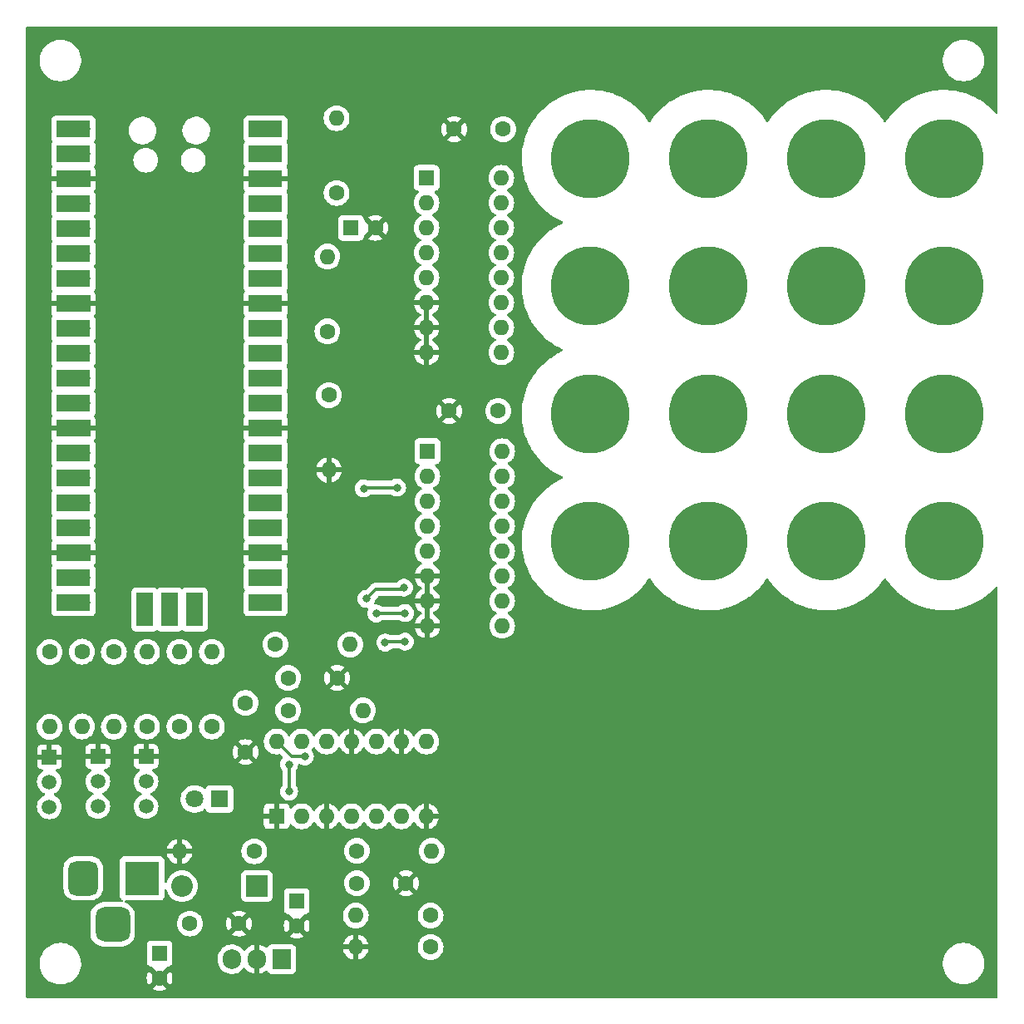
<source format=gbr>
%TF.GenerationSoftware,KiCad,Pcbnew,(6.0.11)*%
%TF.CreationDate,2024-06-09T14:40:51-05:00*%
%TF.ProjectId,CapactiveTouchpad,43617061-6374-4697-9665-546f75636870,rev?*%
%TF.SameCoordinates,Original*%
%TF.FileFunction,Copper,L1,Top*%
%TF.FilePolarity,Positive*%
%FSLAX46Y46*%
G04 Gerber Fmt 4.6, Leading zero omitted, Abs format (unit mm)*
G04 Created by KiCad (PCBNEW (6.0.11)) date 2024-06-09 14:40:51*
%MOMM*%
%LPD*%
G01*
G04 APERTURE LIST*
G04 Aperture macros list*
%AMRoundRect*
0 Rectangle with rounded corners*
0 $1 Rounding radius*
0 $2 $3 $4 $5 $6 $7 $8 $9 X,Y pos of 4 corners*
0 Add a 4 corners polygon primitive as box body*
4,1,4,$2,$3,$4,$5,$6,$7,$8,$9,$2,$3,0*
0 Add four circle primitives for the rounded corners*
1,1,$1+$1,$2,$3*
1,1,$1+$1,$4,$5*
1,1,$1+$1,$6,$7*
1,1,$1+$1,$8,$9*
0 Add four rect primitives between the rounded corners*
20,1,$1+$1,$2,$3,$4,$5,0*
20,1,$1+$1,$4,$5,$6,$7,0*
20,1,$1+$1,$6,$7,$8,$9,0*
20,1,$1+$1,$8,$9,$2,$3,0*%
G04 Aperture macros list end*
%TA.AperFunction,ComponentPad*%
%ADD10C,1.600000*%
%TD*%
%TA.AperFunction,ComponentPad*%
%ADD11O,1.600000X1.600000*%
%TD*%
%TA.AperFunction,ComponentPad*%
%ADD12R,1.500000X1.500000*%
%TD*%
%TA.AperFunction,ComponentPad*%
%ADD13C,1.500000*%
%TD*%
%TA.AperFunction,ComponentPad*%
%ADD14R,3.500000X3.500000*%
%TD*%
%TA.AperFunction,ComponentPad*%
%ADD15RoundRect,0.750000X-0.750000X-1.000000X0.750000X-1.000000X0.750000X1.000000X-0.750000X1.000000X0*%
%TD*%
%TA.AperFunction,ComponentPad*%
%ADD16RoundRect,0.875000X-0.875000X-0.875000X0.875000X-0.875000X0.875000X0.875000X-0.875000X0.875000X0*%
%TD*%
%TA.AperFunction,SMDPad,CuDef*%
%ADD17C,8.000000*%
%TD*%
%TA.AperFunction,ComponentPad*%
%ADD18R,1.905000X2.000000*%
%TD*%
%TA.AperFunction,ComponentPad*%
%ADD19O,1.905000X2.000000*%
%TD*%
%TA.AperFunction,ComponentPad*%
%ADD20R,2.200000X2.200000*%
%TD*%
%TA.AperFunction,ComponentPad*%
%ADD21O,2.200000X2.200000*%
%TD*%
%TA.AperFunction,SMDPad,CuDef*%
%ADD22R,3.500000X1.700000*%
%TD*%
%TA.AperFunction,ComponentPad*%
%ADD23O,1.700000X1.700000*%
%TD*%
%TA.AperFunction,ComponentPad*%
%ADD24R,1.700000X1.700000*%
%TD*%
%TA.AperFunction,SMDPad,CuDef*%
%ADD25R,1.700000X3.500000*%
%TD*%
%TA.AperFunction,ComponentPad*%
%ADD26R,1.600000X1.600000*%
%TD*%
%TA.AperFunction,ComponentPad*%
%ADD27R,1.800000X1.800000*%
%TD*%
%TA.AperFunction,ComponentPad*%
%ADD28C,1.800000*%
%TD*%
%TA.AperFunction,ViaPad*%
%ADD29C,0.800000*%
%TD*%
%TA.AperFunction,Conductor*%
%ADD30C,0.350000*%
%TD*%
G04 APERTURE END LIST*
D10*
%TO.P,R15,1*%
%TO.N,Net-(C8-Pad1)*%
X74200000Y-114500000D03*
D11*
%TO.P,R15,2*%
%TO.N,Net-(R13-Pad2)*%
X81820000Y-114500000D03*
%TD*%
D12*
%TO.P,Q1,1,E*%
%TO.N,GND*%
X52726000Y-104902000D03*
D13*
%TO.P,Q1,2,B*%
%TO.N,Net-(Q1-Pad2)*%
X52726000Y-107442000D03*
%TO.P,Q1,3,C*%
%TO.N,SEL0*%
X52726000Y-109982000D03*
%TD*%
D12*
%TO.P,Q2,1,E*%
%TO.N,GND*%
X47810000Y-104900000D03*
D13*
%TO.P,Q2,2,B*%
%TO.N,Net-(Q2-Pad2)*%
X47810000Y-107440000D03*
%TO.P,Q2,3,C*%
%TO.N,SEL1*%
X47810000Y-109980000D03*
%TD*%
D10*
%TO.P,C9,1*%
%TO.N,Net-(C9-Pad1)*%
X67200000Y-96900000D03*
%TO.P,C9,2*%
%TO.N,GND*%
X72200000Y-96900000D03*
%TD*%
D14*
%TO.P,J1,1*%
%TO.N,Net-(C1-Pad1)*%
X52324000Y-117300000D03*
D15*
%TO.P,J1,2*%
%TO.N,unconnected-(J1-Pad2)*%
X46324000Y-117300000D03*
D16*
%TO.P,J1,3*%
%TO.N,unconnected-(J1-Pad3)*%
X49324000Y-122000000D03*
%TD*%
D17*
%TO.P,P5,1*%
%TO.N,Net-(U3-Pad2)*%
X122000000Y-44000000D03*
%TD*%
D10*
%TO.P,R11,1*%
%TO.N,Net-(C9-Pad1)*%
X67200000Y-100200000D03*
D11*
%TO.P,R11,2*%
%TO.N,Net-(R11-Pad2)*%
X74820000Y-100200000D03*
%TD*%
D10*
%TO.P,R6,1*%
%TO.N,Net-(R6-Pad1)*%
X46200000Y-94220000D03*
D11*
%TO.P,R6,2*%
%TO.N,Net-(Q2-Pad2)*%
X46200000Y-101840000D03*
%TD*%
D17*
%TO.P,P12,1*%
%TO.N,Net-(P12-Pad1)*%
X110000000Y-83000000D03*
%TD*%
D10*
%TO.P,R4,1*%
%TO.N,Net-(R4-Pad1)*%
X49450000Y-94240000D03*
D11*
%TO.P,R4,2*%
%TO.N,Net-(Q1-Pad2)*%
X49450000Y-101860000D03*
%TD*%
D17*
%TO.P,P11,1*%
%TO.N,Net-(P11-Pad1)*%
X122000000Y-70000000D03*
%TD*%
D18*
%TO.P,U1,1,VI*%
%TO.N,Net-(C1-Pad1)*%
X66548000Y-125547000D03*
D19*
%TO.P,U1,2,GND*%
%TO.N,GND*%
X64008000Y-125547000D03*
%TO.P,U1,3,VO*%
%TO.N,Net-(C6-Pad1)*%
X61468000Y-125547000D03*
%TD*%
D17*
%TO.P,P6,1*%
%TO.N,Net-(U3-Pad4)*%
X110000000Y-57000000D03*
%TD*%
%TO.P,P10,1*%
%TO.N,Net-(P10-Pad1)*%
X110000000Y-70000000D03*
%TD*%
D20*
%TO.P,D2,1,K*%
%TO.N,+5V*%
X64008000Y-118110000D03*
D21*
%TO.P,D2,2,A*%
%TO.N,Net-(C6-Pad1)*%
X56388000Y-118110000D03*
%TD*%
D10*
%TO.P,C8,1*%
%TO.N,Net-(C8-Pad1)*%
X74200000Y-117800000D03*
%TO.P,C8,2*%
%TO.N,GND*%
X79200000Y-117800000D03*
%TD*%
D17*
%TO.P,P13,1*%
%TO.N,Net-(P13-Pad1)*%
X134000000Y-70000000D03*
%TD*%
D22*
%TO.P,U4,1,GPIO0*%
%TO.N,unconnected-(U4-Pad1)*%
X45320000Y-41000000D03*
D23*
X46220000Y-41000000D03*
%TO.P,U4,2,GPIO1*%
%TO.N,unconnected-(U4-Pad2)*%
X46220000Y-43540000D03*
D22*
X45320000Y-43540000D03*
%TO.P,U4,3,GND*%
%TO.N,GND*%
X45320000Y-46080000D03*
D24*
X46220000Y-46080000D03*
D23*
%TO.P,U4,4,GPIO2*%
%TO.N,unconnected-(U4-Pad4)*%
X46220000Y-48620000D03*
D22*
X45320000Y-48620000D03*
%TO.P,U4,5,GPIO3*%
%TO.N,unconnected-(U4-Pad5)*%
X45320000Y-51160000D03*
D23*
X46220000Y-51160000D03*
D22*
%TO.P,U4,6,GPIO4*%
%TO.N,unconnected-(U4-Pad6)*%
X45320000Y-53700000D03*
D23*
X46220000Y-53700000D03*
D22*
%TO.P,U4,7,GPIO5*%
%TO.N,unconnected-(U4-Pad7)*%
X45320000Y-56240000D03*
D23*
X46220000Y-56240000D03*
D22*
%TO.P,U4,8,GND*%
%TO.N,GND*%
X45320000Y-58780000D03*
D24*
X46220000Y-58780000D03*
D23*
%TO.P,U4,9,GPIO6*%
%TO.N,unconnected-(U4-Pad9)*%
X46220000Y-61320000D03*
D22*
X45320000Y-61320000D03*
D23*
%TO.P,U4,10,GPIO7*%
%TO.N,unconnected-(U4-Pad10)*%
X46220000Y-63860000D03*
D22*
X45320000Y-63860000D03*
%TO.P,U4,11,GPIO8*%
%TO.N,unconnected-(U4-Pad11)*%
X45320000Y-66400000D03*
D23*
X46220000Y-66400000D03*
D22*
%TO.P,U4,12,GPIO9*%
%TO.N,unconnected-(U4-Pad12)*%
X45320000Y-68940000D03*
D23*
X46220000Y-68940000D03*
D24*
%TO.P,U4,13,GND*%
%TO.N,GND*%
X46220000Y-71480000D03*
D22*
X45320000Y-71480000D03*
%TO.P,U4,14,GPIO10*%
%TO.N,unconnected-(U4-Pad14)*%
X45320000Y-74020000D03*
D23*
X46220000Y-74020000D03*
%TO.P,U4,15,GPIO11*%
%TO.N,unconnected-(U4-Pad15)*%
X46220000Y-76560000D03*
D22*
X45320000Y-76560000D03*
%TO.P,U4,16,GPIO12*%
%TO.N,unconnected-(U4-Pad16)*%
X45320000Y-79100000D03*
D23*
X46220000Y-79100000D03*
D22*
%TO.P,U4,17,GPIO13*%
%TO.N,unconnected-(U4-Pad17)*%
X45320000Y-81640000D03*
D23*
X46220000Y-81640000D03*
D24*
%TO.P,U4,18,GND*%
%TO.N,GND*%
X46220000Y-84180000D03*
D22*
X45320000Y-84180000D03*
%TO.P,U4,19,GPIO14*%
%TO.N,unconnected-(U4-Pad19)*%
X45320000Y-86720000D03*
D23*
X46220000Y-86720000D03*
D22*
%TO.P,U4,20,GPIO15*%
%TO.N,unconnected-(U4-Pad20)*%
X45320000Y-89260000D03*
D23*
X46220000Y-89260000D03*
%TO.P,U4,21,GPIO16*%
%TO.N,Net-(R4-Pad1)*%
X64000000Y-89260000D03*
D22*
X64900000Y-89260000D03*
%TO.P,U4,22,GPIO17*%
%TO.N,Net-(R6-Pad1)*%
X64900000Y-86720000D03*
D23*
X64000000Y-86720000D03*
D24*
%TO.P,U4,23,GND*%
%TO.N,GND*%
X64000000Y-84180000D03*
D22*
X64900000Y-84180000D03*
%TO.P,U4,24,GPIO18*%
%TO.N,Net-(R8-Pad1)*%
X64900000Y-81640000D03*
D23*
X64000000Y-81640000D03*
D22*
%TO.P,U4,25,GPIO19*%
%TO.N,unconnected-(U4-Pad25)*%
X64900000Y-79100000D03*
D23*
X64000000Y-79100000D03*
D22*
%TO.P,U4,26,GPIO20*%
%TO.N,PADOSC1*%
X64900000Y-76560000D03*
D23*
X64000000Y-76560000D03*
D22*
%TO.P,U4,27,GPIO21*%
%TO.N,PADOSC2*%
X64900000Y-74020000D03*
D23*
X64000000Y-74020000D03*
D22*
%TO.P,U4,28,GND*%
%TO.N,GND*%
X64900000Y-71480000D03*
D24*
X64000000Y-71480000D03*
D22*
%TO.P,U4,29,GPIO22*%
%TO.N,PADOSC1*%
X64900000Y-68940000D03*
D23*
X64000000Y-68940000D03*
D22*
%TO.P,U4,30,RUN*%
%TO.N,Net-(R2-Pad1)*%
X64900000Y-66400000D03*
D23*
X64000000Y-66400000D03*
D22*
%TO.P,U4,31,GPIO26_ADC0*%
%TO.N,unconnected-(U4-Pad31)*%
X64900000Y-63860000D03*
D23*
X64000000Y-63860000D03*
D22*
%TO.P,U4,32,GPIO27_ADC1*%
%TO.N,unconnected-(U4-Pad32)*%
X64900000Y-61320000D03*
D23*
X64000000Y-61320000D03*
D24*
%TO.P,U4,33,AGND*%
%TO.N,GND*%
X64000000Y-58780000D03*
D22*
X64900000Y-58780000D03*
%TO.P,U4,34,GPIO28_ADC2*%
%TO.N,unconnected-(U4-Pad34)*%
X64900000Y-56240000D03*
D23*
X64000000Y-56240000D03*
%TO.P,U4,35,ADC_VREF*%
%TO.N,Net-(C5-Pad1)*%
X64000000Y-53700000D03*
D22*
X64900000Y-53700000D03*
D23*
%TO.P,U4,36,3V3*%
%TO.N,+3V3*%
X64000000Y-51160000D03*
D22*
X64900000Y-51160000D03*
D23*
%TO.P,U4,37,3V3_EN*%
%TO.N,Net-(R3-Pad1)*%
X64000000Y-48620000D03*
D22*
X64900000Y-48620000D03*
%TO.P,U4,38,GND*%
%TO.N,GND*%
X64900000Y-46080000D03*
D24*
X64000000Y-46080000D03*
D22*
%TO.P,U4,39,VSYS*%
%TO.N,Net-(R3-Pad2)*%
X64900000Y-43540000D03*
D23*
X64000000Y-43540000D03*
%TO.P,U4,40,VBUS*%
%TO.N,+5V*%
X64000000Y-41000000D03*
D22*
X64900000Y-41000000D03*
D23*
%TO.P,U4,41,SWCLK*%
%TO.N,unconnected-(U4-Pad41)*%
X52570000Y-89030000D03*
D25*
X52570000Y-89930000D03*
D24*
%TO.P,U4,42,GND*%
%TO.N,unconnected-(U4-Pad42)*%
X55110000Y-89030000D03*
D25*
X55110000Y-89930000D03*
D23*
%TO.P,U4,43,SWDIO*%
%TO.N,unconnected-(U4-Pad43)*%
X57650000Y-89030000D03*
D25*
X57650000Y-89930000D03*
%TD*%
D10*
%TO.P,C4,1*%
%TO.N,+5V*%
X88600000Y-69700000D03*
%TO.P,C4,2*%
%TO.N,GND*%
X83600000Y-69700000D03*
%TD*%
%TO.P,R8,1*%
%TO.N,Net-(R8-Pad1)*%
X42900000Y-94260000D03*
D11*
%TO.P,R8,2*%
%TO.N,Net-(Q3-Pad2)*%
X42900000Y-101880000D03*
%TD*%
D26*
%TO.P,U2,1*%
%TO.N,GND*%
X66035000Y-110988000D03*
D11*
%TO.P,U2,2*%
%TO.N,unconnected-(U2-Pad2)*%
X68575000Y-110988000D03*
%TO.P,U2,3*%
%TO.N,GND*%
X71115000Y-110988000D03*
%TO.P,U2,4*%
%TO.N,unconnected-(U2-Pad4)*%
X73655000Y-110988000D03*
%TO.P,U2,5*%
%TO.N,Net-(C8-Pad1)*%
X76195000Y-110988000D03*
%TO.P,U2,6*%
%TO.N,Net-(R13-Pad2)*%
X78735000Y-110988000D03*
%TO.P,U2,7,GND*%
%TO.N,GND*%
X81275000Y-110988000D03*
%TO.P,U2,8*%
%TO.N,unconnected-(U2-Pad8)*%
X81275000Y-103368000D03*
%TO.P,U2,9*%
%TO.N,GND*%
X78735000Y-103368000D03*
%TO.P,U2,10*%
%TO.N,unconnected-(U2-Pad10)*%
X76195000Y-103368000D03*
%TO.P,U2,11*%
%TO.N,GND*%
X73655000Y-103368000D03*
%TO.P,U2,12*%
%TO.N,Net-(R11-Pad2)*%
X71115000Y-103368000D03*
%TO.P,U2,13*%
%TO.N,Net-(C9-Pad1)*%
X68575000Y-103368000D03*
%TO.P,U2,14,VCC*%
%TO.N,+5V*%
X66035000Y-103368000D03*
%TD*%
D26*
%TO.P,U3,1,X4*%
%TO.N,Net-(U3-Pad1)*%
X81300000Y-45954000D03*
D11*
%TO.P,U3,2,X6*%
%TO.N,Net-(U3-Pad2)*%
X81300000Y-48494000D03*
%TO.P,U3,3,X*%
%TO.N,Net-(C9-Pad1)*%
X81300000Y-51034000D03*
%TO.P,U3,4,X7*%
%TO.N,Net-(U3-Pad4)*%
X81300000Y-53574000D03*
%TO.P,U3,5,X5*%
%TO.N,Net-(U3-Pad5)*%
X81300000Y-56114000D03*
%TO.P,U3,6,INH*%
%TO.N,GND*%
X81300000Y-58654000D03*
%TO.P,U3,7,VEE*%
X81300000Y-61194000D03*
%TO.P,U3,8,VSS*%
X81300000Y-63734000D03*
%TO.P,U3,9,C*%
%TO.N,SEL2*%
X88920000Y-63734000D03*
%TO.P,U3,10,B*%
%TO.N,SEL1*%
X88920000Y-61194000D03*
%TO.P,U3,11,A*%
%TO.N,SEL0*%
X88920000Y-58654000D03*
%TO.P,U3,12,X3*%
%TO.N,Net-(U3-Pad12)*%
X88920000Y-56114000D03*
%TO.P,U3,13,X0*%
%TO.N,Net-(U3-Pad13)*%
X88920000Y-53574000D03*
%TO.P,U3,14,X1*%
%TO.N,Net-(U3-Pad14)*%
X88920000Y-51034000D03*
%TO.P,U3,15,X2*%
%TO.N,Net-(U3-Pad15)*%
X88920000Y-48494000D03*
%TO.P,U3,16,VDD*%
%TO.N,+5V*%
X88920000Y-45954000D03*
%TD*%
D10*
%TO.P,R5,1*%
%TO.N,SEL0*%
X52832000Y-101854000D03*
D11*
%TO.P,R5,2*%
%TO.N,+5V*%
X52832000Y-94234000D03*
%TD*%
D10*
%TO.P,C7,1*%
%TO.N,+5V*%
X62860000Y-99450000D03*
%TO.P,C7,2*%
%TO.N,GND*%
X62860000Y-104450000D03*
%TD*%
%TO.P,R12,1*%
%TO.N,PADOSC1*%
X71350000Y-68090000D03*
D11*
%TO.P,R12,2*%
%TO.N,GND*%
X71350000Y-75710000D03*
%TD*%
D10*
%TO.P,R2,1*%
%TO.N,Net-(R2-Pad1)*%
X71200000Y-61600000D03*
D11*
%TO.P,R2,2*%
%TO.N,+3V3*%
X71200000Y-53980000D03*
%TD*%
D17*
%TO.P,P2,1*%
%TO.N,Net-(U3-Pad15)*%
X110000000Y-44000000D03*
%TD*%
%TO.P,P4,1*%
%TO.N,Net-(U3-Pad5)*%
X134000000Y-57000000D03*
%TD*%
D10*
%TO.P,C6,1*%
%TO.N,Net-(C6-Pad1)*%
X57190000Y-121920000D03*
%TO.P,C6,2*%
%TO.N,GND*%
X62190000Y-121920000D03*
%TD*%
D12*
%TO.P,Q3,1,E*%
%TO.N,GND*%
X42880000Y-104940000D03*
D13*
%TO.P,Q3,2,B*%
%TO.N,Net-(Q3-Pad2)*%
X42880000Y-107480000D03*
%TO.P,Q3,3,C*%
%TO.N,SEL2*%
X42880000Y-110020000D03*
%TD*%
D17*
%TO.P,P9,1*%
%TO.N,Net-(P9-Pad1)*%
X122000000Y-83000000D03*
%TD*%
D26*
%TO.P,C2,1*%
%TO.N,+5V*%
X68072000Y-119634000D03*
D10*
%TO.P,C2,2*%
%TO.N,GND*%
X68072000Y-122134000D03*
%TD*%
D17*
%TO.P,P15,1*%
%TO.N,Net-(P15-Pad1)*%
X98000000Y-70000000D03*
%TD*%
%TO.P,P1,1*%
%TO.N,Net-(U3-Pad13)*%
X98000000Y-57000000D03*
%TD*%
%TO.P,P7,1*%
%TO.N,Net-(U3-Pad14)*%
X134000000Y-44000000D03*
%TD*%
D10*
%TO.P,R14,1*%
%TO.N,PADOSC2*%
X81710000Y-124300000D03*
D11*
%TO.P,R14,2*%
%TO.N,GND*%
X74090000Y-124300000D03*
%TD*%
D10*
%TO.P,R7,1*%
%TO.N,SEL1*%
X56134000Y-101854000D03*
D11*
%TO.P,R7,2*%
%TO.N,+5V*%
X56134000Y-94234000D03*
%TD*%
D17*
%TO.P,P8,1*%
%TO.N,Net-(U3-Pad12)*%
X122000000Y-57000000D03*
%TD*%
D26*
%TO.P,U6,1,X4*%
%TO.N,Net-(P11-Pad1)*%
X81380000Y-73800000D03*
D11*
%TO.P,U6,2,X6*%
%TO.N,Net-(P13-Pad1)*%
X81380000Y-76340000D03*
%TO.P,U6,3,X*%
%TO.N,Net-(C8-Pad1)*%
X81380000Y-78880000D03*
%TO.P,U6,4,X7*%
%TO.N,Net-(P14-Pad1)*%
X81380000Y-81420000D03*
%TO.P,U6,5,X5*%
%TO.N,Net-(P12-Pad1)*%
X81380000Y-83960000D03*
%TO.P,U6,6,INH*%
%TO.N,GND*%
X81380000Y-86500000D03*
%TO.P,U6,7,VEE*%
X81380000Y-89040000D03*
%TO.P,U6,8,VSS*%
X81380000Y-91580000D03*
%TO.P,U6,9,C*%
%TO.N,SEL2*%
X89000000Y-91580000D03*
%TO.P,U6,10,B*%
%TO.N,SEL1*%
X89000000Y-89040000D03*
%TO.P,U6,11,A*%
%TO.N,SEL0*%
X89000000Y-86500000D03*
%TO.P,U6,12,X3*%
%TO.N,Net-(P16-Pad1)*%
X89000000Y-83960000D03*
%TO.P,U6,13,X0*%
%TO.N,Net-(P9-Pad1)*%
X89000000Y-81420000D03*
%TO.P,U6,14,X1*%
%TO.N,Net-(P15-Pad1)*%
X89000000Y-78880000D03*
%TO.P,U6,15,X2*%
%TO.N,Net-(P10-Pad1)*%
X89000000Y-76340000D03*
%TO.P,U6,16,VDD*%
%TO.N,+5V*%
X89000000Y-73800000D03*
%TD*%
D10*
%TO.P,R13,1*%
%TO.N,PADOSC2*%
X81710000Y-121100000D03*
D11*
%TO.P,R13,2*%
%TO.N,Net-(R13-Pad2)*%
X74090000Y-121100000D03*
%TD*%
D10*
%TO.P,C3,1*%
%TO.N,+5V*%
X89100000Y-41000000D03*
%TO.P,C3,2*%
%TO.N,GND*%
X84100000Y-41000000D03*
%TD*%
D17*
%TO.P,P16,1*%
%TO.N,Net-(P16-Pad1)*%
X98000000Y-83000000D03*
%TD*%
%TO.P,P3,1*%
%TO.N,Net-(U3-Pad1)*%
X98000000Y-44000000D03*
%TD*%
D10*
%TO.P,R9,1*%
%TO.N,SEL2*%
X59436000Y-101854000D03*
D11*
%TO.P,R9,2*%
%TO.N,+5V*%
X59436000Y-94234000D03*
%TD*%
D10*
%TO.P,R10,1*%
%TO.N,PADOSC1*%
X65900000Y-93500000D03*
D11*
%TO.P,R10,2*%
%TO.N,Net-(R11-Pad2)*%
X73520000Y-93500000D03*
%TD*%
D10*
%TO.P,R1,1*%
%TO.N,Net-(D1-Pad1)*%
X63754000Y-114554000D03*
D11*
%TO.P,R1,2*%
%TO.N,GND*%
X56134000Y-114554000D03*
%TD*%
D26*
%TO.P,C1,1*%
%TO.N,Net-(C1-Pad1)*%
X54102000Y-124968000D03*
D10*
%TO.P,C1,2*%
%TO.N,GND*%
X54102000Y-127468000D03*
%TD*%
D17*
%TO.P,P14,1*%
%TO.N,Net-(P14-Pad1)*%
X134000000Y-83000000D03*
%TD*%
D10*
%TO.P,R3,1*%
%TO.N,Net-(R3-Pad1)*%
X72136000Y-47498000D03*
D11*
%TO.P,R3,2*%
%TO.N,Net-(R3-Pad2)*%
X72136000Y-39878000D03*
%TD*%
D27*
%TO.P,D1,1,K*%
%TO.N,Net-(D1-Pad1)*%
X60198000Y-109220000D03*
D28*
%TO.P,D1,2,A*%
%TO.N,+5V*%
X57658000Y-109220000D03*
%TD*%
D26*
%TO.P,C5,1*%
%TO.N,Net-(C5-Pad1)*%
X73600000Y-51050000D03*
D10*
%TO.P,C5,2*%
%TO.N,GND*%
X76100000Y-51050000D03*
%TD*%
D29*
%TO.N,+5V*%
X68900000Y-104900000D03*
X78300000Y-77500000D03*
X74900000Y-77600000D03*
%TO.N,SEL0*%
X75170000Y-88830000D03*
X79000000Y-87700000D03*
%TO.N,SEL1*%
X76170000Y-90330000D03*
X79100000Y-90300000D03*
%TO.N,SEL2*%
X77090000Y-93290000D03*
X79100000Y-93200000D03*
%TO.N,Net-(U3-Pad1)*%
X98000000Y-44000000D03*
%TO.N,Net-(U3-Pad2)*%
X122000000Y-44000000D03*
%TO.N,Net-(U3-Pad4)*%
X110000000Y-57000000D03*
%TO.N,Net-(U3-Pad5)*%
X134000000Y-57000000D03*
%TO.N,Net-(U3-Pad12)*%
X122000000Y-57000000D03*
%TO.N,Net-(U3-Pad13)*%
X98000000Y-57000000D03*
%TO.N,Net-(U3-Pad14)*%
X134000000Y-44000000D03*
%TO.N,Net-(U3-Pad15)*%
X110000000Y-44000000D03*
%TO.N,Net-(P9-Pad1)*%
X122000000Y-83000000D03*
%TO.N,Net-(P10-Pad1)*%
X110000000Y-70000000D03*
%TO.N,Net-(P11-Pad1)*%
X122000000Y-70000000D03*
%TO.N,Net-(P12-Pad1)*%
X110000000Y-83000000D03*
%TO.N,Net-(P13-Pad1)*%
X134000000Y-70000000D03*
%TO.N,Net-(P14-Pad1)*%
X134000000Y-83000000D03*
%TO.N,Net-(P15-Pad1)*%
X98000000Y-70000000D03*
%TO.N,Net-(P16-Pad1)*%
X98000000Y-83000000D03*
%TO.N,PADOSC2*%
X67300000Y-108474500D03*
X67300000Y-105700000D03*
%TD*%
D30*
%TO.N,+5V*%
X67567000Y-104900000D02*
X66035000Y-103368000D01*
X75000000Y-77500000D02*
X74900000Y-77600000D01*
X68900000Y-104900000D02*
X67567000Y-104900000D01*
X78300000Y-77500000D02*
X75000000Y-77500000D01*
%TO.N,SEL0*%
X75170000Y-88830000D02*
X76100000Y-87900000D01*
X76100000Y-87900000D02*
X78800000Y-87900000D01*
X78800000Y-87900000D02*
X79000000Y-87700000D01*
%TO.N,SEL1*%
X79100000Y-90300000D02*
X76200000Y-90300000D01*
X76200000Y-90300000D02*
X76170000Y-90330000D01*
%TO.N,SEL2*%
X77180000Y-93200000D02*
X77090000Y-93290000D01*
X79100000Y-93200000D02*
X77180000Y-93200000D01*
%TO.N,PADOSC2*%
X67300000Y-108474500D02*
X67300000Y-105700000D01*
%TD*%
%TA.AperFunction,Conductor*%
%TO.N,GND*%
G36*
X139433621Y-30528502D02*
G01*
X139480114Y-30582158D01*
X139491500Y-30634500D01*
X139491500Y-39306771D01*
X139471498Y-39374892D01*
X139417842Y-39421385D01*
X139347568Y-39431489D01*
X139282988Y-39401995D01*
X139268837Y-39387594D01*
X139250417Y-39365564D01*
X139206026Y-39312473D01*
X138848739Y-38943782D01*
X138772325Y-38875699D01*
X138467130Y-38603780D01*
X138467124Y-38603775D01*
X138465409Y-38602247D01*
X138058096Y-38289705D01*
X138056175Y-38288443D01*
X137630914Y-38009098D01*
X137630905Y-38009093D01*
X137628986Y-38007832D01*
X137180385Y-37758144D01*
X137024096Y-37685597D01*
X136716787Y-37542949D01*
X136716780Y-37542946D01*
X136714701Y-37541981D01*
X136712559Y-37541171D01*
X136712548Y-37541167D01*
X136236586Y-37361316D01*
X136236585Y-37361316D01*
X136234437Y-37360504D01*
X136232236Y-37359852D01*
X136232230Y-37359850D01*
X135744398Y-37215347D01*
X135744389Y-37215345D01*
X135742172Y-37214688D01*
X135240549Y-37105317D01*
X134732264Y-37032977D01*
X134220045Y-36998058D01*
X134217728Y-36998070D01*
X134217724Y-36998070D01*
X133934025Y-36999556D01*
X133706644Y-37000746D01*
X133587696Y-37010107D01*
X133197116Y-37040846D01*
X133197110Y-37040847D01*
X133194819Y-37041027D01*
X132883209Y-37088710D01*
X132689612Y-37118335D01*
X132689609Y-37118336D01*
X132687319Y-37118686D01*
X132685065Y-37119202D01*
X132685061Y-37119203D01*
X132189121Y-37232788D01*
X132189115Y-37232790D01*
X132186869Y-37233304D01*
X132184661Y-37233983D01*
X132184662Y-37233983D01*
X131698361Y-37383589D01*
X131698354Y-37383591D01*
X131696158Y-37384267D01*
X131217821Y-37570763D01*
X130754426Y-37791790D01*
X130308464Y-38046163D01*
X130306561Y-38047442D01*
X130306559Y-38047443D01*
X129943955Y-38291103D01*
X129882330Y-38332513D01*
X129880530Y-38333924D01*
X129880525Y-38333928D01*
X129480134Y-38647874D01*
X129480124Y-38647882D01*
X129478311Y-38649304D01*
X129098579Y-38994834D01*
X129096997Y-38996501D01*
X129096992Y-38996506D01*
X128746770Y-39365564D01*
X128745173Y-39367247D01*
X128419990Y-39764542D01*
X128124778Y-40184586D01*
X128123587Y-40186576D01*
X128106982Y-40214321D01*
X128054836Y-40262501D01*
X127984920Y-40274841D01*
X127919432Y-40247422D01*
X127891433Y-40215450D01*
X127836151Y-40125237D01*
X127836148Y-40125232D01*
X127834946Y-40123271D01*
X127535351Y-39706342D01*
X127206026Y-39312473D01*
X126848739Y-38943782D01*
X126772325Y-38875699D01*
X126467130Y-38603780D01*
X126467124Y-38603775D01*
X126465409Y-38602247D01*
X126058096Y-38289705D01*
X126056175Y-38288443D01*
X125630914Y-38009098D01*
X125630905Y-38009093D01*
X125628986Y-38007832D01*
X125180385Y-37758144D01*
X125024096Y-37685597D01*
X124716787Y-37542949D01*
X124716780Y-37542946D01*
X124714701Y-37541981D01*
X124712559Y-37541171D01*
X124712548Y-37541167D01*
X124236586Y-37361316D01*
X124236585Y-37361316D01*
X124234437Y-37360504D01*
X124232236Y-37359852D01*
X124232230Y-37359850D01*
X123744398Y-37215347D01*
X123744389Y-37215345D01*
X123742172Y-37214688D01*
X123240549Y-37105317D01*
X122732264Y-37032977D01*
X122220045Y-36998058D01*
X122217728Y-36998070D01*
X122217724Y-36998070D01*
X121934025Y-36999556D01*
X121706644Y-37000746D01*
X121587696Y-37010107D01*
X121197116Y-37040846D01*
X121197110Y-37040847D01*
X121194819Y-37041027D01*
X120883209Y-37088710D01*
X120689612Y-37118335D01*
X120689609Y-37118336D01*
X120687319Y-37118686D01*
X120685065Y-37119202D01*
X120685061Y-37119203D01*
X120189121Y-37232788D01*
X120189115Y-37232790D01*
X120186869Y-37233304D01*
X120184661Y-37233983D01*
X120184662Y-37233983D01*
X119698361Y-37383589D01*
X119698354Y-37383591D01*
X119696158Y-37384267D01*
X119217821Y-37570763D01*
X118754426Y-37791790D01*
X118308464Y-38046163D01*
X118306561Y-38047442D01*
X118306559Y-38047443D01*
X117943955Y-38291103D01*
X117882330Y-38332513D01*
X117880530Y-38333924D01*
X117880525Y-38333928D01*
X117480134Y-38647874D01*
X117480124Y-38647882D01*
X117478311Y-38649304D01*
X117098579Y-38994834D01*
X117096997Y-38996501D01*
X117096992Y-38996506D01*
X116746770Y-39365564D01*
X116745173Y-39367247D01*
X116419990Y-39764542D01*
X116124778Y-40184586D01*
X116123587Y-40186576D01*
X116106982Y-40214321D01*
X116054836Y-40262501D01*
X115984920Y-40274841D01*
X115919432Y-40247422D01*
X115891433Y-40215450D01*
X115836151Y-40125237D01*
X115836148Y-40125232D01*
X115834946Y-40123271D01*
X115535351Y-39706342D01*
X115206026Y-39312473D01*
X114848739Y-38943782D01*
X114772325Y-38875699D01*
X114467130Y-38603780D01*
X114467124Y-38603775D01*
X114465409Y-38602247D01*
X114058096Y-38289705D01*
X114056175Y-38288443D01*
X113630914Y-38009098D01*
X113630905Y-38009093D01*
X113628986Y-38007832D01*
X113180385Y-37758144D01*
X113024096Y-37685597D01*
X112716787Y-37542949D01*
X112716780Y-37542946D01*
X112714701Y-37541981D01*
X112712559Y-37541171D01*
X112712548Y-37541167D01*
X112236586Y-37361316D01*
X112236585Y-37361316D01*
X112234437Y-37360504D01*
X112232236Y-37359852D01*
X112232230Y-37359850D01*
X111744398Y-37215347D01*
X111744389Y-37215345D01*
X111742172Y-37214688D01*
X111240549Y-37105317D01*
X110732264Y-37032977D01*
X110220045Y-36998058D01*
X110217728Y-36998070D01*
X110217724Y-36998070D01*
X109934025Y-36999556D01*
X109706644Y-37000746D01*
X109587696Y-37010107D01*
X109197116Y-37040846D01*
X109197110Y-37040847D01*
X109194819Y-37041027D01*
X108883209Y-37088710D01*
X108689612Y-37118335D01*
X108689609Y-37118336D01*
X108687319Y-37118686D01*
X108685065Y-37119202D01*
X108685061Y-37119203D01*
X108189121Y-37232788D01*
X108189115Y-37232790D01*
X108186869Y-37233304D01*
X108184661Y-37233983D01*
X108184662Y-37233983D01*
X107698361Y-37383589D01*
X107698354Y-37383591D01*
X107696158Y-37384267D01*
X107217821Y-37570763D01*
X106754426Y-37791790D01*
X106308464Y-38046163D01*
X106306561Y-38047442D01*
X106306559Y-38047443D01*
X105943955Y-38291103D01*
X105882330Y-38332513D01*
X105880530Y-38333924D01*
X105880525Y-38333928D01*
X105480134Y-38647874D01*
X105480124Y-38647882D01*
X105478311Y-38649304D01*
X105098579Y-38994834D01*
X105096997Y-38996501D01*
X105096992Y-38996506D01*
X104746770Y-39365564D01*
X104745173Y-39367247D01*
X104419990Y-39764542D01*
X104124778Y-40184586D01*
X104123587Y-40186576D01*
X104106982Y-40214321D01*
X104054836Y-40262501D01*
X103984920Y-40274841D01*
X103919432Y-40247422D01*
X103891433Y-40215450D01*
X103836151Y-40125237D01*
X103836148Y-40125232D01*
X103834946Y-40123271D01*
X103535351Y-39706342D01*
X103206026Y-39312473D01*
X102848739Y-38943782D01*
X102772325Y-38875699D01*
X102467130Y-38603780D01*
X102467124Y-38603775D01*
X102465409Y-38602247D01*
X102058096Y-38289705D01*
X102056175Y-38288443D01*
X101630914Y-38009098D01*
X101630905Y-38009093D01*
X101628986Y-38007832D01*
X101180385Y-37758144D01*
X101024096Y-37685597D01*
X100716787Y-37542949D01*
X100716780Y-37542946D01*
X100714701Y-37541981D01*
X100712559Y-37541171D01*
X100712548Y-37541167D01*
X100236586Y-37361316D01*
X100236585Y-37361316D01*
X100234437Y-37360504D01*
X100232236Y-37359852D01*
X100232230Y-37359850D01*
X99744398Y-37215347D01*
X99744389Y-37215345D01*
X99742172Y-37214688D01*
X99240549Y-37105317D01*
X98732264Y-37032977D01*
X98220045Y-36998058D01*
X98217728Y-36998070D01*
X98217724Y-36998070D01*
X97934025Y-36999556D01*
X97706644Y-37000746D01*
X97587696Y-37010107D01*
X97197116Y-37040846D01*
X97197110Y-37040847D01*
X97194819Y-37041027D01*
X96883209Y-37088710D01*
X96689612Y-37118335D01*
X96689609Y-37118336D01*
X96687319Y-37118686D01*
X96685065Y-37119202D01*
X96685061Y-37119203D01*
X96189121Y-37232788D01*
X96189115Y-37232790D01*
X96186869Y-37233304D01*
X96184661Y-37233983D01*
X96184662Y-37233983D01*
X95698361Y-37383589D01*
X95698354Y-37383591D01*
X95696158Y-37384267D01*
X95217821Y-37570763D01*
X94754426Y-37791790D01*
X94308464Y-38046163D01*
X94306561Y-38047442D01*
X94306559Y-38047443D01*
X93943955Y-38291103D01*
X93882330Y-38332513D01*
X93880530Y-38333924D01*
X93880525Y-38333928D01*
X93480134Y-38647874D01*
X93480124Y-38647882D01*
X93478311Y-38649304D01*
X93098579Y-38994834D01*
X93096997Y-38996501D01*
X93096992Y-38996506D01*
X92746770Y-39365564D01*
X92745173Y-39367247D01*
X92419990Y-39764542D01*
X92124778Y-40184586D01*
X92123587Y-40186576D01*
X92039400Y-40327243D01*
X91861122Y-40625123D01*
X91860089Y-40627177D01*
X91720702Y-40904318D01*
X91630438Y-41083787D01*
X91629554Y-41085922D01*
X91629550Y-41085930D01*
X91572937Y-41222607D01*
X91433966Y-41558114D01*
X91272760Y-42045556D01*
X91147686Y-42543496D01*
X91059416Y-43049258D01*
X91008425Y-43560127D01*
X90994985Y-44073359D01*
X91019170Y-44586197D01*
X91019448Y-44588497D01*
X91019449Y-44588505D01*
X91062547Y-44944643D01*
X91080849Y-45095886D01*
X91179691Y-45599689D01*
X91180304Y-45601928D01*
X91180304Y-45601930D01*
X91237897Y-45812452D01*
X91315166Y-46094900D01*
X91486545Y-46578859D01*
X91692908Y-47048968D01*
X91693996Y-47051024D01*
X91693999Y-47051029D01*
X91820136Y-47289259D01*
X91933147Y-47502699D01*
X91934378Y-47504662D01*
X91934383Y-47504670D01*
X91951341Y-47531703D01*
X92205971Y-47937618D01*
X92381662Y-48176793D01*
X92499926Y-48337789D01*
X92509915Y-48351388D01*
X92511415Y-48353144D01*
X92835231Y-48732284D01*
X92843346Y-48741786D01*
X93204474Y-49106716D01*
X93591360Y-49444218D01*
X93593195Y-49445596D01*
X93593199Y-49445599D01*
X94000068Y-49751085D01*
X94000077Y-49751091D01*
X94001924Y-49752478D01*
X94433962Y-50029841D01*
X94435992Y-50030943D01*
X94883130Y-50273720D01*
X94883139Y-50273724D01*
X94885153Y-50274818D01*
X94887246Y-50275763D01*
X94887248Y-50275764D01*
X95127389Y-50384192D01*
X95181243Y-50430455D01*
X95201537Y-50498489D01*
X95181827Y-50566695D01*
X95129782Y-50612755D01*
X94993039Y-50677978D01*
X94754426Y-50791790D01*
X94308464Y-51046163D01*
X94306561Y-51047442D01*
X94306559Y-51047443D01*
X93943955Y-51291103D01*
X93882330Y-51332513D01*
X93880530Y-51333924D01*
X93880525Y-51333928D01*
X93480134Y-51647874D01*
X93480124Y-51647882D01*
X93478311Y-51649304D01*
X93098579Y-51994834D01*
X93096997Y-51996501D01*
X93096992Y-51996506D01*
X92746770Y-52365564D01*
X92745173Y-52367247D01*
X92419990Y-52764542D01*
X92124778Y-53184586D01*
X92123587Y-53186576D01*
X91920581Y-53525775D01*
X91861122Y-53625123D01*
X91630438Y-54083787D01*
X91433966Y-54558114D01*
X91272760Y-55045556D01*
X91147686Y-55543496D01*
X91059416Y-56049258D01*
X91008425Y-56560127D01*
X90994985Y-57073359D01*
X91019170Y-57586197D01*
X91019448Y-57588497D01*
X91019449Y-57588505D01*
X91027143Y-57652084D01*
X91080849Y-58095886D01*
X91179691Y-58599689D01*
X91180304Y-58601928D01*
X91180304Y-58601930D01*
X91298963Y-59035671D01*
X91315166Y-59094900D01*
X91486545Y-59578859D01*
X91692908Y-60048968D01*
X91693996Y-60051024D01*
X91693999Y-60051029D01*
X91818676Y-60286502D01*
X91933147Y-60502699D01*
X91934378Y-60504662D01*
X91934383Y-60504670D01*
X91992740Y-60597699D01*
X92205971Y-60937618D01*
X92509915Y-61351388D01*
X92843346Y-61741786D01*
X93204474Y-62106716D01*
X93591360Y-62444218D01*
X93593195Y-62445596D01*
X93593199Y-62445599D01*
X94000068Y-62751085D01*
X94000077Y-62751091D01*
X94001924Y-62752478D01*
X94433962Y-63029841D01*
X94585534Y-63112138D01*
X94883130Y-63273720D01*
X94883139Y-63273724D01*
X94885153Y-63274818D01*
X94887246Y-63275763D01*
X94887248Y-63275764D01*
X95127389Y-63384192D01*
X95181243Y-63430455D01*
X95201537Y-63498489D01*
X95181827Y-63566695D01*
X95129782Y-63612755D01*
X94963747Y-63691949D01*
X94754426Y-63791790D01*
X94752410Y-63792940D01*
X94752406Y-63792942D01*
X94634841Y-63860000D01*
X94308464Y-64046163D01*
X94306561Y-64047442D01*
X94306559Y-64047443D01*
X93943955Y-64291103D01*
X93882330Y-64332513D01*
X93880530Y-64333924D01*
X93880525Y-64333928D01*
X93480134Y-64647874D01*
X93480124Y-64647882D01*
X93478311Y-64649304D01*
X93098579Y-64994834D01*
X93096997Y-64996501D01*
X93096992Y-64996506D01*
X92746770Y-65365564D01*
X92745173Y-65367247D01*
X92419990Y-65764542D01*
X92124778Y-66184586D01*
X92123587Y-66186576D01*
X92029750Y-66343367D01*
X91861122Y-66625123D01*
X91630438Y-67083787D01*
X91629554Y-67085922D01*
X91629550Y-67085930D01*
X91565390Y-67240828D01*
X91433966Y-67558114D01*
X91433247Y-67560288D01*
X91415728Y-67613261D01*
X91272760Y-68045556D01*
X91147686Y-68543496D01*
X91059416Y-69049258D01*
X91008425Y-69560127D01*
X91008365Y-69562427D01*
X90995105Y-70068790D01*
X90994985Y-70073359D01*
X91019170Y-70586197D01*
X91019448Y-70588497D01*
X91019449Y-70588505D01*
X91049865Y-70839849D01*
X91080849Y-71095886D01*
X91179691Y-71599689D01*
X91180304Y-71601928D01*
X91180304Y-71601930D01*
X91216892Y-71735671D01*
X91315166Y-72094900D01*
X91486545Y-72578859D01*
X91692908Y-73048968D01*
X91693996Y-73051024D01*
X91693999Y-73051029D01*
X91742828Y-73143251D01*
X91933147Y-73502699D01*
X91934378Y-73504662D01*
X91934383Y-73504670D01*
X91976565Y-73571913D01*
X92205971Y-73937618D01*
X92509915Y-74351388D01*
X92843346Y-74741786D01*
X93204474Y-75106716D01*
X93591360Y-75444218D01*
X93593195Y-75445596D01*
X93593199Y-75445599D01*
X94000068Y-75751085D01*
X94000077Y-75751091D01*
X94001924Y-75752478D01*
X94433962Y-76029841D01*
X94435992Y-76030943D01*
X94883130Y-76273720D01*
X94883139Y-76273724D01*
X94885153Y-76274818D01*
X94887246Y-76275763D01*
X94887248Y-76275764D01*
X95127389Y-76384192D01*
X95181243Y-76430455D01*
X95201537Y-76498489D01*
X95181827Y-76566695D01*
X95129782Y-76612755D01*
X95069708Y-76641409D01*
X94754426Y-76791790D01*
X94752410Y-76792940D01*
X94752406Y-76792942D01*
X94519053Y-76926045D01*
X94308464Y-77046163D01*
X94306561Y-77047442D01*
X94306559Y-77047443D01*
X93915726Y-77310072D01*
X93882330Y-77332513D01*
X93880530Y-77333924D01*
X93880525Y-77333928D01*
X93480134Y-77647874D01*
X93480124Y-77647882D01*
X93478311Y-77649304D01*
X93098579Y-77994834D01*
X93096997Y-77996501D01*
X93096992Y-77996506D01*
X92746770Y-78365564D01*
X92745173Y-78367247D01*
X92419990Y-78764542D01*
X92124778Y-79184586D01*
X92123587Y-79186576D01*
X92038203Y-79329243D01*
X91861122Y-79625123D01*
X91860089Y-79627177D01*
X91675236Y-79994717D01*
X91630438Y-80083787D01*
X91629554Y-80085922D01*
X91629550Y-80085930D01*
X91603012Y-80150000D01*
X91433966Y-80558114D01*
X91272760Y-81045556D01*
X91147686Y-81543496D01*
X91059416Y-82049258D01*
X91008425Y-82560127D01*
X91007578Y-82592460D01*
X90998199Y-82950643D01*
X90994985Y-83073359D01*
X91019170Y-83586197D01*
X91019448Y-83588497D01*
X91019449Y-83588505D01*
X91054483Y-83878009D01*
X91080849Y-84095886D01*
X91179691Y-84599689D01*
X91180304Y-84601928D01*
X91180304Y-84601930D01*
X91236733Y-84808197D01*
X91315166Y-85094900D01*
X91486545Y-85578859D01*
X91692908Y-86048968D01*
X91693996Y-86051024D01*
X91693999Y-86051029D01*
X91810952Y-86271913D01*
X91933147Y-86502699D01*
X91934378Y-86504662D01*
X91934383Y-86504670D01*
X92077784Y-86733270D01*
X92205971Y-86937618D01*
X92509915Y-87351388D01*
X92511415Y-87353144D01*
X92832755Y-87729385D01*
X92843346Y-87741786D01*
X93204474Y-88106716D01*
X93206205Y-88108226D01*
X93206206Y-88108227D01*
X93313347Y-88201692D01*
X93591360Y-88444218D01*
X93593195Y-88445596D01*
X93593199Y-88445599D01*
X94000068Y-88751085D01*
X94000077Y-88751091D01*
X94001924Y-88752478D01*
X94433962Y-89029841D01*
X94501964Y-89066763D01*
X94883130Y-89273720D01*
X94883139Y-89273724D01*
X94885153Y-89274818D01*
X94887246Y-89275763D01*
X94887248Y-89275764D01*
X95350963Y-89485140D01*
X95350977Y-89485146D01*
X95353075Y-89486093D01*
X95835213Y-89662530D01*
X95837440Y-89663164D01*
X95837445Y-89663166D01*
X96326755Y-89802550D01*
X96326761Y-89802551D01*
X96328978Y-89803183D01*
X96331239Y-89803651D01*
X96331238Y-89803651D01*
X96829466Y-89906830D01*
X96829476Y-89906832D01*
X96831718Y-89907296D01*
X97340734Y-89974309D01*
X97591249Y-89988754D01*
X97850993Y-90003731D01*
X97851005Y-90003731D01*
X97853290Y-90003863D01*
X97855590Y-90003827D01*
X97855596Y-90003827D01*
X98364302Y-89995835D01*
X98364312Y-89995834D01*
X98366634Y-89995798D01*
X98404376Y-89992430D01*
X98875706Y-89950365D01*
X98875718Y-89950363D01*
X98878009Y-89950159D01*
X99384669Y-89867191D01*
X99883891Y-89747338D01*
X99886089Y-89746636D01*
X99886098Y-89746634D01*
X100263951Y-89626045D01*
X100372994Y-89591245D01*
X100849352Y-89399750D01*
X101310407Y-89173882D01*
X101312382Y-89172728D01*
X101312393Y-89172722D01*
X101662389Y-88968200D01*
X101753680Y-88914854D01*
X101836697Y-88857798D01*
X102174890Y-88625365D01*
X102174892Y-88625364D01*
X102176793Y-88624057D01*
X102577472Y-88303052D01*
X102953565Y-87953565D01*
X103303052Y-87577472D01*
X103624057Y-87176793D01*
X103634735Y-87161257D01*
X103898084Y-86778081D01*
X103953152Y-86733270D01*
X104023705Y-86725345D01*
X104087343Y-86756822D01*
X104108660Y-86782490D01*
X104138358Y-86829834D01*
X104204743Y-86935660D01*
X104205971Y-86937618D01*
X104509915Y-87351388D01*
X104511415Y-87353144D01*
X104832755Y-87729385D01*
X104843346Y-87741786D01*
X105204474Y-88106716D01*
X105206205Y-88108226D01*
X105206206Y-88108227D01*
X105313347Y-88201692D01*
X105591360Y-88444218D01*
X105593195Y-88445596D01*
X105593199Y-88445599D01*
X106000068Y-88751085D01*
X106000077Y-88751091D01*
X106001924Y-88752478D01*
X106433962Y-89029841D01*
X106501964Y-89066763D01*
X106883130Y-89273720D01*
X106883139Y-89273724D01*
X106885153Y-89274818D01*
X106887246Y-89275763D01*
X106887248Y-89275764D01*
X107350963Y-89485140D01*
X107350977Y-89485146D01*
X107353075Y-89486093D01*
X107835213Y-89662530D01*
X107837440Y-89663164D01*
X107837445Y-89663166D01*
X108326755Y-89802550D01*
X108326761Y-89802551D01*
X108328978Y-89803183D01*
X108331239Y-89803651D01*
X108331238Y-89803651D01*
X108829466Y-89906830D01*
X108829476Y-89906832D01*
X108831718Y-89907296D01*
X109340734Y-89974309D01*
X109591249Y-89988754D01*
X109850993Y-90003731D01*
X109851005Y-90003731D01*
X109853290Y-90003863D01*
X109855590Y-90003827D01*
X109855596Y-90003827D01*
X110364302Y-89995835D01*
X110364312Y-89995834D01*
X110366634Y-89995798D01*
X110404376Y-89992430D01*
X110875706Y-89950365D01*
X110875718Y-89950363D01*
X110878009Y-89950159D01*
X111384669Y-89867191D01*
X111883891Y-89747338D01*
X111886089Y-89746636D01*
X111886098Y-89746634D01*
X112263951Y-89626045D01*
X112372994Y-89591245D01*
X112849352Y-89399750D01*
X113310407Y-89173882D01*
X113312382Y-89172728D01*
X113312393Y-89172722D01*
X113662389Y-88968200D01*
X113753680Y-88914854D01*
X113836697Y-88857798D01*
X114174890Y-88625365D01*
X114174892Y-88625364D01*
X114176793Y-88624057D01*
X114577472Y-88303052D01*
X114953565Y-87953565D01*
X115303052Y-87577472D01*
X115624057Y-87176793D01*
X115634735Y-87161257D01*
X115898084Y-86778081D01*
X115953152Y-86733270D01*
X116023705Y-86725345D01*
X116087343Y-86756822D01*
X116108660Y-86782490D01*
X116138358Y-86829834D01*
X116204743Y-86935660D01*
X116205971Y-86937618D01*
X116509915Y-87351388D01*
X116511415Y-87353144D01*
X116832755Y-87729385D01*
X116843346Y-87741786D01*
X117204474Y-88106716D01*
X117206205Y-88108226D01*
X117206206Y-88108227D01*
X117313347Y-88201692D01*
X117591360Y-88444218D01*
X117593195Y-88445596D01*
X117593199Y-88445599D01*
X118000068Y-88751085D01*
X118000077Y-88751091D01*
X118001924Y-88752478D01*
X118433962Y-89029841D01*
X118501964Y-89066763D01*
X118883130Y-89273720D01*
X118883139Y-89273724D01*
X118885153Y-89274818D01*
X118887246Y-89275763D01*
X118887248Y-89275764D01*
X119350963Y-89485140D01*
X119350977Y-89485146D01*
X119353075Y-89486093D01*
X119835213Y-89662530D01*
X119837440Y-89663164D01*
X119837445Y-89663166D01*
X120326755Y-89802550D01*
X120326761Y-89802551D01*
X120328978Y-89803183D01*
X120331239Y-89803651D01*
X120331238Y-89803651D01*
X120829466Y-89906830D01*
X120829476Y-89906832D01*
X120831718Y-89907296D01*
X121340734Y-89974309D01*
X121591249Y-89988754D01*
X121850993Y-90003731D01*
X121851005Y-90003731D01*
X121853290Y-90003863D01*
X121855590Y-90003827D01*
X121855596Y-90003827D01*
X122364302Y-89995835D01*
X122364312Y-89995834D01*
X122366634Y-89995798D01*
X122404376Y-89992430D01*
X122875706Y-89950365D01*
X122875718Y-89950363D01*
X122878009Y-89950159D01*
X123384669Y-89867191D01*
X123883891Y-89747338D01*
X123886089Y-89746636D01*
X123886098Y-89746634D01*
X124263951Y-89626045D01*
X124372994Y-89591245D01*
X124849352Y-89399750D01*
X125310407Y-89173882D01*
X125312382Y-89172728D01*
X125312393Y-89172722D01*
X125662389Y-88968200D01*
X125753680Y-88914854D01*
X125836697Y-88857798D01*
X126174890Y-88625365D01*
X126174892Y-88625364D01*
X126176793Y-88624057D01*
X126577472Y-88303052D01*
X126953565Y-87953565D01*
X127303052Y-87577472D01*
X127624057Y-87176793D01*
X127634735Y-87161257D01*
X127898084Y-86778081D01*
X127953152Y-86733270D01*
X128023705Y-86725345D01*
X128087343Y-86756822D01*
X128108660Y-86782490D01*
X128138358Y-86829834D01*
X128204743Y-86935660D01*
X128205971Y-86937618D01*
X128509915Y-87351388D01*
X128511415Y-87353144D01*
X128832755Y-87729385D01*
X128843346Y-87741786D01*
X129204474Y-88106716D01*
X129206205Y-88108226D01*
X129206206Y-88108227D01*
X129313347Y-88201692D01*
X129591360Y-88444218D01*
X129593195Y-88445596D01*
X129593199Y-88445599D01*
X130000068Y-88751085D01*
X130000077Y-88751091D01*
X130001924Y-88752478D01*
X130433962Y-89029841D01*
X130501964Y-89066763D01*
X130883130Y-89273720D01*
X130883139Y-89273724D01*
X130885153Y-89274818D01*
X130887246Y-89275763D01*
X130887248Y-89275764D01*
X131350963Y-89485140D01*
X131350977Y-89485146D01*
X131353075Y-89486093D01*
X131835213Y-89662530D01*
X131837440Y-89663164D01*
X131837445Y-89663166D01*
X132326755Y-89802550D01*
X132326761Y-89802551D01*
X132328978Y-89803183D01*
X132331239Y-89803651D01*
X132331238Y-89803651D01*
X132829466Y-89906830D01*
X132829476Y-89906832D01*
X132831718Y-89907296D01*
X133340734Y-89974309D01*
X133591249Y-89988754D01*
X133850993Y-90003731D01*
X133851005Y-90003731D01*
X133853290Y-90003863D01*
X133855590Y-90003827D01*
X133855596Y-90003827D01*
X134364302Y-89995835D01*
X134364312Y-89995834D01*
X134366634Y-89995798D01*
X134404376Y-89992430D01*
X134875706Y-89950365D01*
X134875718Y-89950363D01*
X134878009Y-89950159D01*
X135384669Y-89867191D01*
X135883891Y-89747338D01*
X135886089Y-89746636D01*
X135886098Y-89746634D01*
X136263951Y-89626045D01*
X136372994Y-89591245D01*
X136849352Y-89399750D01*
X137310407Y-89173882D01*
X137312382Y-89172728D01*
X137312393Y-89172722D01*
X137662389Y-88968200D01*
X137753680Y-88914854D01*
X137836697Y-88857798D01*
X138174890Y-88625365D01*
X138174892Y-88625364D01*
X138176793Y-88624057D01*
X138577472Y-88303052D01*
X138953565Y-87953565D01*
X139018799Y-87883365D01*
X139273200Y-87609597D01*
X139334223Y-87573312D01*
X139405177Y-87575778D01*
X139463534Y-87616214D01*
X139490765Y-87681780D01*
X139491500Y-87695368D01*
X139491500Y-129365500D01*
X139471498Y-129433621D01*
X139417842Y-129480114D01*
X139365500Y-129491500D01*
X40634500Y-129491500D01*
X40566379Y-129471498D01*
X40519886Y-129417842D01*
X40508500Y-129365500D01*
X40508500Y-128554062D01*
X53380493Y-128554062D01*
X53389789Y-128566077D01*
X53440994Y-128601931D01*
X53450489Y-128607414D01*
X53647947Y-128699490D01*
X53658239Y-128703236D01*
X53868688Y-128759625D01*
X53879481Y-128761528D01*
X54096525Y-128780517D01*
X54107475Y-128780517D01*
X54324519Y-128761528D01*
X54335312Y-128759625D01*
X54545761Y-128703236D01*
X54556053Y-128699490D01*
X54753511Y-128607414D01*
X54763006Y-128601931D01*
X54815048Y-128565491D01*
X54823424Y-128555012D01*
X54816356Y-128541566D01*
X54114812Y-127840022D01*
X54100868Y-127832408D01*
X54099035Y-127832539D01*
X54092420Y-127836790D01*
X53386923Y-128542287D01*
X53380493Y-128554062D01*
X40508500Y-128554062D01*
X40508500Y-126132703D01*
X41890743Y-126132703D01*
X41891302Y-126136947D01*
X41891302Y-126136951D01*
X41902468Y-126221767D01*
X41928268Y-126417734D01*
X42004129Y-126695036D01*
X42005813Y-126698984D01*
X42105801Y-126933400D01*
X42116923Y-126959476D01*
X42264561Y-127206161D01*
X42444313Y-127430528D01*
X42652851Y-127628423D01*
X42886317Y-127796186D01*
X42890112Y-127798195D01*
X42890113Y-127798196D01*
X42911869Y-127809715D01*
X43140392Y-127930712D01*
X43410373Y-128029511D01*
X43691264Y-128090755D01*
X43719841Y-128093004D01*
X43914282Y-128108307D01*
X43914291Y-128108307D01*
X43916739Y-128108500D01*
X44072271Y-128108500D01*
X44074407Y-128108354D01*
X44074418Y-128108354D01*
X44282548Y-128094165D01*
X44282554Y-128094164D01*
X44286825Y-128093873D01*
X44291020Y-128093004D01*
X44291022Y-128093004D01*
X44427584Y-128064723D01*
X44568342Y-128035574D01*
X44839343Y-127939607D01*
X45094812Y-127807750D01*
X45098313Y-127805289D01*
X45098317Y-127805287D01*
X45261615Y-127690519D01*
X45330023Y-127642441D01*
X45503956Y-127480812D01*
X45511852Y-127473475D01*
X52789483Y-127473475D01*
X52808472Y-127690519D01*
X52810375Y-127701312D01*
X52866764Y-127911761D01*
X52870510Y-127922053D01*
X52962586Y-128119511D01*
X52968069Y-128129006D01*
X53004509Y-128181048D01*
X53014988Y-128189424D01*
X53028434Y-128182356D01*
X53729978Y-127480812D01*
X53736356Y-127469132D01*
X54466408Y-127469132D01*
X54466539Y-127470965D01*
X54470790Y-127477580D01*
X55176287Y-128183077D01*
X55188062Y-128189507D01*
X55200077Y-128180211D01*
X55235931Y-128129006D01*
X55241414Y-128119511D01*
X55333490Y-127922053D01*
X55337236Y-127911761D01*
X55393625Y-127701312D01*
X55395528Y-127690519D01*
X55414517Y-127473475D01*
X55414517Y-127462525D01*
X55395528Y-127245481D01*
X55393625Y-127234688D01*
X55337236Y-127024239D01*
X55333490Y-127013947D01*
X55241414Y-126816489D01*
X55235931Y-126806994D01*
X55199491Y-126754952D01*
X55189012Y-126746576D01*
X55175566Y-126753644D01*
X54474022Y-127455188D01*
X54466408Y-127469132D01*
X53736356Y-127469132D01*
X53737592Y-127466868D01*
X53737461Y-127465035D01*
X53733210Y-127458420D01*
X53027713Y-126752923D01*
X53015938Y-126746493D01*
X53003923Y-126755789D01*
X52968069Y-126806994D01*
X52962586Y-126816489D01*
X52870510Y-127013947D01*
X52866764Y-127024239D01*
X52810375Y-127234688D01*
X52808472Y-127245481D01*
X52789483Y-127462525D01*
X52789483Y-127473475D01*
X45511852Y-127473475D01*
X45537479Y-127449661D01*
X45537481Y-127449658D01*
X45540622Y-127446740D01*
X45722713Y-127224268D01*
X45872927Y-126979142D01*
X45888543Y-126943569D01*
X45986757Y-126719830D01*
X45988483Y-126715898D01*
X45994755Y-126693882D01*
X46066068Y-126443534D01*
X46067244Y-126439406D01*
X46107751Y-126154784D01*
X46107845Y-126136951D01*
X46109235Y-125871583D01*
X46109235Y-125871576D01*
X46109257Y-125867297D01*
X46102969Y-125819531D01*
X46102522Y-125816134D01*
X52793500Y-125816134D01*
X52800255Y-125878316D01*
X52851385Y-126014705D01*
X52938739Y-126131261D01*
X53055295Y-126218615D01*
X53191684Y-126269745D01*
X53235252Y-126274478D01*
X53250486Y-126276133D01*
X53250489Y-126276133D01*
X53253866Y-126276500D01*
X53257185Y-126276500D01*
X53324110Y-126300153D01*
X53359804Y-126346156D01*
X53361734Y-126345141D01*
X53367442Y-126356000D01*
X53367632Y-126356245D01*
X53367653Y-126356403D01*
X53387644Y-126394434D01*
X54089188Y-127095978D01*
X54103132Y-127103592D01*
X54104965Y-127103461D01*
X54111580Y-127099210D01*
X54817077Y-126393713D01*
X54839871Y-126351971D01*
X54842047Y-126341971D01*
X54892253Y-126291773D01*
X54945814Y-126276549D01*
X54946719Y-126276500D01*
X54950134Y-126276500D01*
X54953530Y-126276131D01*
X54953532Y-126276131D01*
X54965879Y-126274790D01*
X55012316Y-126269745D01*
X55148705Y-126218615D01*
X55265261Y-126131261D01*
X55352615Y-126014705D01*
X55403745Y-125878316D01*
X55410500Y-125816134D01*
X55410500Y-125655402D01*
X60007000Y-125655402D01*
X60007212Y-125657975D01*
X60007212Y-125657986D01*
X60015513Y-125758946D01*
X60021678Y-125833937D01*
X60080206Y-126066944D01*
X60110646Y-126136951D01*
X60171164Y-126276133D01*
X60176003Y-126287263D01*
X60213446Y-126345141D01*
X60277100Y-126443534D01*
X60306498Y-126488977D01*
X60468186Y-126666670D01*
X60525293Y-126711770D01*
X60652670Y-126812367D01*
X60652675Y-126812370D01*
X60656724Y-126815568D01*
X60661240Y-126818061D01*
X60661243Y-126818063D01*
X60862526Y-126929177D01*
X60862530Y-126929179D01*
X60867050Y-126931674D01*
X60871919Y-126933398D01*
X60871923Y-126933400D01*
X61088640Y-127010144D01*
X61088644Y-127010145D01*
X61093515Y-127011870D01*
X61098608Y-127012777D01*
X61098611Y-127012778D01*
X61324948Y-127053095D01*
X61324954Y-127053096D01*
X61330037Y-127054001D01*
X61417400Y-127055068D01*
X61565093Y-127056873D01*
X61565095Y-127056873D01*
X61570263Y-127056936D01*
X61807744Y-127020596D01*
X61946610Y-126975208D01*
X62031183Y-126947566D01*
X62031189Y-126947563D01*
X62036101Y-126945958D01*
X62040687Y-126943571D01*
X62040691Y-126943569D01*
X62244607Y-126837416D01*
X62249200Y-126835025D01*
X62357589Y-126753644D01*
X62437185Y-126693882D01*
X62437188Y-126693880D01*
X62441320Y-126690777D01*
X62607301Y-126517088D01*
X62632840Y-126479649D01*
X62687751Y-126434648D01*
X62758275Y-126426477D01*
X62822022Y-126457731D01*
X62842716Y-126482210D01*
X62844085Y-126484326D01*
X62850378Y-126492498D01*
X63005050Y-126662480D01*
X63012583Y-126669506D01*
X63192944Y-126811945D01*
X63201531Y-126817650D01*
X63402722Y-126928714D01*
X63412134Y-126932944D01*
X63628768Y-127009659D01*
X63638739Y-127012293D01*
X63736163Y-127029647D01*
X63749460Y-127028187D01*
X63753543Y-127015096D01*
X64262000Y-127015096D01*
X64265918Y-127028440D01*
X64280194Y-127030427D01*
X64342515Y-127020890D01*
X64352543Y-127018501D01*
X64570988Y-126947102D01*
X64580497Y-126943105D01*
X64784344Y-126836989D01*
X64793061Y-126831500D01*
X64944099Y-126718098D01*
X65010584Y-126693193D01*
X65079980Y-126708186D01*
X65130253Y-126758316D01*
X65137732Y-126774625D01*
X65144885Y-126793705D01*
X65232239Y-126910261D01*
X65348795Y-126997615D01*
X65485184Y-127048745D01*
X65547366Y-127055500D01*
X67548634Y-127055500D01*
X67610816Y-127048745D01*
X67747205Y-126997615D01*
X67863761Y-126910261D01*
X67951115Y-126793705D01*
X68002245Y-126657316D01*
X68009000Y-126595134D01*
X68009000Y-126132703D01*
X133890743Y-126132703D01*
X133891302Y-126136947D01*
X133891302Y-126136951D01*
X133902468Y-126221767D01*
X133928268Y-126417734D01*
X134004129Y-126695036D01*
X134005813Y-126698984D01*
X134105801Y-126933400D01*
X134116923Y-126959476D01*
X134264561Y-127206161D01*
X134444313Y-127430528D01*
X134652851Y-127628423D01*
X134886317Y-127796186D01*
X134890112Y-127798195D01*
X134890113Y-127798196D01*
X134911869Y-127809715D01*
X135140392Y-127930712D01*
X135410373Y-128029511D01*
X135691264Y-128090755D01*
X135719841Y-128093004D01*
X135914282Y-128108307D01*
X135914291Y-128108307D01*
X135916739Y-128108500D01*
X136072271Y-128108500D01*
X136074407Y-128108354D01*
X136074418Y-128108354D01*
X136282548Y-128094165D01*
X136282554Y-128094164D01*
X136286825Y-128093873D01*
X136291020Y-128093004D01*
X136291022Y-128093004D01*
X136427584Y-128064723D01*
X136568342Y-128035574D01*
X136839343Y-127939607D01*
X137094812Y-127807750D01*
X137098313Y-127805289D01*
X137098317Y-127805287D01*
X137261615Y-127690519D01*
X137330023Y-127642441D01*
X137503956Y-127480812D01*
X137537479Y-127449661D01*
X137537481Y-127449658D01*
X137540622Y-127446740D01*
X137722713Y-127224268D01*
X137872927Y-126979142D01*
X137888543Y-126943569D01*
X137986757Y-126719830D01*
X137988483Y-126715898D01*
X137994755Y-126693882D01*
X138066068Y-126443534D01*
X138067244Y-126439406D01*
X138107751Y-126154784D01*
X138107845Y-126136951D01*
X138109235Y-125871583D01*
X138109235Y-125871576D01*
X138109257Y-125867297D01*
X138102969Y-125819531D01*
X138081701Y-125657986D01*
X138071732Y-125582266D01*
X137995871Y-125304964D01*
X137929004Y-125148197D01*
X137884763Y-125044476D01*
X137884761Y-125044472D01*
X137883077Y-125040524D01*
X137808527Y-124915960D01*
X137737643Y-124797521D01*
X137737640Y-124797517D01*
X137735439Y-124793839D01*
X137555687Y-124569472D01*
X137407961Y-124429285D01*
X137350258Y-124374527D01*
X137350255Y-124374525D01*
X137347149Y-124371577D01*
X137113683Y-124203814D01*
X137091843Y-124192250D01*
X137032066Y-124160600D01*
X136859608Y-124069288D01*
X136589627Y-123970489D01*
X136308736Y-123909245D01*
X136277685Y-123906801D01*
X136085718Y-123891693D01*
X136085709Y-123891693D01*
X136083261Y-123891500D01*
X135927729Y-123891500D01*
X135925593Y-123891646D01*
X135925582Y-123891646D01*
X135717452Y-123905835D01*
X135717446Y-123905836D01*
X135713175Y-123906127D01*
X135708980Y-123906996D01*
X135708978Y-123906996D01*
X135674631Y-123914109D01*
X135431658Y-123964426D01*
X135160657Y-124060393D01*
X135121952Y-124080370D01*
X135038810Y-124123283D01*
X134905188Y-124192250D01*
X134901687Y-124194711D01*
X134901683Y-124194713D01*
X134815362Y-124255381D01*
X134669977Y-124357559D01*
X134624178Y-124400118D01*
X134480748Y-124533402D01*
X134459378Y-124553260D01*
X134277287Y-124775732D01*
X134127073Y-125020858D01*
X134011517Y-125284102D01*
X134010342Y-125288229D01*
X134010341Y-125288230D01*
X134004395Y-125309103D01*
X133932756Y-125560594D01*
X133892249Y-125845216D01*
X133892227Y-125849505D01*
X133892226Y-125849512D01*
X133890788Y-126124081D01*
X133890743Y-126132703D01*
X68009000Y-126132703D01*
X68009000Y-124566522D01*
X72807273Y-124566522D01*
X72854764Y-124743761D01*
X72858510Y-124754053D01*
X72950586Y-124951511D01*
X72956069Y-124961007D01*
X73081028Y-125139467D01*
X73088084Y-125147875D01*
X73242125Y-125301916D01*
X73250533Y-125308972D01*
X73428993Y-125433931D01*
X73438489Y-125439414D01*
X73635947Y-125531490D01*
X73646239Y-125535236D01*
X73818503Y-125581394D01*
X73832599Y-125581058D01*
X73836000Y-125573116D01*
X73836000Y-125567967D01*
X74344000Y-125567967D01*
X74347973Y-125581498D01*
X74356522Y-125582727D01*
X74533761Y-125535236D01*
X74544053Y-125531490D01*
X74741511Y-125439414D01*
X74751007Y-125433931D01*
X74929467Y-125308972D01*
X74937875Y-125301916D01*
X75091916Y-125147875D01*
X75098972Y-125139467D01*
X75223931Y-124961007D01*
X75229414Y-124951511D01*
X75321490Y-124754053D01*
X75325236Y-124743761D01*
X75371394Y-124571497D01*
X75371058Y-124557401D01*
X75363116Y-124554000D01*
X74362115Y-124554000D01*
X74346876Y-124558475D01*
X74345671Y-124559865D01*
X74344000Y-124567548D01*
X74344000Y-125567967D01*
X73836000Y-125567967D01*
X73836000Y-124572115D01*
X73831525Y-124556876D01*
X73830135Y-124555671D01*
X73822452Y-124554000D01*
X72822033Y-124554000D01*
X72808502Y-124557973D01*
X72807273Y-124566522D01*
X68009000Y-124566522D01*
X68009000Y-124498866D01*
X68002245Y-124436684D01*
X67951115Y-124300295D01*
X67950894Y-124300000D01*
X80396502Y-124300000D01*
X80416457Y-124528087D01*
X80417881Y-124533400D01*
X80417881Y-124533402D01*
X80438236Y-124609365D01*
X80475716Y-124749243D01*
X80478039Y-124754224D01*
X80478039Y-124754225D01*
X80570151Y-124951762D01*
X80570154Y-124951767D01*
X80572477Y-124956749D01*
X80703802Y-125144300D01*
X80865700Y-125306198D01*
X80870208Y-125309355D01*
X80870211Y-125309357D01*
X80948389Y-125364098D01*
X81053251Y-125437523D01*
X81058233Y-125439846D01*
X81058238Y-125439849D01*
X81254765Y-125531490D01*
X81260757Y-125534284D01*
X81266065Y-125535706D01*
X81266067Y-125535707D01*
X81476598Y-125592119D01*
X81476600Y-125592119D01*
X81481913Y-125593543D01*
X81710000Y-125613498D01*
X81938087Y-125593543D01*
X81943400Y-125592119D01*
X81943402Y-125592119D01*
X82153933Y-125535707D01*
X82153935Y-125535706D01*
X82159243Y-125534284D01*
X82165235Y-125531490D01*
X82361762Y-125439849D01*
X82361767Y-125439846D01*
X82366749Y-125437523D01*
X82471611Y-125364098D01*
X82549789Y-125309357D01*
X82549792Y-125309355D01*
X82554300Y-125306198D01*
X82716198Y-125144300D01*
X82847523Y-124956749D01*
X82849846Y-124951767D01*
X82849849Y-124951762D01*
X82941961Y-124754225D01*
X82941961Y-124754224D01*
X82944284Y-124749243D01*
X82981765Y-124609365D01*
X83002119Y-124533402D01*
X83002119Y-124533400D01*
X83003543Y-124528087D01*
X83023498Y-124300000D01*
X83003543Y-124071913D01*
X83002119Y-124066598D01*
X82945707Y-123856067D01*
X82945706Y-123856065D01*
X82944284Y-123850757D01*
X82922826Y-123804739D01*
X82849849Y-123648238D01*
X82849846Y-123648233D01*
X82847523Y-123643251D01*
X82774098Y-123538389D01*
X82719357Y-123460211D01*
X82719355Y-123460208D01*
X82716198Y-123455700D01*
X82554300Y-123293802D01*
X82549792Y-123290645D01*
X82549789Y-123290643D01*
X82448989Y-123220062D01*
X82366749Y-123162477D01*
X82361767Y-123160154D01*
X82361762Y-123160151D01*
X82164225Y-123068039D01*
X82164224Y-123068039D01*
X82159243Y-123065716D01*
X82153935Y-123064294D01*
X82153933Y-123064293D01*
X81943402Y-123007881D01*
X81943400Y-123007881D01*
X81938087Y-123006457D01*
X81710000Y-122986502D01*
X81481913Y-123006457D01*
X81476600Y-123007881D01*
X81476598Y-123007881D01*
X81266067Y-123064293D01*
X81266065Y-123064294D01*
X81260757Y-123065716D01*
X81255776Y-123068039D01*
X81255775Y-123068039D01*
X81058238Y-123160151D01*
X81058233Y-123160154D01*
X81053251Y-123162477D01*
X80971011Y-123220062D01*
X80870211Y-123290643D01*
X80870208Y-123290645D01*
X80865700Y-123293802D01*
X80703802Y-123455700D01*
X80700645Y-123460208D01*
X80700643Y-123460211D01*
X80645902Y-123538389D01*
X80572477Y-123643251D01*
X80570154Y-123648233D01*
X80570151Y-123648238D01*
X80497174Y-123804739D01*
X80475716Y-123850757D01*
X80474294Y-123856065D01*
X80474293Y-123856067D01*
X80417881Y-124066598D01*
X80416457Y-124071913D01*
X80396502Y-124300000D01*
X67950894Y-124300000D01*
X67863761Y-124183739D01*
X67747205Y-124096385D01*
X67610816Y-124045255D01*
X67548634Y-124038500D01*
X65547366Y-124038500D01*
X65485184Y-124045255D01*
X65348795Y-124096385D01*
X65232239Y-124183739D01*
X65144885Y-124300295D01*
X65141734Y-124308701D01*
X65137242Y-124320683D01*
X65094599Y-124377447D01*
X65028038Y-124402146D01*
X64958689Y-124386938D01*
X64941168Y-124375334D01*
X64823056Y-124282055D01*
X64814469Y-124276350D01*
X64613278Y-124165286D01*
X64603866Y-124161056D01*
X64387232Y-124084341D01*
X64377261Y-124081707D01*
X64279837Y-124064353D01*
X64266540Y-124065813D01*
X64262000Y-124080370D01*
X64262000Y-127015096D01*
X63753543Y-127015096D01*
X63754000Y-127013630D01*
X63754000Y-124078904D01*
X63750082Y-124065560D01*
X63735806Y-124063573D01*
X63673485Y-124073110D01*
X63663457Y-124075499D01*
X63445012Y-124146898D01*
X63435503Y-124150895D01*
X63231656Y-124257011D01*
X63222931Y-124262505D01*
X63039148Y-124400493D01*
X63031441Y-124407336D01*
X62872661Y-124573491D01*
X62866177Y-124581498D01*
X62843763Y-124614356D01*
X62788852Y-124659359D01*
X62718328Y-124667532D01*
X62654580Y-124636278D01*
X62633884Y-124611796D01*
X62632311Y-124609365D01*
X62629502Y-124605023D01*
X62467814Y-124427330D01*
X62390983Y-124366653D01*
X62283330Y-124281633D01*
X62283325Y-124281630D01*
X62279276Y-124278432D01*
X62274760Y-124275939D01*
X62274757Y-124275937D01*
X62073474Y-124164823D01*
X62073470Y-124164821D01*
X62068950Y-124162326D01*
X62064081Y-124160602D01*
X62064077Y-124160600D01*
X61847360Y-124083856D01*
X61847356Y-124083855D01*
X61842485Y-124082130D01*
X61837392Y-124081223D01*
X61837389Y-124081222D01*
X61611052Y-124040905D01*
X61611046Y-124040904D01*
X61605963Y-124039999D01*
X61513474Y-124038869D01*
X61370907Y-124037127D01*
X61370905Y-124037127D01*
X61365737Y-124037064D01*
X61128256Y-124073404D01*
X61016003Y-124110094D01*
X60904817Y-124146434D01*
X60904811Y-124146437D01*
X60899899Y-124148042D01*
X60895313Y-124150429D01*
X60895309Y-124150431D01*
X60778186Y-124211402D01*
X60686800Y-124258975D01*
X60664209Y-124275937D01*
X60516370Y-124386938D01*
X60494680Y-124403223D01*
X60491108Y-124406961D01*
X60346798Y-124557973D01*
X60328699Y-124576912D01*
X60193314Y-124775378D01*
X60191140Y-124780061D01*
X60191138Y-124780065D01*
X60107148Y-124961007D01*
X60092163Y-124993290D01*
X60027960Y-125224798D01*
X60027411Y-125229935D01*
X60018951Y-125309103D01*
X60007000Y-125420928D01*
X60007000Y-125655402D01*
X55410500Y-125655402D01*
X55410500Y-124119866D01*
X55403745Y-124057684D01*
X55392806Y-124028503D01*
X72808606Y-124028503D01*
X72808942Y-124042599D01*
X72816884Y-124046000D01*
X73817885Y-124046000D01*
X73833124Y-124041525D01*
X73834329Y-124040135D01*
X73836000Y-124032452D01*
X73836000Y-124027885D01*
X74344000Y-124027885D01*
X74348475Y-124043124D01*
X74349865Y-124044329D01*
X74357548Y-124046000D01*
X75357967Y-124046000D01*
X75371498Y-124042027D01*
X75372727Y-124033478D01*
X75325236Y-123856239D01*
X75321490Y-123845947D01*
X75229414Y-123648489D01*
X75223931Y-123638993D01*
X75098972Y-123460533D01*
X75091916Y-123452125D01*
X74937875Y-123298084D01*
X74929467Y-123291028D01*
X74751007Y-123166069D01*
X74741511Y-123160586D01*
X74544053Y-123068510D01*
X74533761Y-123064764D01*
X74361497Y-123018606D01*
X74347401Y-123018942D01*
X74344000Y-123026884D01*
X74344000Y-124027885D01*
X73836000Y-124027885D01*
X73836000Y-123032033D01*
X73832027Y-123018502D01*
X73823478Y-123017273D01*
X73646239Y-123064764D01*
X73635947Y-123068510D01*
X73438489Y-123160586D01*
X73428993Y-123166069D01*
X73250533Y-123291028D01*
X73242125Y-123298084D01*
X73088084Y-123452125D01*
X73081028Y-123460533D01*
X72956069Y-123638993D01*
X72950586Y-123648489D01*
X72858510Y-123845947D01*
X72854764Y-123856239D01*
X72808606Y-124028503D01*
X55392806Y-124028503D01*
X55352615Y-123921295D01*
X55265261Y-123804739D01*
X55148705Y-123717385D01*
X55012316Y-123666255D01*
X54950134Y-123659500D01*
X53253866Y-123659500D01*
X53191684Y-123666255D01*
X53055295Y-123717385D01*
X52938739Y-123804739D01*
X52851385Y-123921295D01*
X52800255Y-124057684D01*
X52793500Y-124119866D01*
X52793500Y-125816134D01*
X46102522Y-125816134D01*
X46081701Y-125657986D01*
X46071732Y-125582266D01*
X45995871Y-125304964D01*
X45929004Y-125148197D01*
X45884763Y-125044476D01*
X45884761Y-125044472D01*
X45883077Y-125040524D01*
X45808527Y-124915960D01*
X45737643Y-124797521D01*
X45737640Y-124797517D01*
X45735439Y-124793839D01*
X45555687Y-124569472D01*
X45407961Y-124429285D01*
X45350258Y-124374527D01*
X45350255Y-124374525D01*
X45347149Y-124371577D01*
X45113683Y-124203814D01*
X45091843Y-124192250D01*
X45032066Y-124160600D01*
X44859608Y-124069288D01*
X44589627Y-123970489D01*
X44308736Y-123909245D01*
X44277685Y-123906801D01*
X44085718Y-123891693D01*
X44085709Y-123891693D01*
X44083261Y-123891500D01*
X43927729Y-123891500D01*
X43925593Y-123891646D01*
X43925582Y-123891646D01*
X43717452Y-123905835D01*
X43717446Y-123905836D01*
X43713175Y-123906127D01*
X43708980Y-123906996D01*
X43708978Y-123906996D01*
X43674631Y-123914109D01*
X43431658Y-123964426D01*
X43160657Y-124060393D01*
X43121952Y-124080370D01*
X43038810Y-124123283D01*
X42905188Y-124192250D01*
X42901687Y-124194711D01*
X42901683Y-124194713D01*
X42815362Y-124255381D01*
X42669977Y-124357559D01*
X42624178Y-124400118D01*
X42480748Y-124533402D01*
X42459378Y-124553260D01*
X42277287Y-124775732D01*
X42127073Y-125020858D01*
X42011517Y-125284102D01*
X42010342Y-125288229D01*
X42010341Y-125288230D01*
X42004395Y-125309103D01*
X41932756Y-125560594D01*
X41892249Y-125845216D01*
X41892227Y-125849505D01*
X41892226Y-125849512D01*
X41890788Y-126124081D01*
X41890743Y-126132703D01*
X40508500Y-126132703D01*
X40508500Y-122967364D01*
X47065500Y-122967364D01*
X47068619Y-123024957D01*
X47113620Y-123255393D01*
X47196804Y-123474952D01*
X47275879Y-123609464D01*
X47308764Y-123665402D01*
X47315791Y-123677356D01*
X47467181Y-123856819D01*
X47646644Y-124008209D01*
X47651248Y-124010915D01*
X47651250Y-124010917D01*
X47708086Y-124044329D01*
X47849048Y-124127196D01*
X48068607Y-124210380D01*
X48299043Y-124255381D01*
X48303401Y-124255617D01*
X48354948Y-124258409D01*
X48354963Y-124258409D01*
X48356636Y-124258500D01*
X50291364Y-124258500D01*
X50293037Y-124258409D01*
X50293052Y-124258409D01*
X50344599Y-124255617D01*
X50348957Y-124255381D01*
X50579393Y-124210380D01*
X50798952Y-124127196D01*
X50939914Y-124044329D01*
X50996750Y-124010917D01*
X50996752Y-124010915D01*
X51001356Y-124008209D01*
X51180819Y-123856819D01*
X51332209Y-123677356D01*
X51339237Y-123665402D01*
X51372121Y-123609464D01*
X51451196Y-123474952D01*
X51534380Y-123255393D01*
X51579381Y-123024957D01*
X51582500Y-122967364D01*
X51582500Y-121920000D01*
X55876502Y-121920000D01*
X55896457Y-122148087D01*
X55897881Y-122153400D01*
X55897881Y-122153402D01*
X55952307Y-122356519D01*
X55955716Y-122369243D01*
X55958039Y-122374224D01*
X55958039Y-122374225D01*
X56050151Y-122571762D01*
X56050154Y-122571767D01*
X56052477Y-122576749D01*
X56183802Y-122764300D01*
X56345700Y-122926198D01*
X56350208Y-122929355D01*
X56350211Y-122929357D01*
X56402067Y-122965667D01*
X56533251Y-123057523D01*
X56538233Y-123059846D01*
X56538238Y-123059849D01*
X56734765Y-123151490D01*
X56740757Y-123154284D01*
X56746065Y-123155706D01*
X56746067Y-123155707D01*
X56956598Y-123212119D01*
X56956600Y-123212119D01*
X56961913Y-123213543D01*
X57190000Y-123233498D01*
X57418087Y-123213543D01*
X57423400Y-123212119D01*
X57423402Y-123212119D01*
X57633933Y-123155707D01*
X57633935Y-123155706D01*
X57639243Y-123154284D01*
X57645235Y-123151490D01*
X57841762Y-123059849D01*
X57841767Y-123059846D01*
X57846749Y-123057523D01*
X57920243Y-123006062D01*
X61468493Y-123006062D01*
X61477789Y-123018077D01*
X61528994Y-123053931D01*
X61538489Y-123059414D01*
X61735947Y-123151490D01*
X61746239Y-123155236D01*
X61956688Y-123211625D01*
X61967481Y-123213528D01*
X62184525Y-123232517D01*
X62195475Y-123232517D01*
X62337835Y-123220062D01*
X67350493Y-123220062D01*
X67359789Y-123232077D01*
X67410994Y-123267931D01*
X67420489Y-123273414D01*
X67617947Y-123365490D01*
X67628239Y-123369236D01*
X67838688Y-123425625D01*
X67849481Y-123427528D01*
X68066525Y-123446517D01*
X68077475Y-123446517D01*
X68294519Y-123427528D01*
X68305312Y-123425625D01*
X68515761Y-123369236D01*
X68526053Y-123365490D01*
X68723511Y-123273414D01*
X68733006Y-123267931D01*
X68785048Y-123231491D01*
X68793424Y-123221012D01*
X68786356Y-123207566D01*
X68084812Y-122506022D01*
X68070868Y-122498408D01*
X68069035Y-122498539D01*
X68062420Y-122502790D01*
X67356923Y-123208287D01*
X67350493Y-123220062D01*
X62337835Y-123220062D01*
X62412519Y-123213528D01*
X62423312Y-123211625D01*
X62633761Y-123155236D01*
X62644053Y-123151490D01*
X62841511Y-123059414D01*
X62851006Y-123053931D01*
X62903048Y-123017491D01*
X62911424Y-123007012D01*
X62904356Y-122993566D01*
X62202812Y-122292022D01*
X62188868Y-122284408D01*
X62187035Y-122284539D01*
X62180420Y-122288790D01*
X61474923Y-122994287D01*
X61468493Y-123006062D01*
X57920243Y-123006062D01*
X57977933Y-122965667D01*
X58029789Y-122929357D01*
X58029792Y-122929355D01*
X58034300Y-122926198D01*
X58196198Y-122764300D01*
X58327523Y-122576749D01*
X58329846Y-122571767D01*
X58329849Y-122571762D01*
X58421961Y-122374225D01*
X58421961Y-122374224D01*
X58424284Y-122369243D01*
X58427694Y-122356519D01*
X58482119Y-122153402D01*
X58482119Y-122153400D01*
X58483543Y-122148087D01*
X58503019Y-121925475D01*
X60877483Y-121925475D01*
X60896472Y-122142519D01*
X60898375Y-122153312D01*
X60954764Y-122363761D01*
X60958510Y-122374053D01*
X61050586Y-122571511D01*
X61056069Y-122581006D01*
X61092509Y-122633048D01*
X61102988Y-122641424D01*
X61116434Y-122634356D01*
X61817978Y-121932812D01*
X61824356Y-121921132D01*
X62554408Y-121921132D01*
X62554539Y-121922965D01*
X62558790Y-121929580D01*
X63264287Y-122635077D01*
X63276062Y-122641507D01*
X63288077Y-122632211D01*
X63323931Y-122581006D01*
X63329414Y-122571511D01*
X63421490Y-122374053D01*
X63425236Y-122363761D01*
X63481625Y-122153312D01*
X63483528Y-122142519D01*
X63483794Y-122139475D01*
X66759483Y-122139475D01*
X66778472Y-122356519D01*
X66780375Y-122367312D01*
X66836764Y-122577761D01*
X66840510Y-122588053D01*
X66932586Y-122785511D01*
X66938069Y-122795006D01*
X66974509Y-122847048D01*
X66984988Y-122855424D01*
X66998434Y-122848356D01*
X67699978Y-122146812D01*
X67706356Y-122135132D01*
X68436408Y-122135132D01*
X68436539Y-122136965D01*
X68440790Y-122143580D01*
X69146287Y-122849077D01*
X69158062Y-122855507D01*
X69170077Y-122846211D01*
X69205931Y-122795006D01*
X69211414Y-122785511D01*
X69303490Y-122588053D01*
X69307236Y-122577761D01*
X69363625Y-122367312D01*
X69365528Y-122356519D01*
X69384517Y-122139475D01*
X69384517Y-122128525D01*
X69365528Y-121911481D01*
X69363625Y-121900688D01*
X69307236Y-121690239D01*
X69303490Y-121679947D01*
X69211414Y-121482489D01*
X69205931Y-121472994D01*
X69169491Y-121420952D01*
X69159012Y-121412576D01*
X69145566Y-121419644D01*
X68444022Y-122121188D01*
X68436408Y-122135132D01*
X67706356Y-122135132D01*
X67707592Y-122132868D01*
X67707461Y-122131035D01*
X67703210Y-122124420D01*
X66997713Y-121418923D01*
X66985938Y-121412493D01*
X66973923Y-121421789D01*
X66938069Y-121472994D01*
X66932586Y-121482489D01*
X66840510Y-121679947D01*
X66836764Y-121690239D01*
X66780375Y-121900688D01*
X66778472Y-121911481D01*
X66759483Y-122128525D01*
X66759483Y-122139475D01*
X63483794Y-122139475D01*
X63502517Y-121925475D01*
X63502517Y-121914525D01*
X63483528Y-121697481D01*
X63481625Y-121686688D01*
X63425236Y-121476239D01*
X63421490Y-121465947D01*
X63329414Y-121268489D01*
X63323931Y-121258994D01*
X63287491Y-121206952D01*
X63277012Y-121198576D01*
X63263566Y-121205644D01*
X62562022Y-121907188D01*
X62554408Y-121921132D01*
X61824356Y-121921132D01*
X61825592Y-121918868D01*
X61825461Y-121917035D01*
X61821210Y-121910420D01*
X61115713Y-121204923D01*
X61103938Y-121198493D01*
X61091923Y-121207789D01*
X61056069Y-121258994D01*
X61050586Y-121268489D01*
X60958510Y-121465947D01*
X60954764Y-121476239D01*
X60898375Y-121686688D01*
X60896472Y-121697481D01*
X60877483Y-121914525D01*
X60877483Y-121925475D01*
X58503019Y-121925475D01*
X58503498Y-121920000D01*
X58483543Y-121691913D01*
X58446981Y-121555461D01*
X58425707Y-121476067D01*
X58425706Y-121476065D01*
X58424284Y-121470757D01*
X58360235Y-121333402D01*
X58329849Y-121268238D01*
X58329846Y-121268233D01*
X58327523Y-121263251D01*
X58213213Y-121100000D01*
X58199357Y-121080211D01*
X58199355Y-121080208D01*
X58196198Y-121075700D01*
X58034300Y-120913802D01*
X58029792Y-120910645D01*
X58029789Y-120910643D01*
X57918886Y-120832988D01*
X61468576Y-120832988D01*
X61475644Y-120846434D01*
X62177188Y-121547978D01*
X62191132Y-121555592D01*
X62192965Y-121555461D01*
X62199580Y-121551210D01*
X62905077Y-120845713D01*
X62911507Y-120833938D01*
X62902211Y-120821923D01*
X62851006Y-120786069D01*
X62841511Y-120780586D01*
X62644053Y-120688510D01*
X62633761Y-120684764D01*
X62423312Y-120628375D01*
X62412519Y-120626472D01*
X62195475Y-120607483D01*
X62184525Y-120607483D01*
X61967481Y-120626472D01*
X61956688Y-120628375D01*
X61746239Y-120684764D01*
X61735947Y-120688510D01*
X61538489Y-120780586D01*
X61528994Y-120786069D01*
X61476952Y-120822509D01*
X61468576Y-120832988D01*
X57918886Y-120832988D01*
X57903920Y-120822509D01*
X57846749Y-120782477D01*
X57841767Y-120780154D01*
X57841762Y-120780151D01*
X57644225Y-120688039D01*
X57644224Y-120688039D01*
X57639243Y-120685716D01*
X57633935Y-120684294D01*
X57633933Y-120684293D01*
X57423402Y-120627881D01*
X57423400Y-120627881D01*
X57418087Y-120626457D01*
X57190000Y-120606502D01*
X56961913Y-120626457D01*
X56956600Y-120627881D01*
X56956598Y-120627881D01*
X56746067Y-120684293D01*
X56746065Y-120684294D01*
X56740757Y-120685716D01*
X56735776Y-120688039D01*
X56735775Y-120688039D01*
X56538238Y-120780151D01*
X56538233Y-120780154D01*
X56533251Y-120782477D01*
X56476080Y-120822509D01*
X56350211Y-120910643D01*
X56350208Y-120910645D01*
X56345700Y-120913802D01*
X56183802Y-121075700D01*
X56180645Y-121080208D01*
X56180643Y-121080211D01*
X56166787Y-121100000D01*
X56052477Y-121263251D01*
X56050154Y-121268233D01*
X56050151Y-121268238D01*
X56019765Y-121333402D01*
X55955716Y-121470757D01*
X55954294Y-121476065D01*
X55954293Y-121476067D01*
X55933019Y-121555461D01*
X55896457Y-121691913D01*
X55876502Y-121920000D01*
X51582500Y-121920000D01*
X51582500Y-121032636D01*
X51581938Y-121022245D01*
X51579617Y-120979401D01*
X51579381Y-120975043D01*
X51544663Y-120797261D01*
X51535402Y-120749840D01*
X51535402Y-120749839D01*
X51534380Y-120744607D01*
X51451196Y-120525048D01*
X51425968Y-120482134D01*
X66763500Y-120482134D01*
X66770255Y-120544316D01*
X66821385Y-120680705D01*
X66908739Y-120797261D01*
X67025295Y-120884615D01*
X67161684Y-120935745D01*
X67205252Y-120940478D01*
X67220486Y-120942133D01*
X67220489Y-120942133D01*
X67223866Y-120942500D01*
X67227185Y-120942500D01*
X67294110Y-120966153D01*
X67329804Y-121012156D01*
X67331734Y-121011141D01*
X67337442Y-121022000D01*
X67337632Y-121022245D01*
X67337653Y-121022403D01*
X67357644Y-121060434D01*
X68059188Y-121761978D01*
X68073132Y-121769592D01*
X68074965Y-121769461D01*
X68081580Y-121765210D01*
X68746790Y-121100000D01*
X72776502Y-121100000D01*
X72796457Y-121328087D01*
X72797881Y-121333400D01*
X72797881Y-121333402D01*
X72834686Y-121470757D01*
X72855716Y-121549243D01*
X72858039Y-121554224D01*
X72858039Y-121554225D01*
X72950151Y-121751762D01*
X72950154Y-121751767D01*
X72952477Y-121756749D01*
X72961378Y-121769461D01*
X73070621Y-121925475D01*
X73083802Y-121944300D01*
X73245700Y-122106198D01*
X73250208Y-122109355D01*
X73250211Y-122109357D01*
X73313114Y-122153402D01*
X73433251Y-122237523D01*
X73438233Y-122239846D01*
X73438238Y-122239849D01*
X73550125Y-122292022D01*
X73640757Y-122334284D01*
X73646065Y-122335706D01*
X73646067Y-122335707D01*
X73856598Y-122392119D01*
X73856600Y-122392119D01*
X73861913Y-122393543D01*
X74090000Y-122413498D01*
X74318087Y-122393543D01*
X74323400Y-122392119D01*
X74323402Y-122392119D01*
X74533933Y-122335707D01*
X74533935Y-122335706D01*
X74539243Y-122334284D01*
X74629875Y-122292022D01*
X74741762Y-122239849D01*
X74741767Y-122239846D01*
X74746749Y-122237523D01*
X74866886Y-122153402D01*
X74929789Y-122109357D01*
X74929792Y-122109355D01*
X74934300Y-122106198D01*
X75096198Y-121944300D01*
X75109380Y-121925475D01*
X75218622Y-121769461D01*
X75227523Y-121756749D01*
X75229846Y-121751767D01*
X75229849Y-121751762D01*
X75321961Y-121554225D01*
X75321961Y-121554224D01*
X75324284Y-121549243D01*
X75345315Y-121470757D01*
X75382119Y-121333402D01*
X75382119Y-121333400D01*
X75383543Y-121328087D01*
X75403498Y-121100000D01*
X80396502Y-121100000D01*
X80416457Y-121328087D01*
X80417881Y-121333400D01*
X80417881Y-121333402D01*
X80454686Y-121470757D01*
X80475716Y-121549243D01*
X80478039Y-121554224D01*
X80478039Y-121554225D01*
X80570151Y-121751762D01*
X80570154Y-121751767D01*
X80572477Y-121756749D01*
X80581378Y-121769461D01*
X80690621Y-121925475D01*
X80703802Y-121944300D01*
X80865700Y-122106198D01*
X80870208Y-122109355D01*
X80870211Y-122109357D01*
X80933114Y-122153402D01*
X81053251Y-122237523D01*
X81058233Y-122239846D01*
X81058238Y-122239849D01*
X81170125Y-122292022D01*
X81260757Y-122334284D01*
X81266065Y-122335706D01*
X81266067Y-122335707D01*
X81476598Y-122392119D01*
X81476600Y-122392119D01*
X81481913Y-122393543D01*
X81710000Y-122413498D01*
X81938087Y-122393543D01*
X81943400Y-122392119D01*
X81943402Y-122392119D01*
X82153933Y-122335707D01*
X82153935Y-122335706D01*
X82159243Y-122334284D01*
X82249875Y-122292022D01*
X82361762Y-122239849D01*
X82361767Y-122239846D01*
X82366749Y-122237523D01*
X82486886Y-122153402D01*
X82549789Y-122109357D01*
X82549792Y-122109355D01*
X82554300Y-122106198D01*
X82716198Y-121944300D01*
X82729380Y-121925475D01*
X82838622Y-121769461D01*
X82847523Y-121756749D01*
X82849846Y-121751767D01*
X82849849Y-121751762D01*
X82941961Y-121554225D01*
X82941961Y-121554224D01*
X82944284Y-121549243D01*
X82965315Y-121470757D01*
X83002119Y-121333402D01*
X83002119Y-121333400D01*
X83003543Y-121328087D01*
X83023498Y-121100000D01*
X83003543Y-120871913D01*
X82980541Y-120786069D01*
X82945707Y-120656067D01*
X82945706Y-120656065D01*
X82944284Y-120650757D01*
X82932953Y-120626457D01*
X82849849Y-120448238D01*
X82849846Y-120448233D01*
X82847523Y-120443251D01*
X82716198Y-120255700D01*
X82554300Y-120093802D01*
X82549792Y-120090645D01*
X82549789Y-120090643D01*
X82471611Y-120035902D01*
X82366749Y-119962477D01*
X82361767Y-119960154D01*
X82361762Y-119960151D01*
X82164225Y-119868039D01*
X82164224Y-119868039D01*
X82159243Y-119865716D01*
X82153935Y-119864294D01*
X82153933Y-119864293D01*
X81943402Y-119807881D01*
X81943400Y-119807881D01*
X81938087Y-119806457D01*
X81710000Y-119786502D01*
X81481913Y-119806457D01*
X81476600Y-119807881D01*
X81476598Y-119807881D01*
X81266067Y-119864293D01*
X81266065Y-119864294D01*
X81260757Y-119865716D01*
X81255776Y-119868039D01*
X81255775Y-119868039D01*
X81058238Y-119960151D01*
X81058233Y-119960154D01*
X81053251Y-119962477D01*
X80948389Y-120035902D01*
X80870211Y-120090643D01*
X80870208Y-120090645D01*
X80865700Y-120093802D01*
X80703802Y-120255700D01*
X80572477Y-120443251D01*
X80570154Y-120448233D01*
X80570151Y-120448238D01*
X80487047Y-120626457D01*
X80475716Y-120650757D01*
X80474294Y-120656065D01*
X80474293Y-120656067D01*
X80439459Y-120786069D01*
X80416457Y-120871913D01*
X80396502Y-121100000D01*
X75403498Y-121100000D01*
X75383543Y-120871913D01*
X75360541Y-120786069D01*
X75325707Y-120656067D01*
X75325706Y-120656065D01*
X75324284Y-120650757D01*
X75312953Y-120626457D01*
X75229849Y-120448238D01*
X75229846Y-120448233D01*
X75227523Y-120443251D01*
X75096198Y-120255700D01*
X74934300Y-120093802D01*
X74929792Y-120090645D01*
X74929789Y-120090643D01*
X74851611Y-120035902D01*
X74746749Y-119962477D01*
X74741767Y-119960154D01*
X74741762Y-119960151D01*
X74544225Y-119868039D01*
X74544224Y-119868039D01*
X74539243Y-119865716D01*
X74533935Y-119864294D01*
X74533933Y-119864293D01*
X74323402Y-119807881D01*
X74323400Y-119807881D01*
X74318087Y-119806457D01*
X74090000Y-119786502D01*
X73861913Y-119806457D01*
X73856600Y-119807881D01*
X73856598Y-119807881D01*
X73646067Y-119864293D01*
X73646065Y-119864294D01*
X73640757Y-119865716D01*
X73635776Y-119868039D01*
X73635775Y-119868039D01*
X73438238Y-119960151D01*
X73438233Y-119960154D01*
X73433251Y-119962477D01*
X73328389Y-120035902D01*
X73250211Y-120090643D01*
X73250208Y-120090645D01*
X73245700Y-120093802D01*
X73083802Y-120255700D01*
X72952477Y-120443251D01*
X72950154Y-120448233D01*
X72950151Y-120448238D01*
X72867047Y-120626457D01*
X72855716Y-120650757D01*
X72854294Y-120656065D01*
X72854293Y-120656067D01*
X72819459Y-120786069D01*
X72796457Y-120871913D01*
X72776502Y-121100000D01*
X68746790Y-121100000D01*
X68787077Y-121059713D01*
X68809871Y-121017971D01*
X68812047Y-121007971D01*
X68862253Y-120957773D01*
X68915814Y-120942549D01*
X68916719Y-120942500D01*
X68920134Y-120942500D01*
X68923530Y-120942131D01*
X68923532Y-120942131D01*
X68935879Y-120940790D01*
X68982316Y-120935745D01*
X69118705Y-120884615D01*
X69235261Y-120797261D01*
X69322615Y-120680705D01*
X69373745Y-120544316D01*
X69380500Y-120482134D01*
X69380500Y-118785866D01*
X69373745Y-118723684D01*
X69322615Y-118587295D01*
X69235261Y-118470739D01*
X69118705Y-118383385D01*
X68982316Y-118332255D01*
X68920134Y-118325500D01*
X67223866Y-118325500D01*
X67161684Y-118332255D01*
X67025295Y-118383385D01*
X66908739Y-118470739D01*
X66821385Y-118587295D01*
X66770255Y-118723684D01*
X66763500Y-118785866D01*
X66763500Y-120482134D01*
X51425968Y-120482134D01*
X51332209Y-120322644D01*
X51180819Y-120143181D01*
X51001356Y-119991791D01*
X50956862Y-119965634D01*
X50933464Y-119951879D01*
X50798952Y-119872804D01*
X50612932Y-119802327D01*
X50556317Y-119759488D01*
X50531849Y-119692840D01*
X50547298Y-119623545D01*
X50597759Y-119573602D01*
X50657573Y-119558500D01*
X54122134Y-119558500D01*
X54184316Y-119551745D01*
X54320705Y-119500615D01*
X54437261Y-119413261D01*
X54524615Y-119296705D01*
X54575745Y-119160316D01*
X54582500Y-119098134D01*
X54582500Y-118544385D01*
X54602502Y-118476264D01*
X54656158Y-118429771D01*
X54726432Y-118419667D01*
X54791012Y-118449161D01*
X54831019Y-118514971D01*
X54853495Y-118608591D01*
X54855388Y-118613162D01*
X54855389Y-118613164D01*
X54926925Y-118785866D01*
X54950384Y-118842502D01*
X55082672Y-119058376D01*
X55247102Y-119250898D01*
X55439624Y-119415328D01*
X55655498Y-119547616D01*
X55660068Y-119549509D01*
X55660072Y-119549511D01*
X55884836Y-119642611D01*
X55889409Y-119644505D01*
X55956513Y-119660615D01*
X56130784Y-119702454D01*
X56130790Y-119702455D01*
X56135597Y-119703609D01*
X56388000Y-119723474D01*
X56640403Y-119703609D01*
X56645210Y-119702455D01*
X56645216Y-119702454D01*
X56819487Y-119660615D01*
X56886591Y-119644505D01*
X56891164Y-119642611D01*
X57115928Y-119549511D01*
X57115932Y-119549509D01*
X57120502Y-119547616D01*
X57336376Y-119415328D01*
X57520426Y-119258134D01*
X62399500Y-119258134D01*
X62406255Y-119320316D01*
X62457385Y-119456705D01*
X62544739Y-119573261D01*
X62661295Y-119660615D01*
X62797684Y-119711745D01*
X62859866Y-119718500D01*
X65156134Y-119718500D01*
X65218316Y-119711745D01*
X65354705Y-119660615D01*
X65471261Y-119573261D01*
X65558615Y-119456705D01*
X65609745Y-119320316D01*
X65616500Y-119258134D01*
X65616500Y-117800000D01*
X72886502Y-117800000D01*
X72906457Y-118028087D01*
X72907881Y-118033400D01*
X72907881Y-118033402D01*
X72945025Y-118172022D01*
X72965716Y-118249243D01*
X72968039Y-118254224D01*
X72968039Y-118254225D01*
X73060151Y-118451762D01*
X73060154Y-118451767D01*
X73062477Y-118456749D01*
X73091956Y-118498849D01*
X73153887Y-118587295D01*
X73193802Y-118644300D01*
X73355700Y-118806198D01*
X73360208Y-118809355D01*
X73360211Y-118809357D01*
X73401015Y-118837928D01*
X73543251Y-118937523D01*
X73548233Y-118939846D01*
X73548238Y-118939849D01*
X73744765Y-119031490D01*
X73750757Y-119034284D01*
X73756065Y-119035706D01*
X73756067Y-119035707D01*
X73966598Y-119092119D01*
X73966600Y-119092119D01*
X73971913Y-119093543D01*
X74200000Y-119113498D01*
X74428087Y-119093543D01*
X74433400Y-119092119D01*
X74433402Y-119092119D01*
X74643933Y-119035707D01*
X74643935Y-119035706D01*
X74649243Y-119034284D01*
X74655235Y-119031490D01*
X74851762Y-118939849D01*
X74851767Y-118939846D01*
X74856749Y-118937523D01*
X74930243Y-118886062D01*
X78478493Y-118886062D01*
X78487789Y-118898077D01*
X78538994Y-118933931D01*
X78548489Y-118939414D01*
X78745947Y-119031490D01*
X78756239Y-119035236D01*
X78966688Y-119091625D01*
X78977481Y-119093528D01*
X79194525Y-119112517D01*
X79205475Y-119112517D01*
X79422519Y-119093528D01*
X79433312Y-119091625D01*
X79643761Y-119035236D01*
X79654053Y-119031490D01*
X79851511Y-118939414D01*
X79861006Y-118933931D01*
X79913048Y-118897491D01*
X79921424Y-118887012D01*
X79914356Y-118873566D01*
X79212812Y-118172022D01*
X79198868Y-118164408D01*
X79197035Y-118164539D01*
X79190420Y-118168790D01*
X78484923Y-118874287D01*
X78478493Y-118886062D01*
X74930243Y-118886062D01*
X74998985Y-118837928D01*
X75039789Y-118809357D01*
X75039792Y-118809355D01*
X75044300Y-118806198D01*
X75206198Y-118644300D01*
X75246114Y-118587295D01*
X75308044Y-118498849D01*
X75337523Y-118456749D01*
X75339846Y-118451767D01*
X75339849Y-118451762D01*
X75431961Y-118254225D01*
X75431961Y-118254224D01*
X75434284Y-118249243D01*
X75454976Y-118172022D01*
X75492119Y-118033402D01*
X75492119Y-118033400D01*
X75493543Y-118028087D01*
X75513019Y-117805475D01*
X77887483Y-117805475D01*
X77906472Y-118022519D01*
X77908375Y-118033312D01*
X77964764Y-118243761D01*
X77968510Y-118254053D01*
X78060586Y-118451511D01*
X78066069Y-118461006D01*
X78102509Y-118513048D01*
X78112988Y-118521424D01*
X78126434Y-118514356D01*
X78827978Y-117812812D01*
X78834356Y-117801132D01*
X79564408Y-117801132D01*
X79564539Y-117802965D01*
X79568790Y-117809580D01*
X80274287Y-118515077D01*
X80286062Y-118521507D01*
X80298077Y-118512211D01*
X80333931Y-118461006D01*
X80339414Y-118451511D01*
X80431490Y-118254053D01*
X80435236Y-118243761D01*
X80491625Y-118033312D01*
X80493528Y-118022519D01*
X80512517Y-117805475D01*
X80512517Y-117794525D01*
X80493528Y-117577481D01*
X80491625Y-117566688D01*
X80435236Y-117356239D01*
X80431490Y-117345947D01*
X80339414Y-117148489D01*
X80333931Y-117138994D01*
X80297491Y-117086952D01*
X80287012Y-117078576D01*
X80273566Y-117085644D01*
X79572022Y-117787188D01*
X79564408Y-117801132D01*
X78834356Y-117801132D01*
X78835592Y-117798868D01*
X78835461Y-117797035D01*
X78831210Y-117790420D01*
X78125713Y-117084923D01*
X78113938Y-117078493D01*
X78101923Y-117087789D01*
X78066069Y-117138994D01*
X78060586Y-117148489D01*
X77968510Y-117345947D01*
X77964764Y-117356239D01*
X77908375Y-117566688D01*
X77906472Y-117577481D01*
X77887483Y-117794525D01*
X77887483Y-117805475D01*
X75513019Y-117805475D01*
X75513498Y-117800000D01*
X75493543Y-117571913D01*
X75456981Y-117435461D01*
X75435707Y-117356067D01*
X75435706Y-117356065D01*
X75434284Y-117350757D01*
X75431961Y-117345775D01*
X75339849Y-117148238D01*
X75339846Y-117148233D01*
X75337523Y-117143251D01*
X75218212Y-116972858D01*
X75209357Y-116960211D01*
X75209355Y-116960208D01*
X75206198Y-116955700D01*
X75044300Y-116793802D01*
X75039792Y-116790645D01*
X75039789Y-116790643D01*
X74928886Y-116712988D01*
X78478576Y-116712988D01*
X78485644Y-116726434D01*
X79187188Y-117427978D01*
X79201132Y-117435592D01*
X79202965Y-117435461D01*
X79209580Y-117431210D01*
X79915077Y-116725713D01*
X79921507Y-116713938D01*
X79912211Y-116701923D01*
X79861006Y-116666069D01*
X79851511Y-116660586D01*
X79654053Y-116568510D01*
X79643761Y-116564764D01*
X79433312Y-116508375D01*
X79422519Y-116506472D01*
X79205475Y-116487483D01*
X79194525Y-116487483D01*
X78977481Y-116506472D01*
X78966688Y-116508375D01*
X78756239Y-116564764D01*
X78745947Y-116568510D01*
X78548489Y-116660586D01*
X78538994Y-116666069D01*
X78486952Y-116702509D01*
X78478576Y-116712988D01*
X74928886Y-116712988D01*
X74913920Y-116702509D01*
X74856749Y-116662477D01*
X74851767Y-116660154D01*
X74851762Y-116660151D01*
X74654225Y-116568039D01*
X74654224Y-116568039D01*
X74649243Y-116565716D01*
X74643935Y-116564294D01*
X74643933Y-116564293D01*
X74433402Y-116507881D01*
X74433400Y-116507881D01*
X74428087Y-116506457D01*
X74200000Y-116486502D01*
X73971913Y-116506457D01*
X73966600Y-116507881D01*
X73966598Y-116507881D01*
X73756067Y-116564293D01*
X73756065Y-116564294D01*
X73750757Y-116565716D01*
X73745776Y-116568039D01*
X73745775Y-116568039D01*
X73548238Y-116660151D01*
X73548233Y-116660154D01*
X73543251Y-116662477D01*
X73486080Y-116702509D01*
X73360211Y-116790643D01*
X73360208Y-116790645D01*
X73355700Y-116793802D01*
X73193802Y-116955700D01*
X73190645Y-116960208D01*
X73190643Y-116960211D01*
X73181788Y-116972858D01*
X73062477Y-117143251D01*
X73060154Y-117148233D01*
X73060151Y-117148238D01*
X72968039Y-117345775D01*
X72965716Y-117350757D01*
X72964294Y-117356065D01*
X72964293Y-117356067D01*
X72943019Y-117435461D01*
X72906457Y-117571913D01*
X72886502Y-117800000D01*
X65616500Y-117800000D01*
X65616500Y-116961866D01*
X65609745Y-116899684D01*
X65558615Y-116763295D01*
X65471261Y-116646739D01*
X65354705Y-116559385D01*
X65218316Y-116508255D01*
X65156134Y-116501500D01*
X62859866Y-116501500D01*
X62797684Y-116508255D01*
X62661295Y-116559385D01*
X62544739Y-116646739D01*
X62457385Y-116763295D01*
X62406255Y-116899684D01*
X62399500Y-116961866D01*
X62399500Y-119258134D01*
X57520426Y-119258134D01*
X57528898Y-119250898D01*
X57693328Y-119058376D01*
X57825616Y-118842502D01*
X57849076Y-118785866D01*
X57920611Y-118613164D01*
X57920612Y-118613162D01*
X57922505Y-118608591D01*
X57947567Y-118504200D01*
X57980454Y-118367216D01*
X57980455Y-118367210D01*
X57981609Y-118362403D01*
X58001474Y-118110000D01*
X57981609Y-117857597D01*
X57970858Y-117812812D01*
X57923660Y-117616221D01*
X57922505Y-117611409D01*
X57903944Y-117566598D01*
X57827511Y-117382072D01*
X57827509Y-117382068D01*
X57825616Y-117377498D01*
X57693328Y-117161624D01*
X57528898Y-116969102D01*
X57336376Y-116804672D01*
X57120502Y-116672384D01*
X57115932Y-116670491D01*
X57115928Y-116670489D01*
X56891164Y-116577389D01*
X56891162Y-116577388D01*
X56886591Y-116575495D01*
X56801968Y-116555179D01*
X56645216Y-116517546D01*
X56645210Y-116517545D01*
X56640403Y-116516391D01*
X56388000Y-116496526D01*
X56135597Y-116516391D01*
X56130790Y-116517545D01*
X56130784Y-116517546D01*
X55974032Y-116555179D01*
X55889409Y-116575495D01*
X55884838Y-116577388D01*
X55884836Y-116577389D01*
X55660072Y-116670489D01*
X55660068Y-116670491D01*
X55655498Y-116672384D01*
X55439624Y-116804672D01*
X55247102Y-116969102D01*
X55082672Y-117161624D01*
X54950384Y-117377498D01*
X54948491Y-117382068D01*
X54948489Y-117382072D01*
X54872056Y-117566598D01*
X54853495Y-117611409D01*
X54852340Y-117616221D01*
X54831019Y-117705029D01*
X54795667Y-117766598D01*
X54732640Y-117799281D01*
X54661949Y-117792701D01*
X54606038Y-117748946D01*
X54582500Y-117675615D01*
X54582500Y-115501866D01*
X54575745Y-115439684D01*
X54524615Y-115303295D01*
X54437261Y-115186739D01*
X54320705Y-115099385D01*
X54184316Y-115048255D01*
X54122134Y-115041500D01*
X50525866Y-115041500D01*
X50463684Y-115048255D01*
X50327295Y-115099385D01*
X50210739Y-115186739D01*
X50123385Y-115303295D01*
X50072255Y-115439684D01*
X50065500Y-115501866D01*
X50065500Y-119098134D01*
X50072255Y-119160316D01*
X50123385Y-119296705D01*
X50210739Y-119413261D01*
X50327295Y-119500615D01*
X50335696Y-119503764D01*
X50337918Y-119504981D01*
X50388064Y-119555240D01*
X50403077Y-119624631D01*
X50378191Y-119691123D01*
X50321307Y-119733605D01*
X50277408Y-119741500D01*
X48356636Y-119741500D01*
X48354963Y-119741591D01*
X48354948Y-119741591D01*
X48304773Y-119744309D01*
X48299043Y-119744619D01*
X48294757Y-119745456D01*
X48222904Y-119759488D01*
X48068607Y-119789620D01*
X47849048Y-119872804D01*
X47714536Y-119951879D01*
X47691139Y-119965634D01*
X47646644Y-119991791D01*
X47467181Y-120143181D01*
X47315791Y-120322644D01*
X47196804Y-120525048D01*
X47113620Y-120744607D01*
X47112598Y-120749839D01*
X47112598Y-120749840D01*
X47103337Y-120797261D01*
X47068619Y-120975043D01*
X47068383Y-120979401D01*
X47066063Y-121022245D01*
X47065500Y-121032636D01*
X47065500Y-122967364D01*
X40508500Y-122967364D01*
X40508500Y-118362542D01*
X44315500Y-118362542D01*
X44327022Y-118504200D01*
X44328356Y-118509395D01*
X44328356Y-118509396D01*
X44381495Y-118716361D01*
X44382890Y-118721794D01*
X44476409Y-118926055D01*
X44604620Y-119110527D01*
X44763473Y-119269380D01*
X44947945Y-119397591D01*
X45152206Y-119491110D01*
X45157638Y-119492505D01*
X45157639Y-119492505D01*
X45206231Y-119504981D01*
X45369800Y-119546978D01*
X45423705Y-119551362D01*
X45508908Y-119558293D01*
X45508918Y-119558293D01*
X45511458Y-119558500D01*
X47136542Y-119558500D01*
X47139082Y-119558293D01*
X47139092Y-119558293D01*
X47224295Y-119551362D01*
X47278200Y-119546978D01*
X47441770Y-119504981D01*
X47490361Y-119492505D01*
X47490362Y-119492505D01*
X47495794Y-119491110D01*
X47700055Y-119397591D01*
X47884527Y-119269380D01*
X48043380Y-119110527D01*
X48171591Y-118926055D01*
X48265110Y-118721794D01*
X48266505Y-118716361D01*
X48319644Y-118509396D01*
X48319644Y-118509395D01*
X48320978Y-118504200D01*
X48332500Y-118362542D01*
X48332500Y-116237458D01*
X48320978Y-116095800D01*
X48265110Y-115878206D01*
X48171591Y-115673945D01*
X48043380Y-115489473D01*
X47884527Y-115330620D01*
X47712055Y-115210749D01*
X47704661Y-115205610D01*
X47704659Y-115205609D01*
X47700055Y-115202409D01*
X47495794Y-115108890D01*
X47490361Y-115107495D01*
X47283396Y-115054356D01*
X47283395Y-115054356D01*
X47278200Y-115053022D01*
X47209105Y-115047402D01*
X47139092Y-115041707D01*
X47139082Y-115041707D01*
X47136542Y-115041500D01*
X45511458Y-115041500D01*
X45508918Y-115041707D01*
X45508908Y-115041707D01*
X45438895Y-115047402D01*
X45369800Y-115053022D01*
X45364605Y-115054356D01*
X45364604Y-115054356D01*
X45157639Y-115107495D01*
X45152206Y-115108890D01*
X44947945Y-115202409D01*
X44943341Y-115205609D01*
X44943339Y-115205610D01*
X44935945Y-115210749D01*
X44763473Y-115330620D01*
X44604620Y-115489473D01*
X44476409Y-115673945D01*
X44382890Y-115878206D01*
X44327022Y-116095800D01*
X44315500Y-116237458D01*
X44315500Y-118362542D01*
X40508500Y-118362542D01*
X40508500Y-114820522D01*
X54851273Y-114820522D01*
X54898764Y-114997761D01*
X54902510Y-115008053D01*
X54994586Y-115205511D01*
X55000069Y-115215007D01*
X55125028Y-115393467D01*
X55132084Y-115401875D01*
X55286125Y-115555916D01*
X55294533Y-115562972D01*
X55472993Y-115687931D01*
X55482489Y-115693414D01*
X55679947Y-115785490D01*
X55690239Y-115789236D01*
X55862503Y-115835394D01*
X55876599Y-115835058D01*
X55880000Y-115827116D01*
X55880000Y-115821967D01*
X56388000Y-115821967D01*
X56391973Y-115835498D01*
X56400522Y-115836727D01*
X56577761Y-115789236D01*
X56588053Y-115785490D01*
X56785511Y-115693414D01*
X56795007Y-115687931D01*
X56973467Y-115562972D01*
X56981875Y-115555916D01*
X57135916Y-115401875D01*
X57142972Y-115393467D01*
X57267931Y-115215007D01*
X57273414Y-115205511D01*
X57365490Y-115008053D01*
X57369236Y-114997761D01*
X57415394Y-114825497D01*
X57415058Y-114811401D01*
X57407116Y-114808000D01*
X56406115Y-114808000D01*
X56390876Y-114812475D01*
X56389671Y-114813865D01*
X56388000Y-114821548D01*
X56388000Y-115821967D01*
X55880000Y-115821967D01*
X55880000Y-114826115D01*
X55875525Y-114810876D01*
X55874135Y-114809671D01*
X55866452Y-114808000D01*
X54866033Y-114808000D01*
X54852502Y-114811973D01*
X54851273Y-114820522D01*
X40508500Y-114820522D01*
X40508500Y-114554000D01*
X62440502Y-114554000D01*
X62460457Y-114782087D01*
X62461881Y-114787400D01*
X62461881Y-114787402D01*
X62506582Y-114954225D01*
X62519716Y-115003243D01*
X62522039Y-115008224D01*
X62522039Y-115008225D01*
X62614151Y-115205762D01*
X62614154Y-115205767D01*
X62616477Y-115210749D01*
X62747802Y-115398300D01*
X62909700Y-115560198D01*
X62914208Y-115563355D01*
X62914211Y-115563357D01*
X62992389Y-115618098D01*
X63097251Y-115691523D01*
X63102233Y-115693846D01*
X63102238Y-115693849D01*
X63298765Y-115785490D01*
X63304757Y-115788284D01*
X63310065Y-115789706D01*
X63310067Y-115789707D01*
X63520598Y-115846119D01*
X63520600Y-115846119D01*
X63525913Y-115847543D01*
X63754000Y-115867498D01*
X63982087Y-115847543D01*
X63987400Y-115846119D01*
X63987402Y-115846119D01*
X64197933Y-115789707D01*
X64197935Y-115789706D01*
X64203243Y-115788284D01*
X64209235Y-115785490D01*
X64405762Y-115693849D01*
X64405767Y-115693846D01*
X64410749Y-115691523D01*
X64515611Y-115618098D01*
X64593789Y-115563357D01*
X64593792Y-115563355D01*
X64598300Y-115560198D01*
X64760198Y-115398300D01*
X64891523Y-115210749D01*
X64893846Y-115205767D01*
X64893849Y-115205762D01*
X64985961Y-115008225D01*
X64985961Y-115008224D01*
X64988284Y-115003243D01*
X65001419Y-114954225D01*
X65046119Y-114787402D01*
X65046119Y-114787400D01*
X65047543Y-114782087D01*
X65067498Y-114554000D01*
X65062774Y-114500000D01*
X72886502Y-114500000D01*
X72906457Y-114728087D01*
X72907881Y-114733400D01*
X72907881Y-114733402D01*
X72928318Y-114809671D01*
X72965716Y-114949243D01*
X72968039Y-114954224D01*
X72968039Y-114954225D01*
X73060151Y-115151762D01*
X73060154Y-115151767D01*
X73062477Y-115156749D01*
X73103270Y-115215007D01*
X73187004Y-115334591D01*
X73193802Y-115344300D01*
X73355700Y-115506198D01*
X73360208Y-115509355D01*
X73360211Y-115509357D01*
X73426704Y-115555916D01*
X73543251Y-115637523D01*
X73548233Y-115639846D01*
X73548238Y-115639849D01*
X73663110Y-115693414D01*
X73750757Y-115734284D01*
X73756065Y-115735706D01*
X73756067Y-115735707D01*
X73966598Y-115792119D01*
X73966600Y-115792119D01*
X73971913Y-115793543D01*
X74200000Y-115813498D01*
X74428087Y-115793543D01*
X74433400Y-115792119D01*
X74433402Y-115792119D01*
X74643933Y-115735707D01*
X74643935Y-115735706D01*
X74649243Y-115734284D01*
X74736890Y-115693414D01*
X74851762Y-115639849D01*
X74851767Y-115639846D01*
X74856749Y-115637523D01*
X74973296Y-115555916D01*
X75039789Y-115509357D01*
X75039792Y-115509355D01*
X75044300Y-115506198D01*
X75206198Y-115344300D01*
X75212997Y-115334591D01*
X75296730Y-115215007D01*
X75337523Y-115156749D01*
X75339846Y-115151767D01*
X75339849Y-115151762D01*
X75431961Y-114954225D01*
X75431961Y-114954224D01*
X75434284Y-114949243D01*
X75471683Y-114809671D01*
X75492119Y-114733402D01*
X75492119Y-114733400D01*
X75493543Y-114728087D01*
X75513498Y-114500000D01*
X80506502Y-114500000D01*
X80526457Y-114728087D01*
X80527881Y-114733400D01*
X80527881Y-114733402D01*
X80548318Y-114809671D01*
X80585716Y-114949243D01*
X80588039Y-114954224D01*
X80588039Y-114954225D01*
X80680151Y-115151762D01*
X80680154Y-115151767D01*
X80682477Y-115156749D01*
X80723270Y-115215007D01*
X80807004Y-115334591D01*
X80813802Y-115344300D01*
X80975700Y-115506198D01*
X80980208Y-115509355D01*
X80980211Y-115509357D01*
X81046704Y-115555916D01*
X81163251Y-115637523D01*
X81168233Y-115639846D01*
X81168238Y-115639849D01*
X81283110Y-115693414D01*
X81370757Y-115734284D01*
X81376065Y-115735706D01*
X81376067Y-115735707D01*
X81586598Y-115792119D01*
X81586600Y-115792119D01*
X81591913Y-115793543D01*
X81820000Y-115813498D01*
X82048087Y-115793543D01*
X82053400Y-115792119D01*
X82053402Y-115792119D01*
X82263933Y-115735707D01*
X82263935Y-115735706D01*
X82269243Y-115734284D01*
X82356890Y-115693414D01*
X82471762Y-115639849D01*
X82471767Y-115639846D01*
X82476749Y-115637523D01*
X82593296Y-115555916D01*
X82659789Y-115509357D01*
X82659792Y-115509355D01*
X82664300Y-115506198D01*
X82826198Y-115344300D01*
X82832997Y-115334591D01*
X82916730Y-115215007D01*
X82957523Y-115156749D01*
X82959846Y-115151767D01*
X82959849Y-115151762D01*
X83051961Y-114954225D01*
X83051961Y-114954224D01*
X83054284Y-114949243D01*
X83091683Y-114809671D01*
X83112119Y-114733402D01*
X83112119Y-114733400D01*
X83113543Y-114728087D01*
X83133498Y-114500000D01*
X83113543Y-114271913D01*
X83070176Y-114110067D01*
X83055707Y-114056067D01*
X83055706Y-114056065D01*
X83054284Y-114050757D01*
X82985029Y-113902238D01*
X82959849Y-113848238D01*
X82959846Y-113848233D01*
X82957523Y-113843251D01*
X82884098Y-113738389D01*
X82829357Y-113660211D01*
X82829355Y-113660208D01*
X82826198Y-113655700D01*
X82664300Y-113493802D01*
X82659792Y-113490645D01*
X82659789Y-113490643D01*
X82550547Y-113414151D01*
X82476749Y-113362477D01*
X82471767Y-113360154D01*
X82471762Y-113360151D01*
X82274225Y-113268039D01*
X82274224Y-113268039D01*
X82269243Y-113265716D01*
X82263935Y-113264294D01*
X82263933Y-113264293D01*
X82053402Y-113207881D01*
X82053400Y-113207881D01*
X82048087Y-113206457D01*
X81820000Y-113186502D01*
X81591913Y-113206457D01*
X81586600Y-113207881D01*
X81586598Y-113207881D01*
X81376067Y-113264293D01*
X81376065Y-113264294D01*
X81370757Y-113265716D01*
X81365776Y-113268039D01*
X81365775Y-113268039D01*
X81168238Y-113360151D01*
X81168233Y-113360154D01*
X81163251Y-113362477D01*
X81089453Y-113414151D01*
X80980211Y-113490643D01*
X80980208Y-113490645D01*
X80975700Y-113493802D01*
X80813802Y-113655700D01*
X80810645Y-113660208D01*
X80810643Y-113660211D01*
X80755902Y-113738389D01*
X80682477Y-113843251D01*
X80680154Y-113848233D01*
X80680151Y-113848238D01*
X80654971Y-113902238D01*
X80585716Y-114050757D01*
X80584294Y-114056065D01*
X80584293Y-114056067D01*
X80569824Y-114110067D01*
X80526457Y-114271913D01*
X80506502Y-114500000D01*
X75513498Y-114500000D01*
X75493543Y-114271913D01*
X75450176Y-114110067D01*
X75435707Y-114056067D01*
X75435706Y-114056065D01*
X75434284Y-114050757D01*
X75365029Y-113902238D01*
X75339849Y-113848238D01*
X75339846Y-113848233D01*
X75337523Y-113843251D01*
X75264098Y-113738389D01*
X75209357Y-113660211D01*
X75209355Y-113660208D01*
X75206198Y-113655700D01*
X75044300Y-113493802D01*
X75039792Y-113490645D01*
X75039789Y-113490643D01*
X74930547Y-113414151D01*
X74856749Y-113362477D01*
X74851767Y-113360154D01*
X74851762Y-113360151D01*
X74654225Y-113268039D01*
X74654224Y-113268039D01*
X74649243Y-113265716D01*
X74643935Y-113264294D01*
X74643933Y-113264293D01*
X74433402Y-113207881D01*
X74433400Y-113207881D01*
X74428087Y-113206457D01*
X74200000Y-113186502D01*
X73971913Y-113206457D01*
X73966600Y-113207881D01*
X73966598Y-113207881D01*
X73756067Y-113264293D01*
X73756065Y-113264294D01*
X73750757Y-113265716D01*
X73745776Y-113268039D01*
X73745775Y-113268039D01*
X73548238Y-113360151D01*
X73548233Y-113360154D01*
X73543251Y-113362477D01*
X73469453Y-113414151D01*
X73360211Y-113490643D01*
X73360208Y-113490645D01*
X73355700Y-113493802D01*
X73193802Y-113655700D01*
X73190645Y-113660208D01*
X73190643Y-113660211D01*
X73135902Y-113738389D01*
X73062477Y-113843251D01*
X73060154Y-113848233D01*
X73060151Y-113848238D01*
X73034971Y-113902238D01*
X72965716Y-114050757D01*
X72964294Y-114056065D01*
X72964293Y-114056067D01*
X72949824Y-114110067D01*
X72906457Y-114271913D01*
X72886502Y-114500000D01*
X65062774Y-114500000D01*
X65047543Y-114325913D01*
X65037244Y-114287478D01*
X64989707Y-114110067D01*
X64989706Y-114110065D01*
X64988284Y-114104757D01*
X64963104Y-114050757D01*
X64893849Y-113902238D01*
X64893846Y-113902233D01*
X64891523Y-113897251D01*
X64760198Y-113709700D01*
X64598300Y-113547802D01*
X64593792Y-113544645D01*
X64593789Y-113544643D01*
X64515611Y-113489902D01*
X64410749Y-113416477D01*
X64405767Y-113414154D01*
X64405762Y-113414151D01*
X64208225Y-113322039D01*
X64208224Y-113322039D01*
X64203243Y-113319716D01*
X64197935Y-113318294D01*
X64197933Y-113318293D01*
X63987402Y-113261881D01*
X63987400Y-113261881D01*
X63982087Y-113260457D01*
X63754000Y-113240502D01*
X63525913Y-113260457D01*
X63520600Y-113261881D01*
X63520598Y-113261881D01*
X63310067Y-113318293D01*
X63310065Y-113318294D01*
X63304757Y-113319716D01*
X63299776Y-113322039D01*
X63299775Y-113322039D01*
X63102238Y-113414151D01*
X63102233Y-113414154D01*
X63097251Y-113416477D01*
X62992389Y-113489902D01*
X62914211Y-113544643D01*
X62914208Y-113544645D01*
X62909700Y-113547802D01*
X62747802Y-113709700D01*
X62616477Y-113897251D01*
X62614154Y-113902233D01*
X62614151Y-113902238D01*
X62544896Y-114050757D01*
X62519716Y-114104757D01*
X62518294Y-114110065D01*
X62518293Y-114110067D01*
X62470756Y-114287478D01*
X62460457Y-114325913D01*
X62440502Y-114554000D01*
X40508500Y-114554000D01*
X40508500Y-114282503D01*
X54852606Y-114282503D01*
X54852942Y-114296599D01*
X54860884Y-114300000D01*
X55861885Y-114300000D01*
X55877124Y-114295525D01*
X55878329Y-114294135D01*
X55880000Y-114286452D01*
X55880000Y-114281885D01*
X56388000Y-114281885D01*
X56392475Y-114297124D01*
X56393865Y-114298329D01*
X56401548Y-114300000D01*
X57401967Y-114300000D01*
X57415498Y-114296027D01*
X57416727Y-114287478D01*
X57369236Y-114110239D01*
X57365490Y-114099947D01*
X57273414Y-113902489D01*
X57267931Y-113892993D01*
X57142972Y-113714533D01*
X57135916Y-113706125D01*
X56981875Y-113552084D01*
X56973467Y-113545028D01*
X56795007Y-113420069D01*
X56785511Y-113414586D01*
X56588053Y-113322510D01*
X56577761Y-113318764D01*
X56405497Y-113272606D01*
X56391401Y-113272942D01*
X56388000Y-113280884D01*
X56388000Y-114281885D01*
X55880000Y-114281885D01*
X55880000Y-113286033D01*
X55876027Y-113272502D01*
X55867478Y-113271273D01*
X55690239Y-113318764D01*
X55679947Y-113322510D01*
X55482489Y-113414586D01*
X55472993Y-113420069D01*
X55294533Y-113545028D01*
X55286125Y-113552084D01*
X55132084Y-113706125D01*
X55125028Y-113714533D01*
X55000069Y-113892993D01*
X54994586Y-113902489D01*
X54902510Y-114099947D01*
X54898764Y-114110239D01*
X54852606Y-114282503D01*
X40508500Y-114282503D01*
X40508500Y-111832669D01*
X64727001Y-111832669D01*
X64727371Y-111839490D01*
X64732895Y-111890352D01*
X64736521Y-111905604D01*
X64781676Y-112026054D01*
X64790214Y-112041649D01*
X64866715Y-112143724D01*
X64879276Y-112156285D01*
X64981351Y-112232786D01*
X64996946Y-112241324D01*
X65117394Y-112286478D01*
X65132649Y-112290105D01*
X65183514Y-112295631D01*
X65190328Y-112296000D01*
X65762885Y-112296000D01*
X65778124Y-112291525D01*
X65779329Y-112290135D01*
X65781000Y-112282452D01*
X65781000Y-112277884D01*
X66289000Y-112277884D01*
X66293475Y-112293123D01*
X66294865Y-112294328D01*
X66302548Y-112295999D01*
X66879669Y-112295999D01*
X66886490Y-112295629D01*
X66937352Y-112290105D01*
X66952604Y-112286479D01*
X67073054Y-112241324D01*
X67088649Y-112232786D01*
X67190724Y-112156285D01*
X67203285Y-112143724D01*
X67279786Y-112041649D01*
X67288324Y-112026054D01*
X67333478Y-111905606D01*
X67337104Y-111890357D01*
X67337479Y-111886904D01*
X67338522Y-111884394D01*
X67338932Y-111882669D01*
X67339211Y-111882735D01*
X67364719Y-111821341D01*
X67423080Y-111780912D01*
X67494034Y-111778454D01*
X67555054Y-111814747D01*
X67564344Y-111826240D01*
X67565641Y-111827786D01*
X67568802Y-111832300D01*
X67730700Y-111994198D01*
X67735208Y-111997355D01*
X67735211Y-111997357D01*
X67776195Y-112026054D01*
X67918251Y-112125523D01*
X67923233Y-112127846D01*
X67923238Y-112127849D01*
X68119765Y-112219490D01*
X68125757Y-112222284D01*
X68131065Y-112223706D01*
X68131067Y-112223707D01*
X68341598Y-112280119D01*
X68341600Y-112280119D01*
X68346913Y-112281543D01*
X68575000Y-112301498D01*
X68803087Y-112281543D01*
X68808400Y-112280119D01*
X68808402Y-112280119D01*
X69018933Y-112223707D01*
X69018935Y-112223706D01*
X69024243Y-112222284D01*
X69030235Y-112219490D01*
X69226762Y-112127849D01*
X69226767Y-112127846D01*
X69231749Y-112125523D01*
X69373805Y-112026054D01*
X69414789Y-111997357D01*
X69414792Y-111997355D01*
X69419300Y-111994198D01*
X69581198Y-111832300D01*
X69585442Y-111826240D01*
X69709366Y-111649257D01*
X69712523Y-111644749D01*
X69714846Y-111639767D01*
X69714849Y-111639762D01*
X69731081Y-111604951D01*
X69777998Y-111551666D01*
X69846275Y-111532205D01*
X69914235Y-111552747D01*
X69959471Y-111604951D01*
X69975586Y-111639511D01*
X69981069Y-111649007D01*
X70106028Y-111827467D01*
X70113084Y-111835875D01*
X70267125Y-111989916D01*
X70275533Y-111996972D01*
X70453993Y-112121931D01*
X70463489Y-112127414D01*
X70660947Y-112219490D01*
X70671239Y-112223236D01*
X70843503Y-112269394D01*
X70857599Y-112269058D01*
X70861000Y-112261116D01*
X70861000Y-112255967D01*
X71369000Y-112255967D01*
X71372973Y-112269498D01*
X71381522Y-112270727D01*
X71558761Y-112223236D01*
X71569053Y-112219490D01*
X71766511Y-112127414D01*
X71776007Y-112121931D01*
X71954467Y-111996972D01*
X71962875Y-111989916D01*
X72116916Y-111835875D01*
X72123972Y-111827467D01*
X72248931Y-111649007D01*
X72254414Y-111639511D01*
X72270529Y-111604951D01*
X72317446Y-111551666D01*
X72385723Y-111532205D01*
X72453683Y-111552747D01*
X72498919Y-111604951D01*
X72515151Y-111639762D01*
X72515154Y-111639767D01*
X72517477Y-111644749D01*
X72520634Y-111649257D01*
X72644559Y-111826240D01*
X72648802Y-111832300D01*
X72810700Y-111994198D01*
X72815208Y-111997355D01*
X72815211Y-111997357D01*
X72856195Y-112026054D01*
X72998251Y-112125523D01*
X73003233Y-112127846D01*
X73003238Y-112127849D01*
X73199765Y-112219490D01*
X73205757Y-112222284D01*
X73211065Y-112223706D01*
X73211067Y-112223707D01*
X73421598Y-112280119D01*
X73421600Y-112280119D01*
X73426913Y-112281543D01*
X73655000Y-112301498D01*
X73883087Y-112281543D01*
X73888400Y-112280119D01*
X73888402Y-112280119D01*
X74098933Y-112223707D01*
X74098935Y-112223706D01*
X74104243Y-112222284D01*
X74110235Y-112219490D01*
X74306762Y-112127849D01*
X74306767Y-112127846D01*
X74311749Y-112125523D01*
X74453805Y-112026054D01*
X74494789Y-111997357D01*
X74494792Y-111997355D01*
X74499300Y-111994198D01*
X74661198Y-111832300D01*
X74665442Y-111826240D01*
X74789366Y-111649257D01*
X74792523Y-111644749D01*
X74794846Y-111639767D01*
X74794849Y-111639762D01*
X74810805Y-111605543D01*
X74857722Y-111552258D01*
X74925999Y-111532797D01*
X74993959Y-111553339D01*
X75039195Y-111605543D01*
X75055151Y-111639762D01*
X75055154Y-111639767D01*
X75057477Y-111644749D01*
X75060634Y-111649257D01*
X75184559Y-111826240D01*
X75188802Y-111832300D01*
X75350700Y-111994198D01*
X75355208Y-111997355D01*
X75355211Y-111997357D01*
X75396195Y-112026054D01*
X75538251Y-112125523D01*
X75543233Y-112127846D01*
X75543238Y-112127849D01*
X75739765Y-112219490D01*
X75745757Y-112222284D01*
X75751065Y-112223706D01*
X75751067Y-112223707D01*
X75961598Y-112280119D01*
X75961600Y-112280119D01*
X75966913Y-112281543D01*
X76195000Y-112301498D01*
X76423087Y-112281543D01*
X76428400Y-112280119D01*
X76428402Y-112280119D01*
X76638933Y-112223707D01*
X76638935Y-112223706D01*
X76644243Y-112222284D01*
X76650235Y-112219490D01*
X76846762Y-112127849D01*
X76846767Y-112127846D01*
X76851749Y-112125523D01*
X76993805Y-112026054D01*
X77034789Y-111997357D01*
X77034792Y-111997355D01*
X77039300Y-111994198D01*
X77201198Y-111832300D01*
X77205442Y-111826240D01*
X77329366Y-111649257D01*
X77332523Y-111644749D01*
X77334846Y-111639767D01*
X77334849Y-111639762D01*
X77350805Y-111605543D01*
X77397722Y-111552258D01*
X77465999Y-111532797D01*
X77533959Y-111553339D01*
X77579195Y-111605543D01*
X77595151Y-111639762D01*
X77595154Y-111639767D01*
X77597477Y-111644749D01*
X77600634Y-111649257D01*
X77724559Y-111826240D01*
X77728802Y-111832300D01*
X77890700Y-111994198D01*
X77895208Y-111997355D01*
X77895211Y-111997357D01*
X77936195Y-112026054D01*
X78078251Y-112125523D01*
X78083233Y-112127846D01*
X78083238Y-112127849D01*
X78279765Y-112219490D01*
X78285757Y-112222284D01*
X78291065Y-112223706D01*
X78291067Y-112223707D01*
X78501598Y-112280119D01*
X78501600Y-112280119D01*
X78506913Y-112281543D01*
X78735000Y-112301498D01*
X78963087Y-112281543D01*
X78968400Y-112280119D01*
X78968402Y-112280119D01*
X79178933Y-112223707D01*
X79178935Y-112223706D01*
X79184243Y-112222284D01*
X79190235Y-112219490D01*
X79386762Y-112127849D01*
X79386767Y-112127846D01*
X79391749Y-112125523D01*
X79533805Y-112026054D01*
X79574789Y-111997357D01*
X79574792Y-111997355D01*
X79579300Y-111994198D01*
X79741198Y-111832300D01*
X79745442Y-111826240D01*
X79869366Y-111649257D01*
X79872523Y-111644749D01*
X79874846Y-111639767D01*
X79874849Y-111639762D01*
X79891081Y-111604951D01*
X79937998Y-111551666D01*
X80006275Y-111532205D01*
X80074235Y-111552747D01*
X80119471Y-111604951D01*
X80135586Y-111639511D01*
X80141069Y-111649007D01*
X80266028Y-111827467D01*
X80273084Y-111835875D01*
X80427125Y-111989916D01*
X80435533Y-111996972D01*
X80613993Y-112121931D01*
X80623489Y-112127414D01*
X80820947Y-112219490D01*
X80831239Y-112223236D01*
X81003503Y-112269394D01*
X81017599Y-112269058D01*
X81021000Y-112261116D01*
X81021000Y-112255967D01*
X81529000Y-112255967D01*
X81532973Y-112269498D01*
X81541522Y-112270727D01*
X81718761Y-112223236D01*
X81729053Y-112219490D01*
X81926511Y-112127414D01*
X81936007Y-112121931D01*
X82114467Y-111996972D01*
X82122875Y-111989916D01*
X82276916Y-111835875D01*
X82283972Y-111827467D01*
X82408931Y-111649007D01*
X82414414Y-111639511D01*
X82506490Y-111442053D01*
X82510236Y-111431761D01*
X82556394Y-111259497D01*
X82556058Y-111245401D01*
X82548116Y-111242000D01*
X81547115Y-111242000D01*
X81531876Y-111246475D01*
X81530671Y-111247865D01*
X81529000Y-111255548D01*
X81529000Y-112255967D01*
X81021000Y-112255967D01*
X81021000Y-110715885D01*
X81529000Y-110715885D01*
X81533475Y-110731124D01*
X81534865Y-110732329D01*
X81542548Y-110734000D01*
X82542967Y-110734000D01*
X82556498Y-110730027D01*
X82557727Y-110721478D01*
X82510236Y-110544239D01*
X82506490Y-110533947D01*
X82414414Y-110336489D01*
X82408931Y-110326993D01*
X82283972Y-110148533D01*
X82276916Y-110140125D01*
X82122875Y-109986084D01*
X82114467Y-109979028D01*
X81936007Y-109854069D01*
X81926511Y-109848586D01*
X81729053Y-109756510D01*
X81718761Y-109752764D01*
X81546497Y-109706606D01*
X81532401Y-109706942D01*
X81529000Y-109714884D01*
X81529000Y-110715885D01*
X81021000Y-110715885D01*
X81021000Y-109720033D01*
X81017027Y-109706502D01*
X81008478Y-109705273D01*
X80831239Y-109752764D01*
X80820947Y-109756510D01*
X80623489Y-109848586D01*
X80613993Y-109854069D01*
X80435533Y-109979028D01*
X80427125Y-109986084D01*
X80273084Y-110140125D01*
X80266028Y-110148533D01*
X80141069Y-110326993D01*
X80135586Y-110336489D01*
X80119471Y-110371049D01*
X80072554Y-110424334D01*
X80004277Y-110443795D01*
X79936317Y-110423253D01*
X79891081Y-110371049D01*
X79874849Y-110336238D01*
X79874846Y-110336233D01*
X79872523Y-110331251D01*
X79785298Y-110206681D01*
X79744357Y-110148211D01*
X79744355Y-110148208D01*
X79741198Y-110143700D01*
X79579300Y-109981802D01*
X79574792Y-109978645D01*
X79574789Y-109978643D01*
X79496611Y-109923902D01*
X79391749Y-109850477D01*
X79386767Y-109848154D01*
X79386762Y-109848151D01*
X79189225Y-109756039D01*
X79189224Y-109756039D01*
X79184243Y-109753716D01*
X79178935Y-109752294D01*
X79178933Y-109752293D01*
X78968402Y-109695881D01*
X78968400Y-109695881D01*
X78963087Y-109694457D01*
X78735000Y-109674502D01*
X78506913Y-109694457D01*
X78501600Y-109695881D01*
X78501598Y-109695881D01*
X78291067Y-109752293D01*
X78291065Y-109752294D01*
X78285757Y-109753716D01*
X78280776Y-109756039D01*
X78280775Y-109756039D01*
X78083238Y-109848151D01*
X78083233Y-109848154D01*
X78078251Y-109850477D01*
X77973389Y-109923902D01*
X77895211Y-109978643D01*
X77895208Y-109978645D01*
X77890700Y-109981802D01*
X77728802Y-110143700D01*
X77725645Y-110148208D01*
X77725643Y-110148211D01*
X77684702Y-110206681D01*
X77597477Y-110331251D01*
X77595154Y-110336233D01*
X77595151Y-110336238D01*
X77579195Y-110370457D01*
X77532278Y-110423742D01*
X77464001Y-110443203D01*
X77396041Y-110422661D01*
X77350805Y-110370457D01*
X77334849Y-110336238D01*
X77334846Y-110336233D01*
X77332523Y-110331251D01*
X77245298Y-110206681D01*
X77204357Y-110148211D01*
X77204355Y-110148208D01*
X77201198Y-110143700D01*
X77039300Y-109981802D01*
X77034792Y-109978645D01*
X77034789Y-109978643D01*
X76956611Y-109923902D01*
X76851749Y-109850477D01*
X76846767Y-109848154D01*
X76846762Y-109848151D01*
X76649225Y-109756039D01*
X76649224Y-109756039D01*
X76644243Y-109753716D01*
X76638935Y-109752294D01*
X76638933Y-109752293D01*
X76428402Y-109695881D01*
X76428400Y-109695881D01*
X76423087Y-109694457D01*
X76195000Y-109674502D01*
X75966913Y-109694457D01*
X75961600Y-109695881D01*
X75961598Y-109695881D01*
X75751067Y-109752293D01*
X75751065Y-109752294D01*
X75745757Y-109753716D01*
X75740776Y-109756039D01*
X75740775Y-109756039D01*
X75543238Y-109848151D01*
X75543233Y-109848154D01*
X75538251Y-109850477D01*
X75433389Y-109923902D01*
X75355211Y-109978643D01*
X75355208Y-109978645D01*
X75350700Y-109981802D01*
X75188802Y-110143700D01*
X75185645Y-110148208D01*
X75185643Y-110148211D01*
X75144702Y-110206681D01*
X75057477Y-110331251D01*
X75055154Y-110336233D01*
X75055151Y-110336238D01*
X75039195Y-110370457D01*
X74992278Y-110423742D01*
X74924001Y-110443203D01*
X74856041Y-110422661D01*
X74810805Y-110370457D01*
X74794849Y-110336238D01*
X74794846Y-110336233D01*
X74792523Y-110331251D01*
X74705298Y-110206681D01*
X74664357Y-110148211D01*
X74664355Y-110148208D01*
X74661198Y-110143700D01*
X74499300Y-109981802D01*
X74494792Y-109978645D01*
X74494789Y-109978643D01*
X74416611Y-109923902D01*
X74311749Y-109850477D01*
X74306767Y-109848154D01*
X74306762Y-109848151D01*
X74109225Y-109756039D01*
X74109224Y-109756039D01*
X74104243Y-109753716D01*
X74098935Y-109752294D01*
X74098933Y-109752293D01*
X73888402Y-109695881D01*
X73888400Y-109695881D01*
X73883087Y-109694457D01*
X73655000Y-109674502D01*
X73426913Y-109694457D01*
X73421600Y-109695881D01*
X73421598Y-109695881D01*
X73211067Y-109752293D01*
X73211065Y-109752294D01*
X73205757Y-109753716D01*
X73200776Y-109756039D01*
X73200775Y-109756039D01*
X73003238Y-109848151D01*
X73003233Y-109848154D01*
X72998251Y-109850477D01*
X72893389Y-109923902D01*
X72815211Y-109978643D01*
X72815208Y-109978645D01*
X72810700Y-109981802D01*
X72648802Y-110143700D01*
X72645645Y-110148208D01*
X72645643Y-110148211D01*
X72604702Y-110206681D01*
X72517477Y-110331251D01*
X72515154Y-110336233D01*
X72515151Y-110336238D01*
X72498919Y-110371049D01*
X72452002Y-110424334D01*
X72383725Y-110443795D01*
X72315765Y-110423253D01*
X72270529Y-110371049D01*
X72254414Y-110336489D01*
X72248931Y-110326993D01*
X72123972Y-110148533D01*
X72116916Y-110140125D01*
X71962875Y-109986084D01*
X71954467Y-109979028D01*
X71776007Y-109854069D01*
X71766511Y-109848586D01*
X71569053Y-109756510D01*
X71558761Y-109752764D01*
X71386497Y-109706606D01*
X71372401Y-109706942D01*
X71369000Y-109714884D01*
X71369000Y-112255967D01*
X70861000Y-112255967D01*
X70861000Y-109720033D01*
X70857027Y-109706502D01*
X70848478Y-109705273D01*
X70671239Y-109752764D01*
X70660947Y-109756510D01*
X70463489Y-109848586D01*
X70453993Y-109854069D01*
X70275533Y-109979028D01*
X70267125Y-109986084D01*
X70113084Y-110140125D01*
X70106028Y-110148533D01*
X69981069Y-110326993D01*
X69975586Y-110336489D01*
X69959471Y-110371049D01*
X69912554Y-110424334D01*
X69844277Y-110443795D01*
X69776317Y-110423253D01*
X69731081Y-110371049D01*
X69714849Y-110336238D01*
X69714846Y-110336233D01*
X69712523Y-110331251D01*
X69625298Y-110206681D01*
X69584357Y-110148211D01*
X69584355Y-110148208D01*
X69581198Y-110143700D01*
X69419300Y-109981802D01*
X69414792Y-109978645D01*
X69414789Y-109978643D01*
X69336611Y-109923902D01*
X69231749Y-109850477D01*
X69226767Y-109848154D01*
X69226762Y-109848151D01*
X69029225Y-109756039D01*
X69029224Y-109756039D01*
X69024243Y-109753716D01*
X69018935Y-109752294D01*
X69018933Y-109752293D01*
X68808402Y-109695881D01*
X68808400Y-109695881D01*
X68803087Y-109694457D01*
X68575000Y-109674502D01*
X68346913Y-109694457D01*
X68341600Y-109695881D01*
X68341598Y-109695881D01*
X68131067Y-109752293D01*
X68131065Y-109752294D01*
X68125757Y-109753716D01*
X68120776Y-109756039D01*
X68120775Y-109756039D01*
X67923238Y-109848151D01*
X67923233Y-109848154D01*
X67918251Y-109850477D01*
X67813389Y-109923902D01*
X67735211Y-109978643D01*
X67735208Y-109978645D01*
X67730700Y-109981802D01*
X67568802Y-110143700D01*
X67565643Y-110148211D01*
X67562108Y-110152424D01*
X67561140Y-110151612D01*
X67510506Y-110192090D01*
X67439887Y-110199404D01*
X67376524Y-110167376D01*
X67340536Y-110106177D01*
X67337480Y-110089099D01*
X67337105Y-110085648D01*
X67333479Y-110070396D01*
X67288324Y-109949946D01*
X67279786Y-109934351D01*
X67203285Y-109832276D01*
X67190724Y-109819715D01*
X67088649Y-109743214D01*
X67073054Y-109734676D01*
X66952606Y-109689522D01*
X66937351Y-109685895D01*
X66886486Y-109680369D01*
X66879672Y-109680000D01*
X66307115Y-109680000D01*
X66291876Y-109684475D01*
X66290671Y-109685865D01*
X66289000Y-109693548D01*
X66289000Y-112277884D01*
X65781000Y-112277884D01*
X65781000Y-111260115D01*
X65776525Y-111244876D01*
X65775135Y-111243671D01*
X65767452Y-111242000D01*
X64745116Y-111242000D01*
X64729877Y-111246475D01*
X64728672Y-111247865D01*
X64727001Y-111255548D01*
X64727001Y-111832669D01*
X40508500Y-111832669D01*
X40508500Y-110020000D01*
X41616693Y-110020000D01*
X41635885Y-110239371D01*
X41692880Y-110452076D01*
X41695205Y-110457061D01*
X41783618Y-110646666D01*
X41783621Y-110646671D01*
X41785944Y-110651653D01*
X41789100Y-110656160D01*
X41789101Y-110656162D01*
X41888372Y-110797935D01*
X41912251Y-110832038D01*
X42067962Y-110987749D01*
X42248346Y-111114056D01*
X42447924Y-111207120D01*
X42660629Y-111264115D01*
X42880000Y-111283307D01*
X43099371Y-111264115D01*
X43312076Y-111207120D01*
X43511654Y-111114056D01*
X43692038Y-110987749D01*
X43847749Y-110832038D01*
X43871629Y-110797935D01*
X43970899Y-110656162D01*
X43970900Y-110656160D01*
X43974056Y-110651653D01*
X43976379Y-110646671D01*
X43976382Y-110646666D01*
X44064795Y-110457061D01*
X44067120Y-110452076D01*
X44124115Y-110239371D01*
X44143307Y-110020000D01*
X44139808Y-109980000D01*
X46546693Y-109980000D01*
X46565885Y-110199371D01*
X46622880Y-110412076D01*
X46643857Y-110457061D01*
X46713618Y-110606666D01*
X46713621Y-110606671D01*
X46715944Y-110611653D01*
X46719100Y-110616160D01*
X46719101Y-110616162D01*
X46819757Y-110759913D01*
X46842251Y-110792038D01*
X46997962Y-110947749D01*
X47002471Y-110950906D01*
X47002473Y-110950908D01*
X47055446Y-110988000D01*
X47178346Y-111074056D01*
X47377924Y-111167120D01*
X47590629Y-111224115D01*
X47810000Y-111243307D01*
X48029371Y-111224115D01*
X48242076Y-111167120D01*
X48441654Y-111074056D01*
X48564554Y-110988000D01*
X48617527Y-110950908D01*
X48617529Y-110950906D01*
X48622038Y-110947749D01*
X48777749Y-110792038D01*
X48800244Y-110759913D01*
X48900899Y-110616162D01*
X48900900Y-110616160D01*
X48904056Y-110611653D01*
X48906379Y-110606671D01*
X48906382Y-110606666D01*
X48976143Y-110457061D01*
X48997120Y-110412076D01*
X49054115Y-110199371D01*
X49073132Y-109982000D01*
X51462693Y-109982000D01*
X51481885Y-110201371D01*
X51538880Y-110414076D01*
X51573651Y-110488642D01*
X51629618Y-110608666D01*
X51629621Y-110608671D01*
X51631944Y-110613653D01*
X51635100Y-110618160D01*
X51635101Y-110618162D01*
X51706726Y-110720452D01*
X51758251Y-110794038D01*
X51913962Y-110949749D01*
X52094346Y-111076056D01*
X52293924Y-111169120D01*
X52506629Y-111226115D01*
X52726000Y-111245307D01*
X52945371Y-111226115D01*
X53158076Y-111169120D01*
X53357654Y-111076056D01*
X53538038Y-110949749D01*
X53693749Y-110794038D01*
X53745275Y-110720452D01*
X53748473Y-110715885D01*
X64727000Y-110715885D01*
X64731475Y-110731124D01*
X64732865Y-110732329D01*
X64740548Y-110734000D01*
X65762885Y-110734000D01*
X65778124Y-110729525D01*
X65779329Y-110728135D01*
X65781000Y-110720452D01*
X65781000Y-109698116D01*
X65776525Y-109682877D01*
X65775135Y-109681672D01*
X65767452Y-109680001D01*
X65190331Y-109680001D01*
X65183510Y-109680371D01*
X65132648Y-109685895D01*
X65117396Y-109689521D01*
X64996946Y-109734676D01*
X64981351Y-109743214D01*
X64879276Y-109819715D01*
X64866715Y-109832276D01*
X64790214Y-109934351D01*
X64781676Y-109949946D01*
X64736522Y-110070394D01*
X64732895Y-110085649D01*
X64727369Y-110136514D01*
X64727000Y-110143328D01*
X64727000Y-110715885D01*
X53748473Y-110715885D01*
X53816899Y-110618162D01*
X53816900Y-110618160D01*
X53820056Y-110613653D01*
X53822379Y-110608671D01*
X53822382Y-110608666D01*
X53878349Y-110488642D01*
X53913120Y-110414076D01*
X53970115Y-110201371D01*
X53989307Y-109982000D01*
X53970115Y-109762629D01*
X53913120Y-109549924D01*
X53853351Y-109421749D01*
X53822382Y-109355334D01*
X53822379Y-109355329D01*
X53820056Y-109350347D01*
X53816078Y-109344666D01*
X53704607Y-109185469D01*
X56245095Y-109185469D01*
X56258427Y-109416697D01*
X56259564Y-109421743D01*
X56259565Y-109421749D01*
X56286877Y-109542939D01*
X56309346Y-109642642D01*
X56311288Y-109647424D01*
X56311289Y-109647428D01*
X56392971Y-109848586D01*
X56396484Y-109857237D01*
X56517501Y-110054719D01*
X56669147Y-110229784D01*
X56847349Y-110377730D01*
X57047322Y-110494584D01*
X57263694Y-110577209D01*
X57268760Y-110578240D01*
X57268761Y-110578240D01*
X57321846Y-110589040D01*
X57490656Y-110623385D01*
X57620089Y-110628131D01*
X57716949Y-110631683D01*
X57716953Y-110631683D01*
X57722113Y-110631872D01*
X57727233Y-110631216D01*
X57727235Y-110631216D01*
X57801166Y-110621745D01*
X57951847Y-110602442D01*
X57956795Y-110600957D01*
X57956802Y-110600956D01*
X58168747Y-110537369D01*
X58173690Y-110535886D01*
X58254236Y-110496427D01*
X58377049Y-110436262D01*
X58377052Y-110436260D01*
X58381684Y-110433991D01*
X58570243Y-110299494D01*
X58615309Y-110254585D01*
X58677681Y-110220669D01*
X58748487Y-110225857D01*
X58805249Y-110268503D01*
X58822231Y-110299607D01*
X58836058Y-110336489D01*
X58847385Y-110366705D01*
X58934739Y-110483261D01*
X59051295Y-110570615D01*
X59187684Y-110621745D01*
X59249866Y-110628500D01*
X61146134Y-110628500D01*
X61208316Y-110621745D01*
X61344705Y-110570615D01*
X61461261Y-110483261D01*
X61548615Y-110366705D01*
X61599745Y-110230316D01*
X61606500Y-110168134D01*
X61606500Y-108271866D01*
X61599745Y-108209684D01*
X61548615Y-108073295D01*
X61461261Y-107956739D01*
X61344705Y-107869385D01*
X61208316Y-107818255D01*
X61146134Y-107811500D01*
X59249866Y-107811500D01*
X59187684Y-107818255D01*
X59051295Y-107869385D01*
X58934739Y-107956739D01*
X58847385Y-108073295D01*
X58844233Y-108081703D01*
X58844232Y-108081705D01*
X58823538Y-108136906D01*
X58780897Y-108193671D01*
X58714335Y-108218371D01*
X58644986Y-108203164D01*
X58622167Y-108186666D01*
X58621887Y-108186358D01*
X58559270Y-108136906D01*
X58444177Y-108046011D01*
X58444172Y-108046008D01*
X58440123Y-108042810D01*
X58435607Y-108040317D01*
X58435604Y-108040315D01*
X58241879Y-107933373D01*
X58241875Y-107933371D01*
X58237355Y-107930876D01*
X58232486Y-107929152D01*
X58232482Y-107929150D01*
X58023903Y-107855288D01*
X58023899Y-107855287D01*
X58019028Y-107853562D01*
X58013935Y-107852655D01*
X58013932Y-107852654D01*
X57796095Y-107813851D01*
X57796089Y-107813850D01*
X57791006Y-107812945D01*
X57718096Y-107812054D01*
X57564581Y-107810179D01*
X57564579Y-107810179D01*
X57559411Y-107810116D01*
X57330464Y-107845150D01*
X57110314Y-107917106D01*
X57105726Y-107919494D01*
X57105722Y-107919496D01*
X56909461Y-108021663D01*
X56904872Y-108024052D01*
X56900739Y-108027155D01*
X56900736Y-108027157D01*
X56723790Y-108160012D01*
X56719655Y-108163117D01*
X56559639Y-108330564D01*
X56429119Y-108521899D01*
X56331602Y-108731981D01*
X56269707Y-108955169D01*
X56245095Y-109185469D01*
X53704607Y-109185469D01*
X53696908Y-109174473D01*
X53696906Y-109174470D01*
X53693749Y-109169962D01*
X53538038Y-109014251D01*
X53530671Y-109009092D01*
X53408601Y-108923618D01*
X53357654Y-108887944D01*
X53352672Y-108885621D01*
X53352667Y-108885618D01*
X53225232Y-108826195D01*
X53171947Y-108779278D01*
X53152486Y-108711001D01*
X53173028Y-108643041D01*
X53225232Y-108597805D01*
X53352667Y-108538382D01*
X53352672Y-108538379D01*
X53357654Y-108536056D01*
X53538038Y-108409749D01*
X53693749Y-108254038D01*
X53718724Y-108218371D01*
X53816899Y-108078162D01*
X53816900Y-108078160D01*
X53820056Y-108073653D01*
X53822379Y-108068671D01*
X53822382Y-108068666D01*
X53886634Y-107930876D01*
X53913120Y-107874076D01*
X53970115Y-107661371D01*
X53989307Y-107442000D01*
X53970115Y-107222629D01*
X53913120Y-107009924D01*
X53835673Y-106843838D01*
X53822382Y-106815334D01*
X53822379Y-106815329D01*
X53820056Y-106810347D01*
X53816899Y-106805838D01*
X53696908Y-106634473D01*
X53696906Y-106634470D01*
X53693749Y-106629962D01*
X53538038Y-106474251D01*
X53530671Y-106469092D01*
X53441297Y-106406512D01*
X53416589Y-106389211D01*
X53372262Y-106333755D01*
X53364953Y-106263135D01*
X53396984Y-106199775D01*
X53458185Y-106163790D01*
X53488861Y-106159999D01*
X53520669Y-106159999D01*
X53527490Y-106159629D01*
X53578352Y-106154105D01*
X53593604Y-106150479D01*
X53714054Y-106105324D01*
X53729649Y-106096786D01*
X53831724Y-106020285D01*
X53844285Y-106007724D01*
X53920786Y-105905649D01*
X53929324Y-105890054D01*
X53974478Y-105769606D01*
X53978105Y-105754351D01*
X53983631Y-105703486D01*
X53984000Y-105696672D01*
X53984000Y-105536062D01*
X62138493Y-105536062D01*
X62147789Y-105548077D01*
X62198994Y-105583931D01*
X62208489Y-105589414D01*
X62405947Y-105681490D01*
X62416239Y-105685236D01*
X62626688Y-105741625D01*
X62637481Y-105743528D01*
X62854525Y-105762517D01*
X62865475Y-105762517D01*
X63082519Y-105743528D01*
X63093312Y-105741625D01*
X63303761Y-105685236D01*
X63314053Y-105681490D01*
X63511511Y-105589414D01*
X63521006Y-105583931D01*
X63573048Y-105547491D01*
X63581424Y-105537012D01*
X63574356Y-105523566D01*
X62872812Y-104822022D01*
X62858868Y-104814408D01*
X62857035Y-104814539D01*
X62850420Y-104818790D01*
X62144923Y-105524287D01*
X62138493Y-105536062D01*
X53984000Y-105536062D01*
X53984000Y-105174115D01*
X53979525Y-105158876D01*
X53978135Y-105157671D01*
X53970452Y-105156000D01*
X51486116Y-105156000D01*
X51470877Y-105160475D01*
X51469672Y-105161865D01*
X51468001Y-105169548D01*
X51468001Y-105696669D01*
X51468371Y-105703490D01*
X51473895Y-105754352D01*
X51477521Y-105769604D01*
X51522676Y-105890054D01*
X51531214Y-105905649D01*
X51607715Y-106007724D01*
X51620276Y-106020285D01*
X51722351Y-106096786D01*
X51737946Y-106105324D01*
X51858394Y-106150478D01*
X51873649Y-106154105D01*
X51924514Y-106159631D01*
X51931328Y-106160000D01*
X51963138Y-106160000D01*
X52031259Y-106180002D01*
X52077752Y-106233658D01*
X52087856Y-106303932D01*
X52058362Y-106368512D01*
X52035409Y-106389213D01*
X51918473Y-106471092D01*
X51918470Y-106471094D01*
X51913962Y-106474251D01*
X51758251Y-106629962D01*
X51755094Y-106634470D01*
X51755092Y-106634473D01*
X51635101Y-106805838D01*
X51631944Y-106810347D01*
X51629621Y-106815329D01*
X51629618Y-106815334D01*
X51616327Y-106843838D01*
X51538880Y-107009924D01*
X51481885Y-107222629D01*
X51462693Y-107442000D01*
X51481885Y-107661371D01*
X51538880Y-107874076D01*
X51565366Y-107930876D01*
X51629618Y-108068666D01*
X51629621Y-108068671D01*
X51631944Y-108073653D01*
X51635100Y-108078160D01*
X51635101Y-108078162D01*
X51733277Y-108218371D01*
X51758251Y-108254038D01*
X51913962Y-108409749D01*
X52094346Y-108536056D01*
X52099328Y-108538379D01*
X52099333Y-108538382D01*
X52226768Y-108597805D01*
X52280053Y-108644722D01*
X52299514Y-108712999D01*
X52278972Y-108780959D01*
X52226768Y-108826195D01*
X52099334Y-108885618D01*
X52099329Y-108885621D01*
X52094347Y-108887944D01*
X52089840Y-108891100D01*
X52089838Y-108891101D01*
X51918473Y-109011092D01*
X51918470Y-109011094D01*
X51913962Y-109014251D01*
X51758251Y-109169962D01*
X51755094Y-109174470D01*
X51755092Y-109174473D01*
X51635922Y-109344666D01*
X51631944Y-109350347D01*
X51629621Y-109355329D01*
X51629618Y-109355334D01*
X51598649Y-109421749D01*
X51538880Y-109549924D01*
X51481885Y-109762629D01*
X51462693Y-109982000D01*
X49073132Y-109982000D01*
X49073307Y-109980000D01*
X49054115Y-109760629D01*
X48997120Y-109547924D01*
X48925034Y-109393334D01*
X48906382Y-109353334D01*
X48906379Y-109353329D01*
X48904056Y-109348347D01*
X48808916Y-109212473D01*
X48780908Y-109172473D01*
X48780906Y-109172470D01*
X48777749Y-109167962D01*
X48622038Y-109012251D01*
X48612720Y-109005726D01*
X48503288Y-108929101D01*
X48441654Y-108885944D01*
X48436672Y-108883621D01*
X48436667Y-108883618D01*
X48309232Y-108824195D01*
X48255947Y-108777278D01*
X48236486Y-108709001D01*
X48257028Y-108641041D01*
X48309232Y-108595805D01*
X48436667Y-108536382D01*
X48436672Y-108536379D01*
X48441654Y-108534056D01*
X48560401Y-108450908D01*
X48617527Y-108410908D01*
X48617529Y-108410906D01*
X48622038Y-108407749D01*
X48777749Y-108252038D01*
X48812587Y-108202285D01*
X48900899Y-108076162D01*
X48900900Y-108076160D01*
X48904056Y-108071653D01*
X48906379Y-108066671D01*
X48906382Y-108066666D01*
X48960150Y-107951358D01*
X48997120Y-107872076D01*
X49054115Y-107659371D01*
X49073307Y-107440000D01*
X49054115Y-107220629D01*
X48997120Y-107007924D01*
X48925034Y-106853334D01*
X48906382Y-106813334D01*
X48906379Y-106813329D01*
X48904056Y-106808347D01*
X48808916Y-106672473D01*
X48780908Y-106632473D01*
X48780906Y-106632470D01*
X48777749Y-106627962D01*
X48622038Y-106472251D01*
X48500589Y-106387211D01*
X48456262Y-106331755D01*
X48448953Y-106261135D01*
X48480984Y-106197775D01*
X48542185Y-106161790D01*
X48572861Y-106157999D01*
X48604669Y-106157999D01*
X48611490Y-106157629D01*
X48662352Y-106152105D01*
X48677604Y-106148479D01*
X48798054Y-106103324D01*
X48813649Y-106094786D01*
X48915724Y-106018285D01*
X48928285Y-106005724D01*
X49004786Y-105903649D01*
X49013324Y-105888054D01*
X49058478Y-105767606D01*
X49062105Y-105752351D01*
X49067631Y-105701486D01*
X49068000Y-105694672D01*
X49068000Y-105172115D01*
X49063525Y-105156876D01*
X49062135Y-105155671D01*
X49054452Y-105154000D01*
X46570116Y-105154000D01*
X46554877Y-105158475D01*
X46553672Y-105159865D01*
X46552001Y-105167548D01*
X46552001Y-105694669D01*
X46552371Y-105701490D01*
X46557895Y-105752352D01*
X46561521Y-105767604D01*
X46606676Y-105888054D01*
X46615214Y-105903649D01*
X46691715Y-106005724D01*
X46704276Y-106018285D01*
X46806351Y-106094786D01*
X46821946Y-106103324D01*
X46942394Y-106148478D01*
X46957649Y-106152105D01*
X47008514Y-106157631D01*
X47015328Y-106158000D01*
X47047138Y-106158000D01*
X47115259Y-106178002D01*
X47161752Y-106231658D01*
X47171856Y-106301932D01*
X47142362Y-106366512D01*
X47119410Y-106387212D01*
X47091847Y-106406512D01*
X47002473Y-106469092D01*
X47002470Y-106469094D01*
X46997962Y-106472251D01*
X46842251Y-106627962D01*
X46839094Y-106632470D01*
X46839092Y-106632473D01*
X46811084Y-106672473D01*
X46715944Y-106808347D01*
X46713621Y-106813329D01*
X46713618Y-106813334D01*
X46694966Y-106853334D01*
X46622880Y-107007924D01*
X46565885Y-107220629D01*
X46546693Y-107440000D01*
X46565885Y-107659371D01*
X46622880Y-107872076D01*
X46659850Y-107951358D01*
X46713618Y-108066666D01*
X46713621Y-108066671D01*
X46715944Y-108071653D01*
X46719100Y-108076160D01*
X46719101Y-108076162D01*
X46807414Y-108202285D01*
X46842251Y-108252038D01*
X46997962Y-108407749D01*
X47002471Y-108410906D01*
X47002473Y-108410908D01*
X47059599Y-108450908D01*
X47178346Y-108534056D01*
X47183328Y-108536379D01*
X47183333Y-108536382D01*
X47310768Y-108595805D01*
X47364053Y-108642722D01*
X47383514Y-108710999D01*
X47362972Y-108778959D01*
X47310768Y-108824195D01*
X47183334Y-108883618D01*
X47183329Y-108883621D01*
X47178347Y-108885944D01*
X47173840Y-108889100D01*
X47173838Y-108889101D01*
X47002473Y-109009092D01*
X47002470Y-109009094D01*
X46997962Y-109012251D01*
X46842251Y-109167962D01*
X46839094Y-109172470D01*
X46839092Y-109172473D01*
X46811084Y-109212473D01*
X46715944Y-109348347D01*
X46713621Y-109353329D01*
X46713618Y-109353334D01*
X46694966Y-109393334D01*
X46622880Y-109547924D01*
X46565885Y-109760629D01*
X46546693Y-109980000D01*
X44139808Y-109980000D01*
X44124115Y-109800629D01*
X44067120Y-109587924D01*
X43984866Y-109411529D01*
X43976382Y-109393334D01*
X43976379Y-109393329D01*
X43974056Y-109388347D01*
X43970312Y-109383000D01*
X43850908Y-109212473D01*
X43850906Y-109212470D01*
X43847749Y-109207962D01*
X43692038Y-109052251D01*
X43634913Y-109012251D01*
X43612759Y-108996739D01*
X43511654Y-108925944D01*
X43506672Y-108923621D01*
X43506667Y-108923618D01*
X43379232Y-108864195D01*
X43325947Y-108817278D01*
X43306486Y-108749001D01*
X43327028Y-108681041D01*
X43379232Y-108635805D01*
X43506667Y-108576382D01*
X43506672Y-108576379D01*
X43511654Y-108574056D01*
X43692038Y-108447749D01*
X43847749Y-108292038D01*
X43864253Y-108268469D01*
X43970899Y-108116162D01*
X43970900Y-108116160D01*
X43974056Y-108111653D01*
X43976379Y-108106671D01*
X43976382Y-108106666D01*
X44046293Y-107956739D01*
X44067120Y-107912076D01*
X44124115Y-107699371D01*
X44143307Y-107480000D01*
X44124115Y-107260629D01*
X44067120Y-107047924D01*
X44023585Y-106954562D01*
X43976382Y-106853334D01*
X43976379Y-106853329D01*
X43974056Y-106848347D01*
X43944291Y-106805838D01*
X43850908Y-106672473D01*
X43850906Y-106672470D01*
X43847749Y-106667962D01*
X43692038Y-106512251D01*
X43570589Y-106427211D01*
X43526262Y-106371755D01*
X43518953Y-106301135D01*
X43550984Y-106237775D01*
X43612185Y-106201790D01*
X43642861Y-106197999D01*
X43674669Y-106197999D01*
X43681490Y-106197629D01*
X43732352Y-106192105D01*
X43747604Y-106188479D01*
X43868054Y-106143324D01*
X43883649Y-106134786D01*
X43985724Y-106058285D01*
X43998285Y-106045724D01*
X44074786Y-105943649D01*
X44083324Y-105928054D01*
X44128478Y-105807606D01*
X44132105Y-105792351D01*
X44137631Y-105741486D01*
X44138000Y-105734672D01*
X44138000Y-105212115D01*
X44133525Y-105196876D01*
X44132135Y-105195671D01*
X44124452Y-105194000D01*
X41640116Y-105194000D01*
X41624877Y-105198475D01*
X41623672Y-105199865D01*
X41622001Y-105207548D01*
X41622001Y-105734669D01*
X41622371Y-105741490D01*
X41627895Y-105792352D01*
X41631521Y-105807604D01*
X41676676Y-105928054D01*
X41685214Y-105943649D01*
X41761715Y-106045724D01*
X41774276Y-106058285D01*
X41876351Y-106134786D01*
X41891946Y-106143324D01*
X42012394Y-106188478D01*
X42027649Y-106192105D01*
X42078514Y-106197631D01*
X42085328Y-106198000D01*
X42117138Y-106198000D01*
X42185259Y-106218002D01*
X42231752Y-106271658D01*
X42241856Y-106341932D01*
X42212362Y-106406512D01*
X42189409Y-106427213D01*
X42072473Y-106509092D01*
X42072470Y-106509094D01*
X42067962Y-106512251D01*
X41912251Y-106667962D01*
X41909094Y-106672470D01*
X41909092Y-106672473D01*
X41815709Y-106805838D01*
X41785944Y-106848347D01*
X41783621Y-106853329D01*
X41783618Y-106853334D01*
X41736415Y-106954562D01*
X41692880Y-107047924D01*
X41635885Y-107260629D01*
X41616693Y-107480000D01*
X41635885Y-107699371D01*
X41692880Y-107912076D01*
X41713707Y-107956739D01*
X41783618Y-108106666D01*
X41783621Y-108106671D01*
X41785944Y-108111653D01*
X41789100Y-108116160D01*
X41789101Y-108116162D01*
X41895748Y-108268469D01*
X41912251Y-108292038D01*
X42067962Y-108447749D01*
X42248346Y-108574056D01*
X42253328Y-108576379D01*
X42253333Y-108576382D01*
X42380768Y-108635805D01*
X42434053Y-108682722D01*
X42453514Y-108750999D01*
X42432972Y-108818959D01*
X42380768Y-108864195D01*
X42253334Y-108923618D01*
X42253329Y-108923621D01*
X42248347Y-108925944D01*
X42243840Y-108929100D01*
X42243838Y-108929101D01*
X42072473Y-109049092D01*
X42072470Y-109049094D01*
X42067962Y-109052251D01*
X41912251Y-109207962D01*
X41909094Y-109212470D01*
X41909092Y-109212473D01*
X41789688Y-109383000D01*
X41785944Y-109388347D01*
X41783621Y-109393329D01*
X41783618Y-109393334D01*
X41775134Y-109411529D01*
X41692880Y-109587924D01*
X41635885Y-109800629D01*
X41616693Y-110020000D01*
X40508500Y-110020000D01*
X40508500Y-104667885D01*
X41622000Y-104667885D01*
X41626475Y-104683124D01*
X41627865Y-104684329D01*
X41635548Y-104686000D01*
X42607885Y-104686000D01*
X42623124Y-104681525D01*
X42624329Y-104680135D01*
X42626000Y-104672452D01*
X42626000Y-104667885D01*
X43134000Y-104667885D01*
X43138475Y-104683124D01*
X43139865Y-104684329D01*
X43147548Y-104686000D01*
X44119884Y-104686000D01*
X44135123Y-104681525D01*
X44136328Y-104680135D01*
X44137999Y-104672452D01*
X44137999Y-104627885D01*
X46552000Y-104627885D01*
X46556475Y-104643124D01*
X46557865Y-104644329D01*
X46565548Y-104646000D01*
X47537885Y-104646000D01*
X47553124Y-104641525D01*
X47554329Y-104640135D01*
X47556000Y-104632452D01*
X47556000Y-104627885D01*
X48064000Y-104627885D01*
X48068475Y-104643124D01*
X48069865Y-104644329D01*
X48077548Y-104646000D01*
X49049884Y-104646000D01*
X49065123Y-104641525D01*
X49066328Y-104640135D01*
X49067999Y-104632452D01*
X49067999Y-104629885D01*
X51468000Y-104629885D01*
X51472475Y-104645124D01*
X51473865Y-104646329D01*
X51481548Y-104648000D01*
X52453885Y-104648000D01*
X52469124Y-104643525D01*
X52470329Y-104642135D01*
X52472000Y-104634452D01*
X52472000Y-104629885D01*
X52980000Y-104629885D01*
X52984475Y-104645124D01*
X52985865Y-104646329D01*
X52993548Y-104648000D01*
X53965884Y-104648000D01*
X53981123Y-104643525D01*
X53982328Y-104642135D01*
X53983999Y-104634452D01*
X53983999Y-104455475D01*
X61547483Y-104455475D01*
X61566472Y-104672519D01*
X61568375Y-104683312D01*
X61624764Y-104893761D01*
X61628510Y-104904053D01*
X61720586Y-105101511D01*
X61726069Y-105111006D01*
X61762509Y-105163048D01*
X61772988Y-105171424D01*
X61786434Y-105164356D01*
X62487978Y-104462812D01*
X62494356Y-104451132D01*
X63224408Y-104451132D01*
X63224539Y-104452965D01*
X63228790Y-104459580D01*
X63934287Y-105165077D01*
X63946062Y-105171507D01*
X63958077Y-105162211D01*
X63993931Y-105111006D01*
X63999414Y-105101511D01*
X64091490Y-104904053D01*
X64095236Y-104893761D01*
X64151625Y-104683312D01*
X64153528Y-104672519D01*
X64172517Y-104455475D01*
X64172517Y-104444525D01*
X64153528Y-104227481D01*
X64151625Y-104216688D01*
X64095236Y-104006239D01*
X64091490Y-103995947D01*
X63999414Y-103798489D01*
X63993931Y-103788994D01*
X63957491Y-103736952D01*
X63947012Y-103728576D01*
X63933566Y-103735644D01*
X63232022Y-104437188D01*
X63224408Y-104451132D01*
X62494356Y-104451132D01*
X62495592Y-104448868D01*
X62495461Y-104447035D01*
X62491210Y-104440420D01*
X61785713Y-103734923D01*
X61773938Y-103728493D01*
X61761923Y-103737789D01*
X61726069Y-103788994D01*
X61720586Y-103798489D01*
X61628510Y-103995947D01*
X61624764Y-104006239D01*
X61568375Y-104216688D01*
X61566472Y-104227481D01*
X61547483Y-104444525D01*
X61547483Y-104455475D01*
X53983999Y-104455475D01*
X53983999Y-104107331D01*
X53983629Y-104100510D01*
X53978105Y-104049648D01*
X53974479Y-104034396D01*
X53929324Y-103913946D01*
X53920786Y-103898351D01*
X53844285Y-103796276D01*
X53831724Y-103783715D01*
X53729649Y-103707214D01*
X53714054Y-103698676D01*
X53593606Y-103653522D01*
X53578351Y-103649895D01*
X53527486Y-103644369D01*
X53520672Y-103644000D01*
X52998115Y-103644000D01*
X52982876Y-103648475D01*
X52981671Y-103649865D01*
X52980000Y-103657548D01*
X52980000Y-104629885D01*
X52472000Y-104629885D01*
X52472000Y-103662116D01*
X52467525Y-103646877D01*
X52466135Y-103645672D01*
X52458452Y-103644001D01*
X51931331Y-103644001D01*
X51924510Y-103644371D01*
X51873648Y-103649895D01*
X51858396Y-103653521D01*
X51737946Y-103698676D01*
X51722351Y-103707214D01*
X51620276Y-103783715D01*
X51607715Y-103796276D01*
X51531214Y-103898351D01*
X51522676Y-103913946D01*
X51477522Y-104034394D01*
X51473895Y-104049649D01*
X51468369Y-104100514D01*
X51468000Y-104107328D01*
X51468000Y-104629885D01*
X49067999Y-104629885D01*
X49067999Y-104105331D01*
X49067629Y-104098510D01*
X49062105Y-104047648D01*
X49058479Y-104032396D01*
X49013324Y-103911946D01*
X49004786Y-103896351D01*
X48928285Y-103794276D01*
X48915724Y-103781715D01*
X48813649Y-103705214D01*
X48798054Y-103696676D01*
X48677606Y-103651522D01*
X48662351Y-103647895D01*
X48611486Y-103642369D01*
X48604672Y-103642000D01*
X48082115Y-103642000D01*
X48066876Y-103646475D01*
X48065671Y-103647865D01*
X48064000Y-103655548D01*
X48064000Y-104627885D01*
X47556000Y-104627885D01*
X47556000Y-103660116D01*
X47551525Y-103644877D01*
X47550135Y-103643672D01*
X47542452Y-103642001D01*
X47015331Y-103642001D01*
X47008510Y-103642371D01*
X46957648Y-103647895D01*
X46942396Y-103651521D01*
X46821946Y-103696676D01*
X46806351Y-103705214D01*
X46704276Y-103781715D01*
X46691715Y-103794276D01*
X46615214Y-103896351D01*
X46606676Y-103911946D01*
X46561522Y-104032394D01*
X46557895Y-104047649D01*
X46552369Y-104098514D01*
X46552000Y-104105328D01*
X46552000Y-104627885D01*
X44137999Y-104627885D01*
X44137999Y-104145331D01*
X44137629Y-104138510D01*
X44132105Y-104087648D01*
X44128479Y-104072396D01*
X44083324Y-103951946D01*
X44074786Y-103936351D01*
X43998285Y-103834276D01*
X43985724Y-103821715D01*
X43883649Y-103745214D01*
X43868054Y-103736676D01*
X43747606Y-103691522D01*
X43732351Y-103687895D01*
X43681486Y-103682369D01*
X43674672Y-103682000D01*
X43152115Y-103682000D01*
X43136876Y-103686475D01*
X43135671Y-103687865D01*
X43134000Y-103695548D01*
X43134000Y-104667885D01*
X42626000Y-104667885D01*
X42626000Y-103700116D01*
X42621525Y-103684877D01*
X42620135Y-103683672D01*
X42612452Y-103682001D01*
X42085331Y-103682001D01*
X42078510Y-103682371D01*
X42027648Y-103687895D01*
X42012396Y-103691521D01*
X41891946Y-103736676D01*
X41876351Y-103745214D01*
X41774276Y-103821715D01*
X41761715Y-103834276D01*
X41685214Y-103936351D01*
X41676676Y-103951946D01*
X41631522Y-104072394D01*
X41627895Y-104087649D01*
X41622369Y-104138514D01*
X41622000Y-104145328D01*
X41622000Y-104667885D01*
X40508500Y-104667885D01*
X40508500Y-103362988D01*
X62138576Y-103362988D01*
X62145644Y-103376434D01*
X62847188Y-104077978D01*
X62861132Y-104085592D01*
X62862965Y-104085461D01*
X62869580Y-104081210D01*
X63575077Y-103375713D01*
X63579289Y-103368000D01*
X64721502Y-103368000D01*
X64741457Y-103596087D01*
X64742881Y-103601400D01*
X64742881Y-103601402D01*
X64793147Y-103788994D01*
X64800716Y-103817243D01*
X64803039Y-103822224D01*
X64803039Y-103822225D01*
X64895151Y-104019762D01*
X64895154Y-104019767D01*
X64897477Y-104024749D01*
X64953899Y-104105328D01*
X65020883Y-104200990D01*
X65028802Y-104212300D01*
X65190700Y-104374198D01*
X65195208Y-104377355D01*
X65195211Y-104377357D01*
X65273389Y-104432098D01*
X65378251Y-104505523D01*
X65383233Y-104507846D01*
X65383238Y-104507849D01*
X65579765Y-104599490D01*
X65585757Y-104602284D01*
X65591065Y-104603706D01*
X65591067Y-104603707D01*
X65801598Y-104660119D01*
X65801600Y-104660119D01*
X65806913Y-104661543D01*
X66035000Y-104681498D01*
X66263087Y-104661543D01*
X66268406Y-104660118D01*
X66268410Y-104660117D01*
X66270781Y-104659482D01*
X66271864Y-104659508D01*
X66273814Y-104659164D01*
X66273883Y-104659556D01*
X66341757Y-104661175D01*
X66392480Y-104692095D01*
X66619726Y-104919341D01*
X66653752Y-104981653D01*
X66648687Y-105052468D01*
X66624269Y-105092744D01*
X66560960Y-105163056D01*
X66465473Y-105328444D01*
X66406458Y-105510072D01*
X66405768Y-105516633D01*
X66405768Y-105516635D01*
X66398819Y-105582749D01*
X66386496Y-105700000D01*
X66387186Y-105706565D01*
X66397806Y-105807604D01*
X66406458Y-105889928D01*
X66465473Y-106071556D01*
X66468776Y-106077278D01*
X66468777Y-106077279D01*
X66516322Y-106159629D01*
X66560960Y-106236944D01*
X66565380Y-106241853D01*
X66565383Y-106241857D01*
X66584135Y-106262683D01*
X66614853Y-106326690D01*
X66616500Y-106346994D01*
X66616500Y-107827506D01*
X66596498Y-107895627D01*
X66584135Y-107911817D01*
X66565383Y-107932643D01*
X66565380Y-107932647D01*
X66560960Y-107937556D01*
X66557657Y-107943277D01*
X66477737Y-108081703D01*
X66465473Y-108102944D01*
X66406458Y-108284572D01*
X66405768Y-108291133D01*
X66405768Y-108291135D01*
X66389717Y-108443852D01*
X66386496Y-108474500D01*
X66387186Y-108481065D01*
X66404177Y-108642722D01*
X66406458Y-108664428D01*
X66465473Y-108846056D01*
X66468776Y-108851778D01*
X66468777Y-108851779D01*
X66487159Y-108883618D01*
X66560960Y-109011444D01*
X66565378Y-109016351D01*
X66565379Y-109016352D01*
X66684325Y-109148455D01*
X66688747Y-109153366D01*
X66843248Y-109265618D01*
X66849276Y-109268302D01*
X66849278Y-109268303D01*
X67011681Y-109340609D01*
X67017712Y-109343294D01*
X67111113Y-109363147D01*
X67198056Y-109381628D01*
X67198061Y-109381628D01*
X67204513Y-109383000D01*
X67395487Y-109383000D01*
X67401939Y-109381628D01*
X67401944Y-109381628D01*
X67488887Y-109363147D01*
X67582288Y-109343294D01*
X67588319Y-109340609D01*
X67750722Y-109268303D01*
X67750724Y-109268302D01*
X67756752Y-109265618D01*
X67911253Y-109153366D01*
X67915675Y-109148455D01*
X68034621Y-109016352D01*
X68034622Y-109016351D01*
X68039040Y-109011444D01*
X68112841Y-108883618D01*
X68131223Y-108851779D01*
X68131224Y-108851778D01*
X68134527Y-108846056D01*
X68193542Y-108664428D01*
X68195824Y-108642722D01*
X68212814Y-108481065D01*
X68213504Y-108474500D01*
X68210283Y-108443852D01*
X68194232Y-108291135D01*
X68194232Y-108291133D01*
X68193542Y-108284572D01*
X68134527Y-108102944D01*
X68122264Y-108081703D01*
X68042343Y-107943277D01*
X68039040Y-107937556D01*
X68034620Y-107932647D01*
X68034617Y-107932643D01*
X68015865Y-107911817D01*
X67985147Y-107847810D01*
X67983500Y-107827506D01*
X67983500Y-106346994D01*
X68003502Y-106278873D01*
X68015865Y-106262683D01*
X68034617Y-106241857D01*
X68034620Y-106241853D01*
X68039040Y-106236944D01*
X68083678Y-106159629D01*
X68131223Y-106077279D01*
X68131224Y-106077278D01*
X68134527Y-106071556D01*
X68193542Y-105889928D01*
X68207859Y-105753714D01*
X68234871Y-105688058D01*
X68293092Y-105647428D01*
X68364037Y-105644725D01*
X68407229Y-105664948D01*
X68443248Y-105691118D01*
X68449276Y-105693802D01*
X68449278Y-105693803D01*
X68611681Y-105766109D01*
X68617712Y-105768794D01*
X68711112Y-105788647D01*
X68798056Y-105807128D01*
X68798061Y-105807128D01*
X68804513Y-105808500D01*
X68995487Y-105808500D01*
X69001939Y-105807128D01*
X69001944Y-105807128D01*
X69088887Y-105788647D01*
X69182288Y-105768794D01*
X69188319Y-105766109D01*
X69350722Y-105693803D01*
X69350724Y-105693802D01*
X69356752Y-105691118D01*
X69511253Y-105578866D01*
X69539503Y-105547491D01*
X69634621Y-105441852D01*
X69634622Y-105441851D01*
X69639040Y-105436944D01*
X69734527Y-105271556D01*
X69793542Y-105089928D01*
X69800773Y-105021134D01*
X69812814Y-104906565D01*
X69813504Y-104900000D01*
X69793542Y-104710072D01*
X69734527Y-104528444D01*
X69722637Y-104507849D01*
X69642343Y-104368777D01*
X69639040Y-104363056D01*
X69614184Y-104335450D01*
X69583467Y-104271444D01*
X69592230Y-104200990D01*
X69604607Y-104178869D01*
X69709366Y-104029258D01*
X69709367Y-104029256D01*
X69712523Y-104024749D01*
X69714846Y-104019767D01*
X69714849Y-104019762D01*
X69730805Y-103985543D01*
X69777722Y-103932258D01*
X69845999Y-103912797D01*
X69913959Y-103933339D01*
X69959195Y-103985543D01*
X69975151Y-104019762D01*
X69975154Y-104019767D01*
X69977477Y-104024749D01*
X70033899Y-104105328D01*
X70100883Y-104200990D01*
X70108802Y-104212300D01*
X70270700Y-104374198D01*
X70275208Y-104377355D01*
X70275211Y-104377357D01*
X70353389Y-104432098D01*
X70458251Y-104505523D01*
X70463233Y-104507846D01*
X70463238Y-104507849D01*
X70659765Y-104599490D01*
X70665757Y-104602284D01*
X70671065Y-104603706D01*
X70671067Y-104603707D01*
X70881598Y-104660119D01*
X70881600Y-104660119D01*
X70886913Y-104661543D01*
X71115000Y-104681498D01*
X71343087Y-104661543D01*
X71348400Y-104660119D01*
X71348402Y-104660119D01*
X71558933Y-104603707D01*
X71558935Y-104603706D01*
X71564243Y-104602284D01*
X71570235Y-104599490D01*
X71766762Y-104507849D01*
X71766767Y-104507846D01*
X71771749Y-104505523D01*
X71876611Y-104432098D01*
X71954789Y-104377357D01*
X71954792Y-104377355D01*
X71959300Y-104374198D01*
X72121198Y-104212300D01*
X72129118Y-104200990D01*
X72196101Y-104105328D01*
X72252523Y-104024749D01*
X72254846Y-104019767D01*
X72254849Y-104019762D01*
X72271081Y-103984951D01*
X72317998Y-103931666D01*
X72386275Y-103912205D01*
X72454235Y-103932747D01*
X72499471Y-103984951D01*
X72515586Y-104019511D01*
X72521069Y-104029007D01*
X72646028Y-104207467D01*
X72653084Y-104215875D01*
X72807125Y-104369916D01*
X72815533Y-104376972D01*
X72993993Y-104501931D01*
X73003489Y-104507414D01*
X73200947Y-104599490D01*
X73211239Y-104603236D01*
X73383503Y-104649394D01*
X73397599Y-104649058D01*
X73401000Y-104641116D01*
X73401000Y-104635967D01*
X73909000Y-104635967D01*
X73912973Y-104649498D01*
X73921522Y-104650727D01*
X74098761Y-104603236D01*
X74109053Y-104599490D01*
X74306511Y-104507414D01*
X74316007Y-104501931D01*
X74494467Y-104376972D01*
X74502875Y-104369916D01*
X74656916Y-104215875D01*
X74663972Y-104207467D01*
X74788931Y-104029007D01*
X74794414Y-104019511D01*
X74810529Y-103984951D01*
X74857446Y-103931666D01*
X74925723Y-103912205D01*
X74993683Y-103932747D01*
X75038919Y-103984951D01*
X75055151Y-104019762D01*
X75055154Y-104019767D01*
X75057477Y-104024749D01*
X75113899Y-104105328D01*
X75180883Y-104200990D01*
X75188802Y-104212300D01*
X75350700Y-104374198D01*
X75355208Y-104377355D01*
X75355211Y-104377357D01*
X75433389Y-104432098D01*
X75538251Y-104505523D01*
X75543233Y-104507846D01*
X75543238Y-104507849D01*
X75739765Y-104599490D01*
X75745757Y-104602284D01*
X75751065Y-104603706D01*
X75751067Y-104603707D01*
X75961598Y-104660119D01*
X75961600Y-104660119D01*
X75966913Y-104661543D01*
X76195000Y-104681498D01*
X76423087Y-104661543D01*
X76428400Y-104660119D01*
X76428402Y-104660119D01*
X76638933Y-104603707D01*
X76638935Y-104603706D01*
X76644243Y-104602284D01*
X76650235Y-104599490D01*
X76846762Y-104507849D01*
X76846767Y-104507846D01*
X76851749Y-104505523D01*
X76956611Y-104432098D01*
X77034789Y-104377357D01*
X77034792Y-104377355D01*
X77039300Y-104374198D01*
X77201198Y-104212300D01*
X77209118Y-104200990D01*
X77276101Y-104105328D01*
X77332523Y-104024749D01*
X77334846Y-104019767D01*
X77334849Y-104019762D01*
X77351081Y-103984951D01*
X77397998Y-103931666D01*
X77466275Y-103912205D01*
X77534235Y-103932747D01*
X77579471Y-103984951D01*
X77595586Y-104019511D01*
X77601069Y-104029007D01*
X77726028Y-104207467D01*
X77733084Y-104215875D01*
X77887125Y-104369916D01*
X77895533Y-104376972D01*
X78073993Y-104501931D01*
X78083489Y-104507414D01*
X78280947Y-104599490D01*
X78291239Y-104603236D01*
X78463503Y-104649394D01*
X78477599Y-104649058D01*
X78481000Y-104641116D01*
X78481000Y-104635967D01*
X78989000Y-104635967D01*
X78992973Y-104649498D01*
X79001522Y-104650727D01*
X79178761Y-104603236D01*
X79189053Y-104599490D01*
X79386511Y-104507414D01*
X79396007Y-104501931D01*
X79574467Y-104376972D01*
X79582875Y-104369916D01*
X79736916Y-104215875D01*
X79743972Y-104207467D01*
X79868931Y-104029007D01*
X79874414Y-104019511D01*
X79890529Y-103984951D01*
X79937446Y-103931666D01*
X80005723Y-103912205D01*
X80073683Y-103932747D01*
X80118919Y-103984951D01*
X80135151Y-104019762D01*
X80135154Y-104019767D01*
X80137477Y-104024749D01*
X80193899Y-104105328D01*
X80260883Y-104200990D01*
X80268802Y-104212300D01*
X80430700Y-104374198D01*
X80435208Y-104377355D01*
X80435211Y-104377357D01*
X80513389Y-104432098D01*
X80618251Y-104505523D01*
X80623233Y-104507846D01*
X80623238Y-104507849D01*
X80819765Y-104599490D01*
X80825757Y-104602284D01*
X80831065Y-104603706D01*
X80831067Y-104603707D01*
X81041598Y-104660119D01*
X81041600Y-104660119D01*
X81046913Y-104661543D01*
X81275000Y-104681498D01*
X81503087Y-104661543D01*
X81508400Y-104660119D01*
X81508402Y-104660119D01*
X81718933Y-104603707D01*
X81718935Y-104603706D01*
X81724243Y-104602284D01*
X81730235Y-104599490D01*
X81926762Y-104507849D01*
X81926767Y-104507846D01*
X81931749Y-104505523D01*
X82036611Y-104432098D01*
X82114789Y-104377357D01*
X82114792Y-104377355D01*
X82119300Y-104374198D01*
X82281198Y-104212300D01*
X82289118Y-104200990D01*
X82356101Y-104105328D01*
X82412523Y-104024749D01*
X82414846Y-104019767D01*
X82414849Y-104019762D01*
X82506961Y-103822225D01*
X82506961Y-103822224D01*
X82509284Y-103817243D01*
X82516854Y-103788994D01*
X82567119Y-103601402D01*
X82567119Y-103601400D01*
X82568543Y-103596087D01*
X82588498Y-103368000D01*
X82568543Y-103139913D01*
X82567119Y-103134598D01*
X82510707Y-102924067D01*
X82510706Y-102924065D01*
X82509284Y-102918757D01*
X82494102Y-102886198D01*
X82414849Y-102716238D01*
X82414846Y-102716233D01*
X82412523Y-102711251D01*
X82281198Y-102523700D01*
X82119300Y-102361802D01*
X82114792Y-102358645D01*
X82114789Y-102358643D01*
X82008092Y-102283933D01*
X81931749Y-102230477D01*
X81926767Y-102228154D01*
X81926762Y-102228151D01*
X81729225Y-102136039D01*
X81729224Y-102136039D01*
X81724243Y-102133716D01*
X81718935Y-102132294D01*
X81718933Y-102132293D01*
X81508402Y-102075881D01*
X81508400Y-102075881D01*
X81503087Y-102074457D01*
X81275000Y-102054502D01*
X81046913Y-102074457D01*
X81041600Y-102075881D01*
X81041598Y-102075881D01*
X80831067Y-102132293D01*
X80831065Y-102132294D01*
X80825757Y-102133716D01*
X80820776Y-102136039D01*
X80820775Y-102136039D01*
X80623238Y-102228151D01*
X80623233Y-102228154D01*
X80618251Y-102230477D01*
X80541908Y-102283933D01*
X80435211Y-102358643D01*
X80435208Y-102358645D01*
X80430700Y-102361802D01*
X80268802Y-102523700D01*
X80137477Y-102711251D01*
X80135154Y-102716233D01*
X80135151Y-102716238D01*
X80118919Y-102751049D01*
X80072002Y-102804334D01*
X80003725Y-102823795D01*
X79935765Y-102803253D01*
X79890529Y-102751049D01*
X79874414Y-102716489D01*
X79868931Y-102706993D01*
X79743972Y-102528533D01*
X79736916Y-102520125D01*
X79582875Y-102366084D01*
X79574467Y-102359028D01*
X79396007Y-102234069D01*
X79386511Y-102228586D01*
X79189053Y-102136510D01*
X79178761Y-102132764D01*
X79006497Y-102086606D01*
X78992401Y-102086942D01*
X78989000Y-102094884D01*
X78989000Y-104635967D01*
X78481000Y-104635967D01*
X78481000Y-102100033D01*
X78477027Y-102086502D01*
X78468478Y-102085273D01*
X78291239Y-102132764D01*
X78280947Y-102136510D01*
X78083489Y-102228586D01*
X78073993Y-102234069D01*
X77895533Y-102359028D01*
X77887125Y-102366084D01*
X77733084Y-102520125D01*
X77726028Y-102528533D01*
X77601069Y-102706993D01*
X77595586Y-102716489D01*
X77579471Y-102751049D01*
X77532554Y-102804334D01*
X77464277Y-102823795D01*
X77396317Y-102803253D01*
X77351081Y-102751049D01*
X77334849Y-102716238D01*
X77334846Y-102716233D01*
X77332523Y-102711251D01*
X77201198Y-102523700D01*
X77039300Y-102361802D01*
X77034792Y-102358645D01*
X77034789Y-102358643D01*
X76928092Y-102283933D01*
X76851749Y-102230477D01*
X76846767Y-102228154D01*
X76846762Y-102228151D01*
X76649225Y-102136039D01*
X76649224Y-102136039D01*
X76644243Y-102133716D01*
X76638935Y-102132294D01*
X76638933Y-102132293D01*
X76428402Y-102075881D01*
X76428400Y-102075881D01*
X76423087Y-102074457D01*
X76195000Y-102054502D01*
X75966913Y-102074457D01*
X75961600Y-102075881D01*
X75961598Y-102075881D01*
X75751067Y-102132293D01*
X75751065Y-102132294D01*
X75745757Y-102133716D01*
X75740776Y-102136039D01*
X75740775Y-102136039D01*
X75543238Y-102228151D01*
X75543233Y-102228154D01*
X75538251Y-102230477D01*
X75461908Y-102283933D01*
X75355211Y-102358643D01*
X75355208Y-102358645D01*
X75350700Y-102361802D01*
X75188802Y-102523700D01*
X75057477Y-102711251D01*
X75055154Y-102716233D01*
X75055151Y-102716238D01*
X75038919Y-102751049D01*
X74992002Y-102804334D01*
X74923725Y-102823795D01*
X74855765Y-102803253D01*
X74810529Y-102751049D01*
X74794414Y-102716489D01*
X74788931Y-102706993D01*
X74663972Y-102528533D01*
X74656916Y-102520125D01*
X74502875Y-102366084D01*
X74494467Y-102359028D01*
X74316007Y-102234069D01*
X74306511Y-102228586D01*
X74109053Y-102136510D01*
X74098761Y-102132764D01*
X73926497Y-102086606D01*
X73912401Y-102086942D01*
X73909000Y-102094884D01*
X73909000Y-104635967D01*
X73401000Y-104635967D01*
X73401000Y-102100033D01*
X73397027Y-102086502D01*
X73388478Y-102085273D01*
X73211239Y-102132764D01*
X73200947Y-102136510D01*
X73003489Y-102228586D01*
X72993993Y-102234069D01*
X72815533Y-102359028D01*
X72807125Y-102366084D01*
X72653084Y-102520125D01*
X72646028Y-102528533D01*
X72521069Y-102706993D01*
X72515586Y-102716489D01*
X72499471Y-102751049D01*
X72452554Y-102804334D01*
X72384277Y-102823795D01*
X72316317Y-102803253D01*
X72271081Y-102751049D01*
X72254849Y-102716238D01*
X72254846Y-102716233D01*
X72252523Y-102711251D01*
X72121198Y-102523700D01*
X71959300Y-102361802D01*
X71954792Y-102358645D01*
X71954789Y-102358643D01*
X71848092Y-102283933D01*
X71771749Y-102230477D01*
X71766767Y-102228154D01*
X71766762Y-102228151D01*
X71569225Y-102136039D01*
X71569224Y-102136039D01*
X71564243Y-102133716D01*
X71558935Y-102132294D01*
X71558933Y-102132293D01*
X71348402Y-102075881D01*
X71348400Y-102075881D01*
X71343087Y-102074457D01*
X71115000Y-102054502D01*
X70886913Y-102074457D01*
X70881600Y-102075881D01*
X70881598Y-102075881D01*
X70671067Y-102132293D01*
X70671065Y-102132294D01*
X70665757Y-102133716D01*
X70660776Y-102136039D01*
X70660775Y-102136039D01*
X70463238Y-102228151D01*
X70463233Y-102228154D01*
X70458251Y-102230477D01*
X70381908Y-102283933D01*
X70275211Y-102358643D01*
X70275208Y-102358645D01*
X70270700Y-102361802D01*
X70108802Y-102523700D01*
X69977477Y-102711251D01*
X69975154Y-102716233D01*
X69975151Y-102716238D01*
X69959195Y-102750457D01*
X69912278Y-102803742D01*
X69844001Y-102823203D01*
X69776041Y-102802661D01*
X69730805Y-102750457D01*
X69714849Y-102716238D01*
X69714846Y-102716233D01*
X69712523Y-102711251D01*
X69581198Y-102523700D01*
X69419300Y-102361802D01*
X69414792Y-102358645D01*
X69414789Y-102358643D01*
X69308092Y-102283933D01*
X69231749Y-102230477D01*
X69226767Y-102228154D01*
X69226762Y-102228151D01*
X69029225Y-102136039D01*
X69029224Y-102136039D01*
X69024243Y-102133716D01*
X69018935Y-102132294D01*
X69018933Y-102132293D01*
X68808402Y-102075881D01*
X68808400Y-102075881D01*
X68803087Y-102074457D01*
X68575000Y-102054502D01*
X68346913Y-102074457D01*
X68341600Y-102075881D01*
X68341598Y-102075881D01*
X68131067Y-102132293D01*
X68131065Y-102132294D01*
X68125757Y-102133716D01*
X68120776Y-102136039D01*
X68120775Y-102136039D01*
X67923238Y-102228151D01*
X67923233Y-102228154D01*
X67918251Y-102230477D01*
X67841908Y-102283933D01*
X67735211Y-102358643D01*
X67735208Y-102358645D01*
X67730700Y-102361802D01*
X67568802Y-102523700D01*
X67437477Y-102711251D01*
X67435154Y-102716233D01*
X67435151Y-102716238D01*
X67419195Y-102750457D01*
X67372278Y-102803742D01*
X67304001Y-102823203D01*
X67236041Y-102802661D01*
X67190805Y-102750457D01*
X67174849Y-102716238D01*
X67174846Y-102716233D01*
X67172523Y-102711251D01*
X67041198Y-102523700D01*
X66879300Y-102361802D01*
X66874792Y-102358645D01*
X66874789Y-102358643D01*
X66768092Y-102283933D01*
X66691749Y-102230477D01*
X66686767Y-102228154D01*
X66686762Y-102228151D01*
X66489225Y-102136039D01*
X66489224Y-102136039D01*
X66484243Y-102133716D01*
X66478935Y-102132294D01*
X66478933Y-102132293D01*
X66268402Y-102075881D01*
X66268400Y-102075881D01*
X66263087Y-102074457D01*
X66035000Y-102054502D01*
X65806913Y-102074457D01*
X65801600Y-102075881D01*
X65801598Y-102075881D01*
X65591067Y-102132293D01*
X65591065Y-102132294D01*
X65585757Y-102133716D01*
X65580776Y-102136039D01*
X65580775Y-102136039D01*
X65383238Y-102228151D01*
X65383233Y-102228154D01*
X65378251Y-102230477D01*
X65301908Y-102283933D01*
X65195211Y-102358643D01*
X65195208Y-102358645D01*
X65190700Y-102361802D01*
X65028802Y-102523700D01*
X64897477Y-102711251D01*
X64895154Y-102716233D01*
X64895151Y-102716238D01*
X64815898Y-102886198D01*
X64800716Y-102918757D01*
X64799294Y-102924065D01*
X64799293Y-102924067D01*
X64742881Y-103134598D01*
X64741457Y-103139913D01*
X64721502Y-103368000D01*
X63579289Y-103368000D01*
X63581507Y-103363938D01*
X63572211Y-103351923D01*
X63521006Y-103316069D01*
X63511511Y-103310586D01*
X63314053Y-103218510D01*
X63303761Y-103214764D01*
X63093312Y-103158375D01*
X63082519Y-103156472D01*
X62865475Y-103137483D01*
X62854525Y-103137483D01*
X62637481Y-103156472D01*
X62626688Y-103158375D01*
X62416239Y-103214764D01*
X62405947Y-103218510D01*
X62208489Y-103310586D01*
X62198994Y-103316069D01*
X62146952Y-103352509D01*
X62138576Y-103362988D01*
X40508500Y-103362988D01*
X40508500Y-101880000D01*
X41586502Y-101880000D01*
X41606457Y-102108087D01*
X41607881Y-102113400D01*
X41607881Y-102113402D01*
X41639252Y-102230477D01*
X41665716Y-102329243D01*
X41668039Y-102334224D01*
X41668039Y-102334225D01*
X41760151Y-102531762D01*
X41760154Y-102531767D01*
X41762477Y-102536749D01*
X41765634Y-102541257D01*
X41888333Y-102716489D01*
X41893802Y-102724300D01*
X42055700Y-102886198D01*
X42060208Y-102889355D01*
X42060211Y-102889357D01*
X42095084Y-102913775D01*
X42243251Y-103017523D01*
X42248233Y-103019846D01*
X42248238Y-103019849D01*
X42410918Y-103095707D01*
X42450757Y-103114284D01*
X42456065Y-103115706D01*
X42456067Y-103115707D01*
X42666598Y-103172119D01*
X42666600Y-103172119D01*
X42671913Y-103173543D01*
X42900000Y-103193498D01*
X43128087Y-103173543D01*
X43133400Y-103172119D01*
X43133402Y-103172119D01*
X43343933Y-103115707D01*
X43343935Y-103115706D01*
X43349243Y-103114284D01*
X43389082Y-103095707D01*
X43551762Y-103019849D01*
X43551767Y-103019846D01*
X43556749Y-103017523D01*
X43704916Y-102913775D01*
X43739789Y-102889357D01*
X43739792Y-102889355D01*
X43744300Y-102886198D01*
X43906198Y-102724300D01*
X43911668Y-102716489D01*
X44034366Y-102541257D01*
X44037523Y-102536749D01*
X44039846Y-102531767D01*
X44039849Y-102531762D01*
X44131961Y-102334225D01*
X44131961Y-102334224D01*
X44134284Y-102329243D01*
X44160749Y-102230477D01*
X44192119Y-102113402D01*
X44192119Y-102113400D01*
X44193543Y-102108087D01*
X44213498Y-101880000D01*
X44209998Y-101840000D01*
X44886502Y-101840000D01*
X44906457Y-102068087D01*
X44907881Y-102073400D01*
X44907881Y-102073402D01*
X44950816Y-102233634D01*
X44965716Y-102289243D01*
X44968039Y-102294224D01*
X44968039Y-102294225D01*
X45060151Y-102491762D01*
X45060154Y-102491767D01*
X45062477Y-102496749D01*
X45193802Y-102684300D01*
X45355700Y-102846198D01*
X45360208Y-102849355D01*
X45360211Y-102849357D01*
X45384263Y-102866198D01*
X45543251Y-102977523D01*
X45548233Y-102979846D01*
X45548238Y-102979849D01*
X45745775Y-103071961D01*
X45750757Y-103074284D01*
X45756065Y-103075706D01*
X45756067Y-103075707D01*
X45966598Y-103132119D01*
X45966600Y-103132119D01*
X45971913Y-103133543D01*
X46200000Y-103153498D01*
X46428087Y-103133543D01*
X46433400Y-103132119D01*
X46433402Y-103132119D01*
X46643933Y-103075707D01*
X46643935Y-103075706D01*
X46649243Y-103074284D01*
X46654225Y-103071961D01*
X46851762Y-102979849D01*
X46851767Y-102979846D01*
X46856749Y-102977523D01*
X47015737Y-102866198D01*
X47039789Y-102849357D01*
X47039792Y-102849355D01*
X47044300Y-102846198D01*
X47206198Y-102684300D01*
X47337523Y-102496749D01*
X47339846Y-102491767D01*
X47339849Y-102491762D01*
X47431961Y-102294225D01*
X47431961Y-102294224D01*
X47434284Y-102289243D01*
X47449185Y-102233634D01*
X47492119Y-102073402D01*
X47492119Y-102073400D01*
X47493543Y-102068087D01*
X47511748Y-101860000D01*
X48136502Y-101860000D01*
X48156457Y-102088087D01*
X48157881Y-102093400D01*
X48157881Y-102093402D01*
X48194611Y-102230477D01*
X48215716Y-102309243D01*
X48218039Y-102314224D01*
X48218039Y-102314225D01*
X48310151Y-102511762D01*
X48310154Y-102511767D01*
X48312477Y-102516749D01*
X48329638Y-102541257D01*
X48439601Y-102698300D01*
X48443802Y-102704300D01*
X48605700Y-102866198D01*
X48610208Y-102869355D01*
X48610211Y-102869357D01*
X48628697Y-102882301D01*
X48793251Y-102997523D01*
X48798233Y-102999846D01*
X48798238Y-102999849D01*
X48995775Y-103091961D01*
X49000757Y-103094284D01*
X49006065Y-103095706D01*
X49006067Y-103095707D01*
X49216598Y-103152119D01*
X49216600Y-103152119D01*
X49221913Y-103153543D01*
X49450000Y-103173498D01*
X49678087Y-103153543D01*
X49683400Y-103152119D01*
X49683402Y-103152119D01*
X49893933Y-103095707D01*
X49893935Y-103095706D01*
X49899243Y-103094284D01*
X49904225Y-103091961D01*
X50101762Y-102999849D01*
X50101767Y-102999846D01*
X50106749Y-102997523D01*
X50271303Y-102882301D01*
X50289789Y-102869357D01*
X50289792Y-102869355D01*
X50294300Y-102866198D01*
X50456198Y-102704300D01*
X50460400Y-102698300D01*
X50570362Y-102541257D01*
X50587523Y-102516749D01*
X50589846Y-102511767D01*
X50589849Y-102511762D01*
X50681961Y-102314225D01*
X50681961Y-102314224D01*
X50684284Y-102309243D01*
X50705390Y-102230477D01*
X50742119Y-102093402D01*
X50742119Y-102093400D01*
X50743543Y-102088087D01*
X50763498Y-101860000D01*
X50762973Y-101854000D01*
X51518502Y-101854000D01*
X51538457Y-102082087D01*
X51539881Y-102087400D01*
X51539881Y-102087402D01*
X51595300Y-102294225D01*
X51597716Y-102303243D01*
X51600039Y-102308224D01*
X51600039Y-102308225D01*
X51692151Y-102505762D01*
X51692154Y-102505767D01*
X51694477Y-102510749D01*
X51715839Y-102541257D01*
X51818728Y-102688197D01*
X51825802Y-102698300D01*
X51987700Y-102860198D01*
X51992208Y-102863355D01*
X51992211Y-102863357D01*
X52029343Y-102889357D01*
X52175251Y-102991523D01*
X52180233Y-102993846D01*
X52180238Y-102993849D01*
X52355785Y-103075707D01*
X52382757Y-103088284D01*
X52388065Y-103089706D01*
X52388067Y-103089707D01*
X52598598Y-103146119D01*
X52598600Y-103146119D01*
X52603913Y-103147543D01*
X52832000Y-103167498D01*
X53060087Y-103147543D01*
X53065400Y-103146119D01*
X53065402Y-103146119D01*
X53275933Y-103089707D01*
X53275935Y-103089706D01*
X53281243Y-103088284D01*
X53308215Y-103075707D01*
X53483762Y-102993849D01*
X53483767Y-102993846D01*
X53488749Y-102991523D01*
X53634657Y-102889357D01*
X53671789Y-102863357D01*
X53671792Y-102863355D01*
X53676300Y-102860198D01*
X53838198Y-102698300D01*
X53845273Y-102688197D01*
X53948161Y-102541257D01*
X53969523Y-102510749D01*
X53971846Y-102505767D01*
X53971849Y-102505762D01*
X54063961Y-102308225D01*
X54063961Y-102308224D01*
X54066284Y-102303243D01*
X54068701Y-102294225D01*
X54124119Y-102087402D01*
X54124119Y-102087400D01*
X54125543Y-102082087D01*
X54145498Y-101854000D01*
X54820502Y-101854000D01*
X54840457Y-102082087D01*
X54841881Y-102087400D01*
X54841881Y-102087402D01*
X54897300Y-102294225D01*
X54899716Y-102303243D01*
X54902039Y-102308224D01*
X54902039Y-102308225D01*
X54994151Y-102505762D01*
X54994154Y-102505767D01*
X54996477Y-102510749D01*
X55017839Y-102541257D01*
X55120728Y-102688197D01*
X55127802Y-102698300D01*
X55289700Y-102860198D01*
X55294208Y-102863355D01*
X55294211Y-102863357D01*
X55331343Y-102889357D01*
X55477251Y-102991523D01*
X55482233Y-102993846D01*
X55482238Y-102993849D01*
X55657785Y-103075707D01*
X55684757Y-103088284D01*
X55690065Y-103089706D01*
X55690067Y-103089707D01*
X55900598Y-103146119D01*
X55900600Y-103146119D01*
X55905913Y-103147543D01*
X56134000Y-103167498D01*
X56362087Y-103147543D01*
X56367400Y-103146119D01*
X56367402Y-103146119D01*
X56577933Y-103089707D01*
X56577935Y-103089706D01*
X56583243Y-103088284D01*
X56610215Y-103075707D01*
X56785762Y-102993849D01*
X56785767Y-102993846D01*
X56790749Y-102991523D01*
X56936657Y-102889357D01*
X56973789Y-102863357D01*
X56973792Y-102863355D01*
X56978300Y-102860198D01*
X57140198Y-102698300D01*
X57147273Y-102688197D01*
X57250161Y-102541257D01*
X57271523Y-102510749D01*
X57273846Y-102505767D01*
X57273849Y-102505762D01*
X57365961Y-102308225D01*
X57365961Y-102308224D01*
X57368284Y-102303243D01*
X57370701Y-102294225D01*
X57426119Y-102087402D01*
X57426119Y-102087400D01*
X57427543Y-102082087D01*
X57447498Y-101854000D01*
X58122502Y-101854000D01*
X58142457Y-102082087D01*
X58143881Y-102087400D01*
X58143881Y-102087402D01*
X58199300Y-102294225D01*
X58201716Y-102303243D01*
X58204039Y-102308224D01*
X58204039Y-102308225D01*
X58296151Y-102505762D01*
X58296154Y-102505767D01*
X58298477Y-102510749D01*
X58319839Y-102541257D01*
X58422728Y-102688197D01*
X58429802Y-102698300D01*
X58591700Y-102860198D01*
X58596208Y-102863355D01*
X58596211Y-102863357D01*
X58633343Y-102889357D01*
X58779251Y-102991523D01*
X58784233Y-102993846D01*
X58784238Y-102993849D01*
X58959785Y-103075707D01*
X58986757Y-103088284D01*
X58992065Y-103089706D01*
X58992067Y-103089707D01*
X59202598Y-103146119D01*
X59202600Y-103146119D01*
X59207913Y-103147543D01*
X59436000Y-103167498D01*
X59664087Y-103147543D01*
X59669400Y-103146119D01*
X59669402Y-103146119D01*
X59879933Y-103089707D01*
X59879935Y-103089706D01*
X59885243Y-103088284D01*
X59912215Y-103075707D01*
X60087762Y-102993849D01*
X60087767Y-102993846D01*
X60092749Y-102991523D01*
X60238657Y-102889357D01*
X60275789Y-102863357D01*
X60275792Y-102863355D01*
X60280300Y-102860198D01*
X60442198Y-102698300D01*
X60449273Y-102688197D01*
X60552161Y-102541257D01*
X60573523Y-102510749D01*
X60575846Y-102505767D01*
X60575849Y-102505762D01*
X60667961Y-102308225D01*
X60667961Y-102308224D01*
X60670284Y-102303243D01*
X60672701Y-102294225D01*
X60728119Y-102087402D01*
X60728119Y-102087400D01*
X60729543Y-102082087D01*
X60749498Y-101854000D01*
X60729543Y-101625913D01*
X60678196Y-101434284D01*
X60671707Y-101410067D01*
X60671706Y-101410065D01*
X60670284Y-101404757D01*
X60640017Y-101339849D01*
X60575849Y-101202238D01*
X60575846Y-101202233D01*
X60573523Y-101197251D01*
X60463267Y-101039789D01*
X60445357Y-101014211D01*
X60445355Y-101014208D01*
X60442198Y-101009700D01*
X60280300Y-100847802D01*
X60275792Y-100844645D01*
X60275789Y-100844643D01*
X60159902Y-100763498D01*
X60092749Y-100716477D01*
X60087767Y-100714154D01*
X60087762Y-100714151D01*
X59890225Y-100622039D01*
X59890224Y-100622039D01*
X59885243Y-100619716D01*
X59879935Y-100618294D01*
X59879933Y-100618293D01*
X59669402Y-100561881D01*
X59669400Y-100561881D01*
X59664087Y-100560457D01*
X59436000Y-100540502D01*
X59207913Y-100560457D01*
X59202600Y-100561881D01*
X59202598Y-100561881D01*
X58992067Y-100618293D01*
X58992065Y-100618294D01*
X58986757Y-100619716D01*
X58981776Y-100622039D01*
X58981775Y-100622039D01*
X58784238Y-100714151D01*
X58784233Y-100714154D01*
X58779251Y-100716477D01*
X58712098Y-100763498D01*
X58596211Y-100844643D01*
X58596208Y-100844645D01*
X58591700Y-100847802D01*
X58429802Y-101009700D01*
X58426645Y-101014208D01*
X58426643Y-101014211D01*
X58408733Y-101039789D01*
X58298477Y-101197251D01*
X58296154Y-101202233D01*
X58296151Y-101202238D01*
X58231983Y-101339849D01*
X58201716Y-101404757D01*
X58200294Y-101410065D01*
X58200293Y-101410067D01*
X58193804Y-101434284D01*
X58142457Y-101625913D01*
X58122502Y-101854000D01*
X57447498Y-101854000D01*
X57427543Y-101625913D01*
X57376196Y-101434284D01*
X57369707Y-101410067D01*
X57369706Y-101410065D01*
X57368284Y-101404757D01*
X57338017Y-101339849D01*
X57273849Y-101202238D01*
X57273846Y-101202233D01*
X57271523Y-101197251D01*
X57161267Y-101039789D01*
X57143357Y-101014211D01*
X57143355Y-101014208D01*
X57140198Y-101009700D01*
X56978300Y-100847802D01*
X56973792Y-100844645D01*
X56973789Y-100844643D01*
X56857902Y-100763498D01*
X56790749Y-100716477D01*
X56785767Y-100714154D01*
X56785762Y-100714151D01*
X56588225Y-100622039D01*
X56588224Y-100622039D01*
X56583243Y-100619716D01*
X56577935Y-100618294D01*
X56577933Y-100618293D01*
X56367402Y-100561881D01*
X56367400Y-100561881D01*
X56362087Y-100560457D01*
X56134000Y-100540502D01*
X55905913Y-100560457D01*
X55900600Y-100561881D01*
X55900598Y-100561881D01*
X55690067Y-100618293D01*
X55690065Y-100618294D01*
X55684757Y-100619716D01*
X55679776Y-100622039D01*
X55679775Y-100622039D01*
X55482238Y-100714151D01*
X55482233Y-100714154D01*
X55477251Y-100716477D01*
X55410098Y-100763498D01*
X55294211Y-100844643D01*
X55294208Y-100844645D01*
X55289700Y-100847802D01*
X55127802Y-101009700D01*
X55124645Y-101014208D01*
X55124643Y-101014211D01*
X55106733Y-101039789D01*
X54996477Y-101197251D01*
X54994154Y-101202233D01*
X54994151Y-101202238D01*
X54929983Y-101339849D01*
X54899716Y-101404757D01*
X54898294Y-101410065D01*
X54898293Y-101410067D01*
X54891804Y-101434284D01*
X54840457Y-101625913D01*
X54820502Y-101854000D01*
X54145498Y-101854000D01*
X54125543Y-101625913D01*
X54074196Y-101434284D01*
X54067707Y-101410067D01*
X54067706Y-101410065D01*
X54066284Y-101404757D01*
X54036017Y-101339849D01*
X53971849Y-101202238D01*
X53971846Y-101202233D01*
X53969523Y-101197251D01*
X53859267Y-101039789D01*
X53841357Y-101014211D01*
X53841355Y-101014208D01*
X53838198Y-101009700D01*
X53676300Y-100847802D01*
X53671792Y-100844645D01*
X53671789Y-100844643D01*
X53555902Y-100763498D01*
X53488749Y-100716477D01*
X53483767Y-100714154D01*
X53483762Y-100714151D01*
X53286225Y-100622039D01*
X53286224Y-100622039D01*
X53281243Y-100619716D01*
X53275935Y-100618294D01*
X53275933Y-100618293D01*
X53065402Y-100561881D01*
X53065400Y-100561881D01*
X53060087Y-100560457D01*
X52832000Y-100540502D01*
X52603913Y-100560457D01*
X52598600Y-100561881D01*
X52598598Y-100561881D01*
X52388067Y-100618293D01*
X52388065Y-100618294D01*
X52382757Y-100619716D01*
X52377776Y-100622039D01*
X52377775Y-100622039D01*
X52180238Y-100714151D01*
X52180233Y-100714154D01*
X52175251Y-100716477D01*
X52108098Y-100763498D01*
X51992211Y-100844643D01*
X51992208Y-100844645D01*
X51987700Y-100847802D01*
X51825802Y-101009700D01*
X51822645Y-101014208D01*
X51822643Y-101014211D01*
X51804733Y-101039789D01*
X51694477Y-101197251D01*
X51692154Y-101202233D01*
X51692151Y-101202238D01*
X51627983Y-101339849D01*
X51597716Y-101404757D01*
X51596294Y-101410065D01*
X51596293Y-101410067D01*
X51589804Y-101434284D01*
X51538457Y-101625913D01*
X51518502Y-101854000D01*
X50762973Y-101854000D01*
X50743543Y-101631913D01*
X50740511Y-101620598D01*
X50685707Y-101416067D01*
X50685706Y-101416065D01*
X50684284Y-101410757D01*
X50672635Y-101385775D01*
X50589849Y-101208238D01*
X50589846Y-101208233D01*
X50587523Y-101203251D01*
X50473361Y-101040211D01*
X50459357Y-101020211D01*
X50459355Y-101020208D01*
X50456198Y-101015700D01*
X50294300Y-100853802D01*
X50289792Y-100850645D01*
X50289789Y-100850643D01*
X50164649Y-100763019D01*
X50106749Y-100722477D01*
X50101767Y-100720154D01*
X50101762Y-100720151D01*
X49904225Y-100628039D01*
X49904224Y-100628039D01*
X49899243Y-100625716D01*
X49893935Y-100624294D01*
X49893933Y-100624293D01*
X49683402Y-100567881D01*
X49683400Y-100567881D01*
X49678087Y-100566457D01*
X49450000Y-100546502D01*
X49221913Y-100566457D01*
X49216600Y-100567881D01*
X49216598Y-100567881D01*
X49006067Y-100624293D01*
X49006065Y-100624294D01*
X49000757Y-100625716D01*
X48995776Y-100628039D01*
X48995775Y-100628039D01*
X48798238Y-100720151D01*
X48798233Y-100720154D01*
X48793251Y-100722477D01*
X48735351Y-100763019D01*
X48610211Y-100850643D01*
X48610208Y-100850645D01*
X48605700Y-100853802D01*
X48443802Y-101015700D01*
X48440645Y-101020208D01*
X48440643Y-101020211D01*
X48426639Y-101040211D01*
X48312477Y-101203251D01*
X48310154Y-101208233D01*
X48310151Y-101208238D01*
X48227365Y-101385775D01*
X48215716Y-101410757D01*
X48214294Y-101416065D01*
X48214293Y-101416067D01*
X48159489Y-101620598D01*
X48156457Y-101631913D01*
X48136502Y-101860000D01*
X47511748Y-101860000D01*
X47513498Y-101840000D01*
X47493543Y-101611913D01*
X47446425Y-101436067D01*
X47435707Y-101396067D01*
X47435706Y-101396065D01*
X47434284Y-101390757D01*
X47431961Y-101385775D01*
X47339849Y-101188238D01*
X47339846Y-101188233D01*
X47337523Y-101183251D01*
X47237070Y-101039789D01*
X47209357Y-101000211D01*
X47209355Y-101000208D01*
X47206198Y-100995700D01*
X47044300Y-100833802D01*
X47039792Y-100830645D01*
X47039789Y-100830643D01*
X46915397Y-100743543D01*
X46856749Y-100702477D01*
X46851767Y-100700154D01*
X46851762Y-100700151D01*
X46654225Y-100608039D01*
X46654224Y-100608039D01*
X46649243Y-100605716D01*
X46643935Y-100604294D01*
X46643933Y-100604293D01*
X46433402Y-100547881D01*
X46433400Y-100547881D01*
X46428087Y-100546457D01*
X46200000Y-100526502D01*
X45971913Y-100546457D01*
X45966600Y-100547881D01*
X45966598Y-100547881D01*
X45756067Y-100604293D01*
X45756065Y-100604294D01*
X45750757Y-100605716D01*
X45745776Y-100608039D01*
X45745775Y-100608039D01*
X45548238Y-100700151D01*
X45548233Y-100700154D01*
X45543251Y-100702477D01*
X45484603Y-100743543D01*
X45360211Y-100830643D01*
X45360208Y-100830645D01*
X45355700Y-100833802D01*
X45193802Y-100995700D01*
X45190645Y-101000208D01*
X45190643Y-101000211D01*
X45162930Y-101039789D01*
X45062477Y-101183251D01*
X45060154Y-101188233D01*
X45060151Y-101188238D01*
X44968039Y-101385775D01*
X44965716Y-101390757D01*
X44964294Y-101396065D01*
X44964293Y-101396067D01*
X44953575Y-101436067D01*
X44906457Y-101611913D01*
X44886502Y-101840000D01*
X44209998Y-101840000D01*
X44193543Y-101651913D01*
X44192119Y-101646598D01*
X44135707Y-101436067D01*
X44135706Y-101436065D01*
X44134284Y-101430757D01*
X44090809Y-101337523D01*
X44039849Y-101228238D01*
X44039846Y-101228233D01*
X44037523Y-101223251D01*
X43906198Y-101035700D01*
X43744300Y-100873802D01*
X43739792Y-100870645D01*
X43739789Y-100870643D01*
X43586770Y-100763498D01*
X43556749Y-100742477D01*
X43551767Y-100740154D01*
X43551762Y-100740151D01*
X43354225Y-100648039D01*
X43354224Y-100648039D01*
X43349243Y-100645716D01*
X43343935Y-100644294D01*
X43343933Y-100644293D01*
X43133402Y-100587881D01*
X43133400Y-100587881D01*
X43128087Y-100586457D01*
X42900000Y-100566502D01*
X42671913Y-100586457D01*
X42666600Y-100587881D01*
X42666598Y-100587881D01*
X42456067Y-100644293D01*
X42456065Y-100644294D01*
X42450757Y-100645716D01*
X42445776Y-100648039D01*
X42445775Y-100648039D01*
X42248238Y-100740151D01*
X42248233Y-100740154D01*
X42243251Y-100742477D01*
X42213230Y-100763498D01*
X42060211Y-100870643D01*
X42060208Y-100870645D01*
X42055700Y-100873802D01*
X41893802Y-101035700D01*
X41762477Y-101223251D01*
X41760154Y-101228233D01*
X41760151Y-101228238D01*
X41709191Y-101337523D01*
X41665716Y-101430757D01*
X41664294Y-101436065D01*
X41664293Y-101436067D01*
X41607881Y-101646598D01*
X41606457Y-101651913D01*
X41586502Y-101880000D01*
X40508500Y-101880000D01*
X40508500Y-99450000D01*
X61546502Y-99450000D01*
X61566457Y-99678087D01*
X61625716Y-99899243D01*
X61628039Y-99904224D01*
X61628039Y-99904225D01*
X61720151Y-100101762D01*
X61720154Y-100101767D01*
X61722477Y-100106749D01*
X61853802Y-100294300D01*
X62015700Y-100456198D01*
X62020208Y-100459355D01*
X62020211Y-100459357D01*
X62098389Y-100514098D01*
X62203251Y-100587523D01*
X62208233Y-100589846D01*
X62208238Y-100589849D01*
X62405775Y-100681961D01*
X62410757Y-100684284D01*
X62416065Y-100685706D01*
X62416067Y-100685707D01*
X62626598Y-100742119D01*
X62626600Y-100742119D01*
X62631913Y-100743543D01*
X62860000Y-100763498D01*
X63088087Y-100743543D01*
X63093400Y-100742119D01*
X63093402Y-100742119D01*
X63303933Y-100685707D01*
X63303935Y-100685706D01*
X63309243Y-100684284D01*
X63314225Y-100681961D01*
X63511762Y-100589849D01*
X63511767Y-100589846D01*
X63516749Y-100587523D01*
X63621611Y-100514098D01*
X63699789Y-100459357D01*
X63699792Y-100459355D01*
X63704300Y-100456198D01*
X63866198Y-100294300D01*
X63932228Y-100200000D01*
X65886502Y-100200000D01*
X65906457Y-100428087D01*
X65907881Y-100433400D01*
X65907881Y-100433402D01*
X65959031Y-100624293D01*
X65965716Y-100649243D01*
X65968039Y-100654224D01*
X65968039Y-100654225D01*
X66060151Y-100851762D01*
X66060154Y-100851767D01*
X66062477Y-100856749D01*
X66135902Y-100961611D01*
X66176935Y-101020211D01*
X66193802Y-101044300D01*
X66355700Y-101206198D01*
X66360208Y-101209355D01*
X66360211Y-101209357D01*
X66373616Y-101218743D01*
X66543251Y-101337523D01*
X66548233Y-101339846D01*
X66548238Y-101339849D01*
X66711690Y-101416067D01*
X66750757Y-101434284D01*
X66756065Y-101435706D01*
X66756067Y-101435707D01*
X66966598Y-101492119D01*
X66966600Y-101492119D01*
X66971913Y-101493543D01*
X67200000Y-101513498D01*
X67428087Y-101493543D01*
X67433400Y-101492119D01*
X67433402Y-101492119D01*
X67643933Y-101435707D01*
X67643935Y-101435706D01*
X67649243Y-101434284D01*
X67688310Y-101416067D01*
X67851762Y-101339849D01*
X67851767Y-101339846D01*
X67856749Y-101337523D01*
X68026384Y-101218743D01*
X68039789Y-101209357D01*
X68039792Y-101209355D01*
X68044300Y-101206198D01*
X68206198Y-101044300D01*
X68223066Y-101020211D01*
X68264098Y-100961611D01*
X68337523Y-100856749D01*
X68339846Y-100851767D01*
X68339849Y-100851762D01*
X68431961Y-100654225D01*
X68431961Y-100654224D01*
X68434284Y-100649243D01*
X68440970Y-100624293D01*
X68492119Y-100433402D01*
X68492119Y-100433400D01*
X68493543Y-100428087D01*
X68513498Y-100200000D01*
X73506502Y-100200000D01*
X73526457Y-100428087D01*
X73527881Y-100433400D01*
X73527881Y-100433402D01*
X73579031Y-100624293D01*
X73585716Y-100649243D01*
X73588039Y-100654224D01*
X73588039Y-100654225D01*
X73680151Y-100851762D01*
X73680154Y-100851767D01*
X73682477Y-100856749D01*
X73755902Y-100961611D01*
X73796935Y-101020211D01*
X73813802Y-101044300D01*
X73975700Y-101206198D01*
X73980208Y-101209355D01*
X73980211Y-101209357D01*
X73993616Y-101218743D01*
X74163251Y-101337523D01*
X74168233Y-101339846D01*
X74168238Y-101339849D01*
X74331690Y-101416067D01*
X74370757Y-101434284D01*
X74376065Y-101435706D01*
X74376067Y-101435707D01*
X74586598Y-101492119D01*
X74586600Y-101492119D01*
X74591913Y-101493543D01*
X74820000Y-101513498D01*
X75048087Y-101493543D01*
X75053400Y-101492119D01*
X75053402Y-101492119D01*
X75263933Y-101435707D01*
X75263935Y-101435706D01*
X75269243Y-101434284D01*
X75308310Y-101416067D01*
X75471762Y-101339849D01*
X75471767Y-101339846D01*
X75476749Y-101337523D01*
X75646384Y-101218743D01*
X75659789Y-101209357D01*
X75659792Y-101209355D01*
X75664300Y-101206198D01*
X75826198Y-101044300D01*
X75843066Y-101020211D01*
X75884098Y-100961611D01*
X75957523Y-100856749D01*
X75959846Y-100851767D01*
X75959849Y-100851762D01*
X76051961Y-100654225D01*
X76051961Y-100654224D01*
X76054284Y-100649243D01*
X76060970Y-100624293D01*
X76112119Y-100433402D01*
X76112119Y-100433400D01*
X76113543Y-100428087D01*
X76133498Y-100200000D01*
X76113543Y-99971913D01*
X76054284Y-99750757D01*
X76020398Y-99678087D01*
X75959849Y-99548238D01*
X75959846Y-99548233D01*
X75957523Y-99543251D01*
X75826198Y-99355700D01*
X75664300Y-99193802D01*
X75659792Y-99190645D01*
X75659789Y-99190643D01*
X75581611Y-99135902D01*
X75476749Y-99062477D01*
X75471767Y-99060154D01*
X75471762Y-99060151D01*
X75274225Y-98968039D01*
X75274224Y-98968039D01*
X75269243Y-98965716D01*
X75263935Y-98964294D01*
X75263933Y-98964293D01*
X75053402Y-98907881D01*
X75053400Y-98907881D01*
X75048087Y-98906457D01*
X74820000Y-98886502D01*
X74591913Y-98906457D01*
X74586600Y-98907881D01*
X74586598Y-98907881D01*
X74376067Y-98964293D01*
X74376065Y-98964294D01*
X74370757Y-98965716D01*
X74365776Y-98968039D01*
X74365775Y-98968039D01*
X74168238Y-99060151D01*
X74168233Y-99060154D01*
X74163251Y-99062477D01*
X74058389Y-99135902D01*
X73980211Y-99190643D01*
X73980208Y-99190645D01*
X73975700Y-99193802D01*
X73813802Y-99355700D01*
X73682477Y-99543251D01*
X73680154Y-99548233D01*
X73680151Y-99548238D01*
X73619602Y-99678087D01*
X73585716Y-99750757D01*
X73526457Y-99971913D01*
X73506502Y-100200000D01*
X68513498Y-100200000D01*
X68493543Y-99971913D01*
X68434284Y-99750757D01*
X68400398Y-99678087D01*
X68339849Y-99548238D01*
X68339846Y-99548233D01*
X68337523Y-99543251D01*
X68206198Y-99355700D01*
X68044300Y-99193802D01*
X68039792Y-99190645D01*
X68039789Y-99190643D01*
X67961611Y-99135902D01*
X67856749Y-99062477D01*
X67851767Y-99060154D01*
X67851762Y-99060151D01*
X67654225Y-98968039D01*
X67654224Y-98968039D01*
X67649243Y-98965716D01*
X67643935Y-98964294D01*
X67643933Y-98964293D01*
X67433402Y-98907881D01*
X67433400Y-98907881D01*
X67428087Y-98906457D01*
X67200000Y-98886502D01*
X66971913Y-98906457D01*
X66966600Y-98907881D01*
X66966598Y-98907881D01*
X66756067Y-98964293D01*
X66756065Y-98964294D01*
X66750757Y-98965716D01*
X66745776Y-98968039D01*
X66745775Y-98968039D01*
X66548238Y-99060151D01*
X66548233Y-99060154D01*
X66543251Y-99062477D01*
X66438389Y-99135902D01*
X66360211Y-99190643D01*
X66360208Y-99190645D01*
X66355700Y-99193802D01*
X66193802Y-99355700D01*
X66062477Y-99543251D01*
X66060154Y-99548233D01*
X66060151Y-99548238D01*
X65999602Y-99678087D01*
X65965716Y-99750757D01*
X65906457Y-99971913D01*
X65886502Y-100200000D01*
X63932228Y-100200000D01*
X63997523Y-100106749D01*
X63999846Y-100101767D01*
X63999849Y-100101762D01*
X64091961Y-99904225D01*
X64091961Y-99904224D01*
X64094284Y-99899243D01*
X64153543Y-99678087D01*
X64173498Y-99450000D01*
X64153543Y-99221913D01*
X64094284Y-99000757D01*
X64091961Y-98995775D01*
X63999849Y-98798238D01*
X63999846Y-98798233D01*
X63997523Y-98793251D01*
X63866198Y-98605700D01*
X63704300Y-98443802D01*
X63699792Y-98440645D01*
X63699789Y-98440643D01*
X63621611Y-98385902D01*
X63516749Y-98312477D01*
X63511767Y-98310154D01*
X63511762Y-98310151D01*
X63314225Y-98218039D01*
X63314224Y-98218039D01*
X63309243Y-98215716D01*
X63303935Y-98214294D01*
X63303933Y-98214293D01*
X63093402Y-98157881D01*
X63093400Y-98157881D01*
X63088087Y-98156457D01*
X62860000Y-98136502D01*
X62631913Y-98156457D01*
X62626600Y-98157881D01*
X62626598Y-98157881D01*
X62416067Y-98214293D01*
X62416065Y-98214294D01*
X62410757Y-98215716D01*
X62405776Y-98218039D01*
X62405775Y-98218039D01*
X62208238Y-98310151D01*
X62208233Y-98310154D01*
X62203251Y-98312477D01*
X62098389Y-98385902D01*
X62020211Y-98440643D01*
X62020208Y-98440645D01*
X62015700Y-98443802D01*
X61853802Y-98605700D01*
X61722477Y-98793251D01*
X61720154Y-98798233D01*
X61720151Y-98798238D01*
X61628039Y-98995775D01*
X61625716Y-99000757D01*
X61566457Y-99221913D01*
X61546502Y-99450000D01*
X40508500Y-99450000D01*
X40508500Y-96900000D01*
X65886502Y-96900000D01*
X65906457Y-97128087D01*
X65907881Y-97133400D01*
X65907881Y-97133402D01*
X65945025Y-97272022D01*
X65965716Y-97349243D01*
X65968039Y-97354224D01*
X65968039Y-97354225D01*
X66060151Y-97551762D01*
X66060154Y-97551767D01*
X66062477Y-97556749D01*
X66193802Y-97744300D01*
X66355700Y-97906198D01*
X66360208Y-97909355D01*
X66360211Y-97909357D01*
X66438389Y-97964098D01*
X66543251Y-98037523D01*
X66548233Y-98039846D01*
X66548238Y-98039849D01*
X66744765Y-98131490D01*
X66750757Y-98134284D01*
X66756065Y-98135706D01*
X66756067Y-98135707D01*
X66966598Y-98192119D01*
X66966600Y-98192119D01*
X66971913Y-98193543D01*
X67200000Y-98213498D01*
X67428087Y-98193543D01*
X67433400Y-98192119D01*
X67433402Y-98192119D01*
X67643933Y-98135707D01*
X67643935Y-98135706D01*
X67649243Y-98134284D01*
X67655235Y-98131490D01*
X67851762Y-98039849D01*
X67851767Y-98039846D01*
X67856749Y-98037523D01*
X67930243Y-97986062D01*
X71478493Y-97986062D01*
X71487789Y-97998077D01*
X71538994Y-98033931D01*
X71548489Y-98039414D01*
X71745947Y-98131490D01*
X71756239Y-98135236D01*
X71966688Y-98191625D01*
X71977481Y-98193528D01*
X72194525Y-98212517D01*
X72205475Y-98212517D01*
X72422519Y-98193528D01*
X72433312Y-98191625D01*
X72643761Y-98135236D01*
X72654053Y-98131490D01*
X72851511Y-98039414D01*
X72861006Y-98033931D01*
X72913048Y-97997491D01*
X72921424Y-97987012D01*
X72914356Y-97973566D01*
X72212812Y-97272022D01*
X72198868Y-97264408D01*
X72197035Y-97264539D01*
X72190420Y-97268790D01*
X71484923Y-97974287D01*
X71478493Y-97986062D01*
X67930243Y-97986062D01*
X67961611Y-97964098D01*
X68039789Y-97909357D01*
X68039792Y-97909355D01*
X68044300Y-97906198D01*
X68206198Y-97744300D01*
X68337523Y-97556749D01*
X68339846Y-97551767D01*
X68339849Y-97551762D01*
X68431961Y-97354225D01*
X68431961Y-97354224D01*
X68434284Y-97349243D01*
X68454976Y-97272022D01*
X68492119Y-97133402D01*
X68492119Y-97133400D01*
X68493543Y-97128087D01*
X68513019Y-96905475D01*
X70887483Y-96905475D01*
X70906472Y-97122519D01*
X70908375Y-97133312D01*
X70964764Y-97343761D01*
X70968510Y-97354053D01*
X71060586Y-97551511D01*
X71066069Y-97561006D01*
X71102509Y-97613048D01*
X71112988Y-97621424D01*
X71126434Y-97614356D01*
X71827978Y-96912812D01*
X71834356Y-96901132D01*
X72564408Y-96901132D01*
X72564539Y-96902965D01*
X72568790Y-96909580D01*
X73274287Y-97615077D01*
X73286062Y-97621507D01*
X73298077Y-97612211D01*
X73333931Y-97561006D01*
X73339414Y-97551511D01*
X73431490Y-97354053D01*
X73435236Y-97343761D01*
X73491625Y-97133312D01*
X73493528Y-97122519D01*
X73512517Y-96905475D01*
X73512517Y-96894525D01*
X73493528Y-96677481D01*
X73491625Y-96666688D01*
X73435236Y-96456239D01*
X73431490Y-96445947D01*
X73339414Y-96248489D01*
X73333931Y-96238994D01*
X73297491Y-96186952D01*
X73287012Y-96178576D01*
X73273566Y-96185644D01*
X72572022Y-96887188D01*
X72564408Y-96901132D01*
X71834356Y-96901132D01*
X71835592Y-96898868D01*
X71835461Y-96897035D01*
X71831210Y-96890420D01*
X71125713Y-96184923D01*
X71113938Y-96178493D01*
X71101923Y-96187789D01*
X71066069Y-96238994D01*
X71060586Y-96248489D01*
X70968510Y-96445947D01*
X70964764Y-96456239D01*
X70908375Y-96666688D01*
X70906472Y-96677481D01*
X70887483Y-96894525D01*
X70887483Y-96905475D01*
X68513019Y-96905475D01*
X68513498Y-96900000D01*
X68493543Y-96671913D01*
X68456981Y-96535461D01*
X68435707Y-96456067D01*
X68435706Y-96456065D01*
X68434284Y-96450757D01*
X68339966Y-96248489D01*
X68339849Y-96248238D01*
X68339846Y-96248233D01*
X68337523Y-96243251D01*
X68206198Y-96055700D01*
X68044300Y-95893802D01*
X68039792Y-95890645D01*
X68039789Y-95890643D01*
X67928886Y-95812988D01*
X71478576Y-95812988D01*
X71485644Y-95826434D01*
X72187188Y-96527978D01*
X72201132Y-96535592D01*
X72202965Y-96535461D01*
X72209580Y-96531210D01*
X72915077Y-95825713D01*
X72921507Y-95813938D01*
X72912211Y-95801923D01*
X72861006Y-95766069D01*
X72851511Y-95760586D01*
X72654053Y-95668510D01*
X72643761Y-95664764D01*
X72433312Y-95608375D01*
X72422519Y-95606472D01*
X72205475Y-95587483D01*
X72194525Y-95587483D01*
X71977481Y-95606472D01*
X71966688Y-95608375D01*
X71756239Y-95664764D01*
X71745947Y-95668510D01*
X71548489Y-95760586D01*
X71538994Y-95766069D01*
X71486952Y-95802509D01*
X71478576Y-95812988D01*
X67928886Y-95812988D01*
X67913920Y-95802509D01*
X67856749Y-95762477D01*
X67851767Y-95760154D01*
X67851762Y-95760151D01*
X67654225Y-95668039D01*
X67654224Y-95668039D01*
X67649243Y-95665716D01*
X67643935Y-95664294D01*
X67643933Y-95664293D01*
X67433402Y-95607881D01*
X67433400Y-95607881D01*
X67428087Y-95606457D01*
X67200000Y-95586502D01*
X66971913Y-95606457D01*
X66966600Y-95607881D01*
X66966598Y-95607881D01*
X66756067Y-95664293D01*
X66756065Y-95664294D01*
X66750757Y-95665716D01*
X66745776Y-95668039D01*
X66745775Y-95668039D01*
X66548238Y-95760151D01*
X66548233Y-95760154D01*
X66543251Y-95762477D01*
X66486080Y-95802509D01*
X66360211Y-95890643D01*
X66360208Y-95890645D01*
X66355700Y-95893802D01*
X66193802Y-96055700D01*
X66062477Y-96243251D01*
X66060154Y-96248233D01*
X66060151Y-96248238D01*
X66060034Y-96248489D01*
X65965716Y-96450757D01*
X65964294Y-96456065D01*
X65964293Y-96456067D01*
X65943019Y-96535461D01*
X65906457Y-96671913D01*
X65886502Y-96900000D01*
X40508500Y-96900000D01*
X40508500Y-94260000D01*
X41586502Y-94260000D01*
X41606457Y-94488087D01*
X41607881Y-94493400D01*
X41607881Y-94493402D01*
X41646499Y-94637523D01*
X41665716Y-94709243D01*
X41668039Y-94714224D01*
X41668039Y-94714225D01*
X41760151Y-94911762D01*
X41760154Y-94911767D01*
X41762477Y-94916749D01*
X41765634Y-94921257D01*
X41882527Y-95088197D01*
X41893802Y-95104300D01*
X42055700Y-95266198D01*
X42060208Y-95269355D01*
X42060211Y-95269357D01*
X42138389Y-95324098D01*
X42243251Y-95397523D01*
X42248233Y-95399846D01*
X42248238Y-95399849D01*
X42410918Y-95475707D01*
X42450757Y-95494284D01*
X42456065Y-95495706D01*
X42456067Y-95495707D01*
X42666598Y-95552119D01*
X42666600Y-95552119D01*
X42671913Y-95553543D01*
X42900000Y-95573498D01*
X43128087Y-95553543D01*
X43133400Y-95552119D01*
X43133402Y-95552119D01*
X43343933Y-95495707D01*
X43343935Y-95495706D01*
X43349243Y-95494284D01*
X43389082Y-95475707D01*
X43551762Y-95399849D01*
X43551767Y-95399846D01*
X43556749Y-95397523D01*
X43661611Y-95324098D01*
X43739789Y-95269357D01*
X43739792Y-95269355D01*
X43744300Y-95266198D01*
X43906198Y-95104300D01*
X43917474Y-95088197D01*
X44034366Y-94921257D01*
X44037523Y-94916749D01*
X44039846Y-94911767D01*
X44039849Y-94911762D01*
X44131961Y-94714225D01*
X44131961Y-94714224D01*
X44134284Y-94709243D01*
X44153502Y-94637523D01*
X44192119Y-94493402D01*
X44192119Y-94493400D01*
X44193543Y-94488087D01*
X44213498Y-94260000D01*
X44209998Y-94220000D01*
X44886502Y-94220000D01*
X44906457Y-94448087D01*
X44907881Y-94453400D01*
X44907881Y-94453402D01*
X44957217Y-94637523D01*
X44965716Y-94669243D01*
X44968039Y-94674224D01*
X44968039Y-94674225D01*
X45060151Y-94871762D01*
X45060154Y-94871767D01*
X45062477Y-94876749D01*
X45193802Y-95064300D01*
X45355700Y-95226198D01*
X45360208Y-95229355D01*
X45360211Y-95229357D01*
X45384263Y-95246198D01*
X45543251Y-95357523D01*
X45548233Y-95359846D01*
X45548238Y-95359849D01*
X45745775Y-95451961D01*
X45750757Y-95454284D01*
X45756065Y-95455706D01*
X45756067Y-95455707D01*
X45966598Y-95512119D01*
X45966600Y-95512119D01*
X45971913Y-95513543D01*
X46200000Y-95533498D01*
X46428087Y-95513543D01*
X46433400Y-95512119D01*
X46433402Y-95512119D01*
X46643933Y-95455707D01*
X46643935Y-95455706D01*
X46649243Y-95454284D01*
X46654225Y-95451961D01*
X46851762Y-95359849D01*
X46851767Y-95359846D01*
X46856749Y-95357523D01*
X47015737Y-95246198D01*
X47039789Y-95229357D01*
X47039792Y-95229355D01*
X47044300Y-95226198D01*
X47206198Y-95064300D01*
X47337523Y-94876749D01*
X47339846Y-94871767D01*
X47339849Y-94871762D01*
X47431961Y-94674225D01*
X47431961Y-94674224D01*
X47434284Y-94669243D01*
X47442784Y-94637523D01*
X47492119Y-94453402D01*
X47492119Y-94453400D01*
X47493543Y-94448087D01*
X47511748Y-94240000D01*
X48136502Y-94240000D01*
X48156457Y-94468087D01*
X48157881Y-94473400D01*
X48157881Y-94473402D01*
X48201858Y-94637523D01*
X48215716Y-94689243D01*
X48218039Y-94694224D01*
X48218039Y-94694225D01*
X48310151Y-94891762D01*
X48310154Y-94891767D01*
X48312477Y-94896749D01*
X48329638Y-94921257D01*
X48439601Y-95078300D01*
X48443802Y-95084300D01*
X48605700Y-95246198D01*
X48610208Y-95249355D01*
X48610211Y-95249357D01*
X48628697Y-95262301D01*
X48793251Y-95377523D01*
X48798233Y-95379846D01*
X48798238Y-95379849D01*
X48995775Y-95471961D01*
X49000757Y-95474284D01*
X49006065Y-95475706D01*
X49006067Y-95475707D01*
X49216598Y-95532119D01*
X49216600Y-95532119D01*
X49221913Y-95533543D01*
X49450000Y-95553498D01*
X49678087Y-95533543D01*
X49683400Y-95532119D01*
X49683402Y-95532119D01*
X49893933Y-95475707D01*
X49893935Y-95475706D01*
X49899243Y-95474284D01*
X49904225Y-95471961D01*
X50101762Y-95379849D01*
X50101767Y-95379846D01*
X50106749Y-95377523D01*
X50271303Y-95262301D01*
X50289789Y-95249357D01*
X50289792Y-95249355D01*
X50294300Y-95246198D01*
X50456198Y-95084300D01*
X50460400Y-95078300D01*
X50570362Y-94921257D01*
X50587523Y-94896749D01*
X50589846Y-94891767D01*
X50589849Y-94891762D01*
X50681961Y-94694225D01*
X50681961Y-94694224D01*
X50684284Y-94689243D01*
X50698143Y-94637523D01*
X50742119Y-94473402D01*
X50742119Y-94473400D01*
X50743543Y-94468087D01*
X50763498Y-94240000D01*
X50762973Y-94234000D01*
X51518502Y-94234000D01*
X51538457Y-94462087D01*
X51539881Y-94467400D01*
X51539881Y-94467402D01*
X51595300Y-94674225D01*
X51597716Y-94683243D01*
X51600039Y-94688224D01*
X51600039Y-94688225D01*
X51692151Y-94885762D01*
X51692154Y-94885767D01*
X51694477Y-94890749D01*
X51715839Y-94921257D01*
X51818728Y-95068197D01*
X51825802Y-95078300D01*
X51987700Y-95240198D01*
X51992208Y-95243355D01*
X51992211Y-95243357D01*
X52029343Y-95269357D01*
X52175251Y-95371523D01*
X52180233Y-95373846D01*
X52180238Y-95373849D01*
X52355785Y-95455707D01*
X52382757Y-95468284D01*
X52388065Y-95469706D01*
X52388067Y-95469707D01*
X52598598Y-95526119D01*
X52598600Y-95526119D01*
X52603913Y-95527543D01*
X52832000Y-95547498D01*
X53060087Y-95527543D01*
X53065400Y-95526119D01*
X53065402Y-95526119D01*
X53275933Y-95469707D01*
X53275935Y-95469706D01*
X53281243Y-95468284D01*
X53308215Y-95455707D01*
X53483762Y-95373849D01*
X53483767Y-95373846D01*
X53488749Y-95371523D01*
X53634657Y-95269357D01*
X53671789Y-95243357D01*
X53671792Y-95243355D01*
X53676300Y-95240198D01*
X53838198Y-95078300D01*
X53845273Y-95068197D01*
X53948161Y-94921257D01*
X53969523Y-94890749D01*
X53971846Y-94885767D01*
X53971849Y-94885762D01*
X54063961Y-94688225D01*
X54063961Y-94688224D01*
X54066284Y-94683243D01*
X54068701Y-94674225D01*
X54124119Y-94467402D01*
X54124119Y-94467400D01*
X54125543Y-94462087D01*
X54145498Y-94234000D01*
X54820502Y-94234000D01*
X54840457Y-94462087D01*
X54841881Y-94467400D01*
X54841881Y-94467402D01*
X54897300Y-94674225D01*
X54899716Y-94683243D01*
X54902039Y-94688224D01*
X54902039Y-94688225D01*
X54994151Y-94885762D01*
X54994154Y-94885767D01*
X54996477Y-94890749D01*
X55017839Y-94921257D01*
X55120728Y-95068197D01*
X55127802Y-95078300D01*
X55289700Y-95240198D01*
X55294208Y-95243355D01*
X55294211Y-95243357D01*
X55331343Y-95269357D01*
X55477251Y-95371523D01*
X55482233Y-95373846D01*
X55482238Y-95373849D01*
X55657785Y-95455707D01*
X55684757Y-95468284D01*
X55690065Y-95469706D01*
X55690067Y-95469707D01*
X55900598Y-95526119D01*
X55900600Y-95526119D01*
X55905913Y-95527543D01*
X56134000Y-95547498D01*
X56362087Y-95527543D01*
X56367400Y-95526119D01*
X56367402Y-95526119D01*
X56577933Y-95469707D01*
X56577935Y-95469706D01*
X56583243Y-95468284D01*
X56610215Y-95455707D01*
X56785762Y-95373849D01*
X56785767Y-95373846D01*
X56790749Y-95371523D01*
X56936657Y-95269357D01*
X56973789Y-95243357D01*
X56973792Y-95243355D01*
X56978300Y-95240198D01*
X57140198Y-95078300D01*
X57147273Y-95068197D01*
X57250161Y-94921257D01*
X57271523Y-94890749D01*
X57273846Y-94885767D01*
X57273849Y-94885762D01*
X57365961Y-94688225D01*
X57365961Y-94688224D01*
X57368284Y-94683243D01*
X57370701Y-94674225D01*
X57426119Y-94467402D01*
X57426119Y-94467400D01*
X57427543Y-94462087D01*
X57447498Y-94234000D01*
X58122502Y-94234000D01*
X58142457Y-94462087D01*
X58143881Y-94467400D01*
X58143881Y-94467402D01*
X58199300Y-94674225D01*
X58201716Y-94683243D01*
X58204039Y-94688224D01*
X58204039Y-94688225D01*
X58296151Y-94885762D01*
X58296154Y-94885767D01*
X58298477Y-94890749D01*
X58319839Y-94921257D01*
X58422728Y-95068197D01*
X58429802Y-95078300D01*
X58591700Y-95240198D01*
X58596208Y-95243355D01*
X58596211Y-95243357D01*
X58633343Y-95269357D01*
X58779251Y-95371523D01*
X58784233Y-95373846D01*
X58784238Y-95373849D01*
X58959785Y-95455707D01*
X58986757Y-95468284D01*
X58992065Y-95469706D01*
X58992067Y-95469707D01*
X59202598Y-95526119D01*
X59202600Y-95526119D01*
X59207913Y-95527543D01*
X59436000Y-95547498D01*
X59664087Y-95527543D01*
X59669400Y-95526119D01*
X59669402Y-95526119D01*
X59879933Y-95469707D01*
X59879935Y-95469706D01*
X59885243Y-95468284D01*
X59912215Y-95455707D01*
X60087762Y-95373849D01*
X60087767Y-95373846D01*
X60092749Y-95371523D01*
X60238657Y-95269357D01*
X60275789Y-95243357D01*
X60275792Y-95243355D01*
X60280300Y-95240198D01*
X60442198Y-95078300D01*
X60449273Y-95068197D01*
X60552161Y-94921257D01*
X60573523Y-94890749D01*
X60575846Y-94885767D01*
X60575849Y-94885762D01*
X60667961Y-94688225D01*
X60667961Y-94688224D01*
X60670284Y-94683243D01*
X60672701Y-94674225D01*
X60728119Y-94467402D01*
X60728119Y-94467400D01*
X60729543Y-94462087D01*
X60749498Y-94234000D01*
X60729543Y-94005913D01*
X60719616Y-93968866D01*
X60671707Y-93790067D01*
X60671706Y-93790065D01*
X60670284Y-93784757D01*
X60641303Y-93722607D01*
X60575849Y-93582238D01*
X60575846Y-93582233D01*
X60573523Y-93577251D01*
X60519431Y-93500000D01*
X64586502Y-93500000D01*
X64606457Y-93728087D01*
X64607881Y-93733400D01*
X64607881Y-93733402D01*
X64653460Y-93903502D01*
X64665716Y-93949243D01*
X64668039Y-93954224D01*
X64668039Y-93954225D01*
X64760151Y-94151762D01*
X64760154Y-94151767D01*
X64762477Y-94156749D01*
X64893802Y-94344300D01*
X65055700Y-94506198D01*
X65060208Y-94509355D01*
X65060211Y-94509357D01*
X65138389Y-94564098D01*
X65243251Y-94637523D01*
X65248233Y-94639846D01*
X65248238Y-94639849D01*
X65397056Y-94709243D01*
X65450757Y-94734284D01*
X65456065Y-94735706D01*
X65456067Y-94735707D01*
X65666598Y-94792119D01*
X65666600Y-94792119D01*
X65671913Y-94793543D01*
X65900000Y-94813498D01*
X66128087Y-94793543D01*
X66133400Y-94792119D01*
X66133402Y-94792119D01*
X66343933Y-94735707D01*
X66343935Y-94735706D01*
X66349243Y-94734284D01*
X66402944Y-94709243D01*
X66551762Y-94639849D01*
X66551767Y-94639846D01*
X66556749Y-94637523D01*
X66661611Y-94564098D01*
X66739789Y-94509357D01*
X66739792Y-94509355D01*
X66744300Y-94506198D01*
X66906198Y-94344300D01*
X67037523Y-94156749D01*
X67039846Y-94151767D01*
X67039849Y-94151762D01*
X67131961Y-93954225D01*
X67131961Y-93954224D01*
X67134284Y-93949243D01*
X67146541Y-93903502D01*
X67192119Y-93733402D01*
X67192119Y-93733400D01*
X67193543Y-93728087D01*
X67213498Y-93500000D01*
X72206502Y-93500000D01*
X72226457Y-93728087D01*
X72227881Y-93733400D01*
X72227881Y-93733402D01*
X72273460Y-93903502D01*
X72285716Y-93949243D01*
X72288039Y-93954224D01*
X72288039Y-93954225D01*
X72380151Y-94151762D01*
X72380154Y-94151767D01*
X72382477Y-94156749D01*
X72513802Y-94344300D01*
X72675700Y-94506198D01*
X72680208Y-94509355D01*
X72680211Y-94509357D01*
X72758389Y-94564098D01*
X72863251Y-94637523D01*
X72868233Y-94639846D01*
X72868238Y-94639849D01*
X73017056Y-94709243D01*
X73070757Y-94734284D01*
X73076065Y-94735706D01*
X73076067Y-94735707D01*
X73286598Y-94792119D01*
X73286600Y-94792119D01*
X73291913Y-94793543D01*
X73520000Y-94813498D01*
X73748087Y-94793543D01*
X73753400Y-94792119D01*
X73753402Y-94792119D01*
X73963933Y-94735707D01*
X73963935Y-94735706D01*
X73969243Y-94734284D01*
X74022944Y-94709243D01*
X74171762Y-94639849D01*
X74171767Y-94639846D01*
X74176749Y-94637523D01*
X74281611Y-94564098D01*
X74359789Y-94509357D01*
X74359792Y-94509355D01*
X74364300Y-94506198D01*
X74526198Y-94344300D01*
X74657523Y-94156749D01*
X74659846Y-94151767D01*
X74659849Y-94151762D01*
X74751961Y-93954225D01*
X74751961Y-93954224D01*
X74754284Y-93949243D01*
X74766541Y-93903502D01*
X74812119Y-93733402D01*
X74812119Y-93733400D01*
X74813543Y-93728087D01*
X74833498Y-93500000D01*
X74815125Y-93290000D01*
X76176496Y-93290000D01*
X76177186Y-93296565D01*
X76190182Y-93420211D01*
X76196458Y-93479928D01*
X76255473Y-93661556D01*
X76350960Y-93826944D01*
X76478747Y-93968866D01*
X76558208Y-94026598D01*
X76616286Y-94068794D01*
X76633248Y-94081118D01*
X76639276Y-94083802D01*
X76639278Y-94083803D01*
X76801681Y-94156109D01*
X76807712Y-94158794D01*
X76901112Y-94178647D01*
X76988056Y-94197128D01*
X76988061Y-94197128D01*
X76994513Y-94198500D01*
X77185487Y-94198500D01*
X77191939Y-94197128D01*
X77191944Y-94197128D01*
X77278888Y-94178647D01*
X77372288Y-94158794D01*
X77378319Y-94156109D01*
X77540722Y-94083803D01*
X77540724Y-94083802D01*
X77546752Y-94081118D01*
X77563715Y-94068794D01*
X77679671Y-93984546D01*
X77701253Y-93968866D01*
X77740580Y-93925189D01*
X77801026Y-93887950D01*
X77834216Y-93883500D01*
X78454185Y-93883500D01*
X78522306Y-93903502D01*
X78528246Y-93907564D01*
X78637027Y-93986598D01*
X78643248Y-93991118D01*
X78649276Y-93993802D01*
X78649278Y-93993803D01*
X78811681Y-94066109D01*
X78817712Y-94068794D01*
X78911112Y-94088647D01*
X78998056Y-94107128D01*
X78998061Y-94107128D01*
X79004513Y-94108500D01*
X79195487Y-94108500D01*
X79201939Y-94107128D01*
X79201944Y-94107128D01*
X79288888Y-94088647D01*
X79382288Y-94068794D01*
X79388319Y-94066109D01*
X79550722Y-93993803D01*
X79550724Y-93993802D01*
X79556752Y-93991118D01*
X79711253Y-93878866D01*
X79763152Y-93821226D01*
X79834621Y-93741852D01*
X79834622Y-93741851D01*
X79839040Y-93736944D01*
X79934527Y-93571556D01*
X79993542Y-93389928D01*
X79995038Y-93375700D01*
X80012814Y-93206565D01*
X80013504Y-93200000D01*
X80002955Y-93099634D01*
X79994232Y-93016635D01*
X79994232Y-93016633D01*
X79993542Y-93010072D01*
X79934527Y-92828444D01*
X79926902Y-92815236D01*
X79888168Y-92748148D01*
X79839040Y-92663056D01*
X79711253Y-92521134D01*
X79577410Y-92423891D01*
X79562094Y-92412763D01*
X79562093Y-92412762D01*
X79556752Y-92408882D01*
X79550724Y-92406198D01*
X79550722Y-92406197D01*
X79388319Y-92333891D01*
X79388318Y-92333891D01*
X79382288Y-92331206D01*
X79288887Y-92311353D01*
X79201944Y-92292872D01*
X79201939Y-92292872D01*
X79195487Y-92291500D01*
X79004513Y-92291500D01*
X78998061Y-92292872D01*
X78998056Y-92292872D01*
X78911113Y-92311353D01*
X78817712Y-92331206D01*
X78811682Y-92333891D01*
X78811681Y-92333891D01*
X78649278Y-92406197D01*
X78649276Y-92406198D01*
X78643248Y-92408882D01*
X78637907Y-92412762D01*
X78637906Y-92412763D01*
X78528246Y-92492436D01*
X78461378Y-92516295D01*
X78454185Y-92516500D01*
X77609649Y-92516500D01*
X77548419Y-92500093D01*
X77546752Y-92498882D01*
X77540722Y-92496197D01*
X77378319Y-92423891D01*
X77378318Y-92423891D01*
X77372288Y-92421206D01*
X77278887Y-92401353D01*
X77191944Y-92382872D01*
X77191939Y-92382872D01*
X77185487Y-92381500D01*
X76994513Y-92381500D01*
X76988061Y-92382872D01*
X76988056Y-92382872D01*
X76901113Y-92401353D01*
X76807712Y-92421206D01*
X76801682Y-92423891D01*
X76801681Y-92423891D01*
X76639278Y-92496197D01*
X76639276Y-92496198D01*
X76633248Y-92498882D01*
X76478747Y-92611134D01*
X76474326Y-92616044D01*
X76474325Y-92616045D01*
X76385797Y-92714366D01*
X76350960Y-92753056D01*
X76298886Y-92843251D01*
X76269876Y-92893498D01*
X76255473Y-92918444D01*
X76196458Y-93100072D01*
X76195768Y-93106633D01*
X76195768Y-93106635D01*
X76179891Y-93257699D01*
X76176496Y-93290000D01*
X74815125Y-93290000D01*
X74813543Y-93271913D01*
X74812119Y-93266598D01*
X74755707Y-93056067D01*
X74755706Y-93056065D01*
X74754284Y-93050757D01*
X74751961Y-93045775D01*
X74659849Y-92848238D01*
X74659846Y-92848233D01*
X74657523Y-92843251D01*
X74569487Y-92717523D01*
X74529357Y-92660211D01*
X74529355Y-92660208D01*
X74526198Y-92655700D01*
X74364300Y-92493802D01*
X74359792Y-92490645D01*
X74359789Y-92490643D01*
X74258139Y-92419467D01*
X74176749Y-92362477D01*
X74171767Y-92360154D01*
X74171762Y-92360151D01*
X73974225Y-92268039D01*
X73974224Y-92268039D01*
X73969243Y-92265716D01*
X73963935Y-92264294D01*
X73963933Y-92264293D01*
X73753402Y-92207881D01*
X73753400Y-92207881D01*
X73748087Y-92206457D01*
X73520000Y-92186502D01*
X73291913Y-92206457D01*
X73286600Y-92207881D01*
X73286598Y-92207881D01*
X73076067Y-92264293D01*
X73076065Y-92264294D01*
X73070757Y-92265716D01*
X73065776Y-92268039D01*
X73065775Y-92268039D01*
X72868238Y-92360151D01*
X72868233Y-92360154D01*
X72863251Y-92362477D01*
X72781861Y-92419467D01*
X72680211Y-92490643D01*
X72680208Y-92490645D01*
X72675700Y-92493802D01*
X72513802Y-92655700D01*
X72510645Y-92660208D01*
X72510643Y-92660211D01*
X72470513Y-92717523D01*
X72382477Y-92843251D01*
X72380154Y-92848233D01*
X72380151Y-92848238D01*
X72288039Y-93045775D01*
X72285716Y-93050757D01*
X72284294Y-93056065D01*
X72284293Y-93056067D01*
X72227881Y-93266598D01*
X72226457Y-93271913D01*
X72206502Y-93500000D01*
X67213498Y-93500000D01*
X67193543Y-93271913D01*
X67192
... [159165 chars truncated]
</source>
